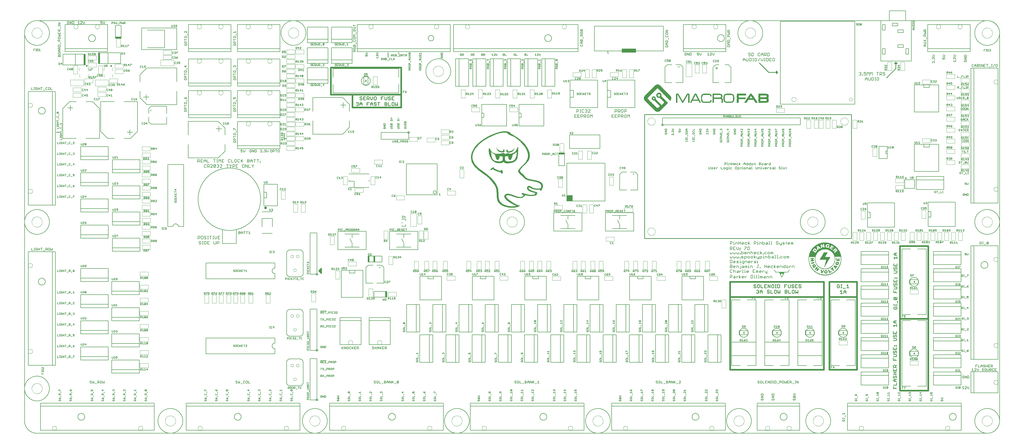
<source format=gto>
G75*
%MOIN*%
%OFA0B0*%
%FSLAX25Y25*%
%IPPOS*%
%LPD*%
%AMOC8*
5,1,8,0,0,1.08239X$1,22.5*
%
%ADD10C,0.00500*%
%ADD11C,0.00900*%
%ADD12C,0.00800*%
%ADD13C,0.02400*%
%ADD14C,0.01000*%
%ADD15C,0.00000*%
%ADD16C,0.00600*%
%ADD17C,0.00200*%
%ADD18C,0.00400*%
%ADD19R,0.00100X0.00050*%
%ADD20R,0.00550X0.00050*%
%ADD21R,0.00600X0.00050*%
%ADD22R,0.00700X0.00050*%
%ADD23R,0.00800X0.00050*%
%ADD24R,0.00850X0.00050*%
%ADD25R,0.00900X0.00050*%
%ADD26R,0.00950X0.00050*%
%ADD27R,0.01000X0.00050*%
%ADD28R,0.01050X0.00050*%
%ADD29R,0.01100X0.00050*%
%ADD30R,0.00650X0.00050*%
%ADD31R,0.00500X0.00050*%
%ADD32R,0.00050X0.00050*%
%ADD33R,0.00150X0.00050*%
%ADD34R,0.00250X0.00050*%
%ADD35R,0.00200X0.00050*%
%ADD36R,0.00350X0.00050*%
%ADD37R,0.00300X0.00050*%
%ADD38R,0.00450X0.00050*%
%ADD39R,0.01150X0.00050*%
%ADD40R,0.01250X0.00050*%
%ADD41R,0.01450X0.00050*%
%ADD42R,0.01750X0.00050*%
%ADD43R,0.01850X0.00050*%
%ADD44R,0.01900X0.00050*%
%ADD45R,0.01950X0.00050*%
%ADD46R,0.02000X0.00050*%
%ADD47R,0.02100X0.00050*%
%ADD48R,0.02050X0.00050*%
%ADD49R,0.02150X0.00050*%
%ADD50R,0.02200X0.00050*%
%ADD51R,0.02250X0.00050*%
%ADD52R,0.02300X0.00050*%
%ADD53R,0.02350X0.00050*%
%ADD54R,0.02400X0.00050*%
%ADD55R,0.02450X0.00050*%
%ADD56R,0.02500X0.00050*%
%ADD57R,0.02550X0.00050*%
%ADD58R,0.02600X0.00050*%
%ADD59R,0.02650X0.00050*%
%ADD60R,0.02700X0.00050*%
%ADD61R,0.02750X0.00050*%
%ADD62R,0.02800X0.00050*%
%ADD63R,0.02900X0.00050*%
%ADD64R,0.02850X0.00050*%
%ADD65R,0.05850X0.00050*%
%ADD66R,0.06000X0.00050*%
%ADD67R,0.05950X0.00050*%
%ADD68R,0.06100X0.00050*%
%ADD69R,0.06200X0.00050*%
%ADD70R,0.05800X0.00050*%
%ADD71R,0.06300X0.00050*%
%ADD72R,0.05750X0.00050*%
%ADD73R,0.05900X0.00050*%
%ADD74R,0.06500X0.00050*%
%ADD75R,0.02870X0.00033*%
%ADD76R,0.04230X0.00034*%
%ADD77R,0.05230X0.00033*%
%ADD78R,0.06070X0.00033*%
%ADD79R,0.06800X0.00034*%
%ADD80R,0.07470X0.00033*%
%ADD81R,0.08070X0.00033*%
%ADD82R,0.08600X0.00034*%
%ADD83R,0.09130X0.00033*%
%ADD84R,0.09670X0.00033*%
%ADD85R,0.10100X0.00034*%
%ADD86R,0.10530X0.00033*%
%ADD87R,0.10960X0.00033*%
%ADD88R,0.11360X0.00034*%
%ADD89R,0.11760X0.00033*%
%ADD90R,0.12160X0.00033*%
%ADD91R,0.12500X0.00034*%
%ADD92R,0.12840X0.00033*%
%ADD93R,0.13240X0.00033*%
%ADD94R,0.13530X0.00034*%
%ADD95R,0.13870X0.00033*%
%ADD96R,0.14160X0.00033*%
%ADD97R,0.14470X0.00034*%
%ADD98R,0.14760X0.00033*%
%ADD99R,0.15070X0.00033*%
%ADD100R,0.15330X0.00034*%
%ADD101R,0.15600X0.00033*%
%ADD102R,0.15900X0.00033*%
%ADD103R,0.16170X0.00034*%
%ADD104R,0.16430X0.00033*%
%ADD105R,0.16700X0.00033*%
%ADD106R,0.16930X0.00034*%
%ADD107R,0.17170X0.00033*%
%ADD108R,0.17430X0.00033*%
%ADD109R,0.17630X0.00034*%
%ADD110R,0.17900X0.00033*%
%ADD111R,0.18140X0.00033*%
%ADD112R,0.18340X0.00034*%
%ADD113R,0.18500X0.00033*%
%ADD114R,0.18670X0.00033*%
%ADD115R,0.18770X0.00034*%
%ADD116R,0.18870X0.00033*%
%ADD117R,0.18970X0.00033*%
%ADD118R,0.19100X0.00034*%
%ADD119R,0.19200X0.00033*%
%ADD120R,0.19300X0.00033*%
%ADD121R,0.19760X0.00034*%
%ADD122R,0.19900X0.00033*%
%ADD123R,0.20030X0.00033*%
%ADD124R,0.20160X0.00034*%
%ADD125R,0.11000X0.00033*%
%ADD126R,0.08760X0.00033*%
%ADD127R,0.09900X0.00033*%
%ADD128R,0.07600X0.00033*%
%ADD129R,0.09430X0.00034*%
%ADD130R,0.07070X0.00034*%
%ADD131R,0.09100X0.00033*%
%ADD132R,0.06700X0.00033*%
%ADD133R,0.08800X0.00033*%
%ADD134R,0.06470X0.00033*%
%ADD135R,0.08540X0.00034*%
%ADD136R,0.06240X0.00034*%
%ADD137R,0.08340X0.00033*%
%ADD138R,0.06040X0.00033*%
%ADD139R,0.08170X0.00033*%
%ADD140R,0.05830X0.00033*%
%ADD141R,0.07960X0.00034*%
%ADD142R,0.05630X0.00034*%
%ADD143R,0.07830X0.00033*%
%ADD144R,0.05530X0.00033*%
%ADD145R,0.07670X0.00033*%
%ADD146R,0.05330X0.00033*%
%ADD147R,0.07570X0.00034*%
%ADD148R,0.05200X0.00034*%
%ADD149R,0.07400X0.00033*%
%ADD150R,0.05070X0.00033*%
%ADD151R,0.07300X0.00033*%
%ADD152R,0.04930X0.00033*%
%ADD153R,0.07200X0.00034*%
%ADD154R,0.04800X0.00034*%
%ADD155R,0.07100X0.00033*%
%ADD156R,0.04660X0.00033*%
%ADD157R,0.07000X0.00033*%
%ADD158R,0.04540X0.00033*%
%ADD159R,0.06900X0.00034*%
%ADD160R,0.04430X0.00034*%
%ADD161R,0.06800X0.00033*%
%ADD162R,0.04340X0.00033*%
%ADD163R,0.06730X0.00033*%
%ADD164R,0.04200X0.00033*%
%ADD165R,0.06630X0.00034*%
%ADD166R,0.04060X0.00034*%
%ADD167R,0.06570X0.00033*%
%ADD168R,0.03970X0.00033*%
%ADD169R,0.06500X0.00033*%
%ADD170R,0.03930X0.00033*%
%ADD171R,0.06400X0.00034*%
%ADD172R,0.06330X0.00033*%
%ADD173R,0.04170X0.00033*%
%ADD174R,0.06240X0.00033*%
%ADD175R,0.04300X0.00033*%
%ADD176R,0.06200X0.00034*%
%ADD177R,0.04370X0.00034*%
%ADD178R,0.06130X0.00033*%
%ADD179R,0.04500X0.00033*%
%ADD180R,0.04600X0.00033*%
%ADD181R,0.06000X0.00034*%
%ADD182R,0.04700X0.00034*%
%ADD183R,0.05930X0.00033*%
%ADD184R,0.04800X0.00033*%
%ADD185R,0.05870X0.00033*%
%ADD186R,0.04870X0.00033*%
%ADD187R,0.05840X0.00034*%
%ADD188R,0.04970X0.00034*%
%ADD189R,0.05760X0.00033*%
%ADD190R,0.05040X0.00033*%
%ADD191R,0.05700X0.00033*%
%ADD192R,0.05140X0.00033*%
%ADD193R,0.05670X0.00034*%
%ADD194R,0.05160X0.00034*%
%ADD195R,0.05600X0.00033*%
%ADD196R,0.05260X0.00033*%
%ADD197R,0.05570X0.00033*%
%ADD198R,0.05300X0.00033*%
%ADD199R,0.05500X0.00034*%
%ADD200R,0.05340X0.00034*%
%ADD201R,0.05460X0.00033*%
%ADD202R,0.05370X0.00033*%
%ADD203R,0.05430X0.00033*%
%ADD204R,0.05370X0.00034*%
%ADD205R,0.05330X0.00034*%
%ADD206R,0.05200X0.00033*%
%ADD207R,0.05100X0.00033*%
%ADD208R,0.05270X0.00034*%
%ADD209R,0.05070X0.00034*%
%ADD210R,0.05170X0.00033*%
%ADD211R,0.04960X0.00033*%
%ADD212R,0.04900X0.00033*%
%ADD213R,0.05100X0.00034*%
%ADD214R,0.04870X0.00034*%
%ADD215R,0.04730X0.00033*%
%ADD216R,0.04670X0.00034*%
%ADD217R,0.04940X0.00033*%
%ADD218R,0.04670X0.00033*%
%ADD219R,0.04900X0.00034*%
%ADD220R,0.04560X0.00034*%
%ADD221R,0.04830X0.00033*%
%ADD222R,0.04530X0.00033*%
%ADD223R,0.04770X0.00034*%
%ADD224R,0.04470X0.00034*%
%ADD225R,0.04700X0.00033*%
%ADD226R,0.04430X0.00033*%
%ADD227R,0.04400X0.00033*%
%ADD228R,0.04660X0.00034*%
%ADD229R,0.04370X0.00033*%
%ADD230R,0.04560X0.00033*%
%ADD231R,0.04360X0.00033*%
%ADD232R,0.04570X0.00034*%
%ADD233R,0.04330X0.00034*%
%ADD234R,0.04260X0.00033*%
%ADD235R,0.04270X0.00034*%
%ADD236R,0.04270X0.00033*%
%ADD237R,0.04240X0.00033*%
%ADD238R,0.04160X0.00034*%
%ADD239R,0.04230X0.00033*%
%ADD240R,0.04170X0.00034*%
%ADD241R,0.04130X0.00034*%
%ADD242R,0.04130X0.00033*%
%ADD243R,0.04100X0.00033*%
%ADD244R,0.04140X0.00034*%
%ADD245R,0.04070X0.00033*%
%ADD246R,0.04030X0.00033*%
%ADD247R,0.04030X0.00034*%
%ADD248R,0.04100X0.00034*%
%ADD249R,0.04000X0.00033*%
%ADD250R,0.03960X0.00034*%
%ADD251R,0.03900X0.00033*%
%ADD252R,0.03870X0.00034*%
%ADD253R,0.04070X0.00034*%
%ADD254R,0.03870X0.00033*%
%ADD255R,0.04060X0.00033*%
%ADD256R,0.03830X0.00034*%
%ADD257R,0.03800X0.00033*%
%ADD258R,0.03760X0.00034*%
%ADD259R,0.03740X0.00033*%
%ADD260R,0.03700X0.00033*%
%ADD261R,0.03740X0.00034*%
%ADD262R,0.03660X0.00033*%
%ADD263R,0.03670X0.00034*%
%ADD264R,0.03640X0.00033*%
%ADD265R,0.04040X0.00033*%
%ADD266R,0.03600X0.00034*%
%ADD267R,0.03600X0.00033*%
%ADD268R,0.03560X0.00034*%
%ADD269R,0.03570X0.00033*%
%ADD270R,0.03530X0.00033*%
%ADD271R,0.03530X0.00034*%
%ADD272R,0.03500X0.00034*%
%ADD273R,0.03500X0.00033*%
%ADD274R,0.03460X0.00033*%
%ADD275R,0.03470X0.00034*%
%ADD276R,0.03430X0.00033*%
%ADD277R,0.03470X0.00033*%
%ADD278R,0.03430X0.00034*%
%ADD279R,0.04040X0.00034*%
%ADD280R,0.03400X0.00033*%
%ADD281R,0.03400X0.00034*%
%ADD282R,0.03370X0.00033*%
%ADD283R,0.03370X0.00034*%
%ADD284R,0.03330X0.00033*%
%ADD285R,0.03340X0.00033*%
%ADD286R,0.03330X0.00034*%
%ADD287R,0.03300X0.00033*%
%ADD288R,0.03300X0.00034*%
%ADD289R,0.03260X0.00034*%
%ADD290R,0.03270X0.00033*%
%ADD291R,0.03230X0.00033*%
%ADD292R,0.03240X0.00033*%
%ADD293R,0.03200X0.00034*%
%ADD294R,0.03200X0.00033*%
%ADD295R,0.04140X0.00033*%
%ADD296R,0.03170X0.00034*%
%ADD297R,0.03160X0.00033*%
%ADD298R,0.03170X0.00033*%
%ADD299R,0.03140X0.00034*%
%ADD300R,0.03130X0.00033*%
%ADD301R,0.03100X0.00033*%
%ADD302R,0.04160X0.00033*%
%ADD303R,0.03100X0.00034*%
%ADD304R,0.03130X0.00034*%
%ADD305R,0.03070X0.00034*%
%ADD306R,0.04200X0.00034*%
%ADD307R,0.03070X0.00033*%
%ADD308R,0.03060X0.00033*%
%ADD309R,0.03060X0.00034*%
%ADD310R,0.03030X0.00033*%
%ADD311R,0.03040X0.00033*%
%ADD312R,0.03030X0.00034*%
%ADD313R,0.03040X0.00034*%
%ADD314R,0.03000X0.00033*%
%ADD315R,0.03000X0.00034*%
%ADD316R,0.02970X0.00033*%
%ADD317R,0.02970X0.00034*%
%ADD318R,0.02960X0.00033*%
%ADD319R,0.02960X0.00034*%
%ADD320R,0.04000X0.00034*%
%ADD321R,0.03970X0.00034*%
%ADD322R,0.03940X0.00033*%
%ADD323R,0.03960X0.00033*%
%ADD324R,0.03900X0.00034*%
%ADD325R,0.03860X0.00034*%
%ADD326R,0.03860X0.00033*%
%ADD327R,0.03840X0.00034*%
%ADD328R,0.03830X0.00033*%
%ADD329R,0.03800X0.00034*%
%ADD330R,0.03840X0.00033*%
%ADD331R,0.03760X0.00033*%
%ADD332R,0.03770X0.00033*%
%ADD333R,0.03770X0.00034*%
%ADD334R,0.03730X0.00034*%
%ADD335R,0.03730X0.00033*%
%ADD336R,0.03700X0.00034*%
%ADD337R,0.03670X0.00033*%
%ADD338R,0.03660X0.00034*%
%ADD339R,0.02930X0.00033*%
%ADD340R,0.02940X0.00033*%
%ADD341R,0.03630X0.00033*%
%ADD342R,0.03630X0.00034*%
%ADD343R,0.03570X0.00034*%
%ADD344R,0.03560X0.00033*%
%ADD345R,0.02940X0.00034*%
%ADD346R,0.02930X0.00034*%
%ADD347R,0.03460X0.00034*%
%ADD348R,0.03440X0.00033*%
%ADD349R,0.02900X0.00034*%
%ADD350R,0.03360X0.00034*%
%ADD351R,0.02900X0.00033*%
%ADD352R,0.03230X0.00034*%
%ADD353R,0.03240X0.00034*%
%ADD354R,0.02860X0.00034*%
%ADD355R,0.02860X0.00033*%
%ADD356R,0.01800X0.00033*%
%ADD357R,0.02570X0.00034*%
%ADD358R,0.02870X0.00034*%
%ADD359R,0.04570X0.00033*%
%ADD360R,0.02840X0.00033*%
%ADD361R,0.05900X0.00033*%
%ADD362R,0.06740X0.00033*%
%ADD363R,0.07000X0.00034*%
%ADD364R,0.07270X0.00033*%
%ADD365R,0.02830X0.00033*%
%ADD366R,0.02830X0.00034*%
%ADD367R,0.07700X0.00034*%
%ADD368R,0.07940X0.00033*%
%ADD369R,0.08160X0.00033*%
%ADD370R,0.08400X0.00034*%
%ADD371R,0.08570X0.00033*%
%ADD372R,0.09000X0.00034*%
%ADD373R,0.09200X0.00033*%
%ADD374R,0.02800X0.00033*%
%ADD375R,0.09400X0.00033*%
%ADD376R,0.02760X0.00034*%
%ADD377R,0.09570X0.00034*%
%ADD378R,0.09760X0.00033*%
%ADD379R,0.02770X0.00033*%
%ADD380R,0.09930X0.00033*%
%ADD381R,0.02740X0.00034*%
%ADD382R,0.10140X0.00034*%
%ADD383R,0.10300X0.00033*%
%ADD384R,0.02730X0.00033*%
%ADD385R,0.10500X0.00033*%
%ADD386R,0.02800X0.00034*%
%ADD387R,0.02700X0.00034*%
%ADD388R,0.10670X0.00034*%
%ADD389R,0.10830X0.00033*%
%ADD390R,0.02700X0.00033*%
%ADD391R,0.02660X0.00034*%
%ADD392R,0.11160X0.00034*%
%ADD393R,0.11330X0.00033*%
%ADD394R,0.02670X0.00033*%
%ADD395R,0.06900X0.00033*%
%ADD396R,0.02640X0.00034*%
%ADD397R,0.06470X0.00034*%
%ADD398R,0.02640X0.00033*%
%ADD399R,0.06270X0.00033*%
%ADD400R,0.03540X0.00033*%
%ADD401R,0.02630X0.00033*%
%ADD402R,0.06100X0.00033*%
%ADD403R,0.02630X0.00034*%
%ADD404R,0.03270X0.00034*%
%ADD405R,0.02600X0.00033*%
%ADD406R,0.05840X0.00033*%
%ADD407R,0.02600X0.00034*%
%ADD408R,0.05770X0.00034*%
%ADD409R,0.02560X0.00033*%
%ADD410R,0.05730X0.00033*%
%ADD411R,0.05670X0.00033*%
%ADD412R,0.02770X0.00034*%
%ADD413R,0.02530X0.00034*%
%ADD414R,0.02730X0.00034*%
%ADD415R,0.02530X0.00033*%
%ADD416R,0.02540X0.00033*%
%ADD417R,0.02540X0.00034*%
%ADD418R,0.05470X0.00033*%
%ADD419R,0.02500X0.00033*%
%ADD420R,0.05400X0.00033*%
%ADD421R,0.02470X0.00033*%
%ADD422R,0.02500X0.00034*%
%ADD423R,0.05400X0.00034*%
%ADD424R,0.02400X0.00034*%
%ADD425R,0.02740X0.00033*%
%ADD426R,0.02400X0.00033*%
%ADD427R,0.05340X0.00033*%
%ADD428R,0.02330X0.00033*%
%ADD429R,0.02440X0.00034*%
%ADD430R,0.05300X0.00034*%
%ADD431R,0.02300X0.00034*%
%ADD432R,0.05270X0.00033*%
%ADD433R,0.02270X0.00033*%
%ADD434R,0.02260X0.00033*%
%ADD435R,0.02430X0.00034*%
%ADD436R,0.05240X0.00034*%
%ADD437R,0.02200X0.00034*%
%ADD438R,0.02430X0.00033*%
%ADD439R,0.02170X0.00033*%
%ADD440R,0.02160X0.00033*%
%ADD441R,0.05130X0.00034*%
%ADD442R,0.02140X0.00034*%
%ADD443R,0.02100X0.00033*%
%ADD444R,0.05060X0.00034*%
%ADD445R,0.02100X0.00034*%
%ADD446R,0.05060X0.00033*%
%ADD447R,0.02060X0.00033*%
%ADD448R,0.02370X0.00033*%
%ADD449R,0.05030X0.00033*%
%ADD450R,0.02040X0.00033*%
%ADD451R,0.02370X0.00034*%
%ADD452R,0.05000X0.00034*%
%ADD453R,0.02030X0.00034*%
%ADD454R,0.04970X0.00033*%
%ADD455R,0.02000X0.00033*%
%ADD456R,0.01970X0.00034*%
%ADD457R,0.01960X0.00033*%
%ADD458R,0.01970X0.00033*%
%ADD459R,0.02330X0.00034*%
%ADD460R,0.02300X0.00033*%
%ADD461R,0.01930X0.00033*%
%ADD462R,0.01940X0.00033*%
%ADD463R,0.01930X0.00034*%
%ADD464R,0.02340X0.00033*%
%ADD465R,0.04860X0.00033*%
%ADD466R,0.02340X0.00034*%
%ADD467R,0.04860X0.00034*%
%ADD468R,0.02670X0.00034*%
%ADD469R,0.04830X0.00034*%
%ADD470R,0.01900X0.00034*%
%ADD471R,0.01900X0.00033*%
%ADD472R,0.01940X0.00034*%
%ADD473R,0.04840X0.00034*%
%ADD474R,0.04840X0.00033*%
%ADD475R,0.02230X0.00033*%
%ADD476R,0.01960X0.00034*%
%ADD477R,0.02360X0.00033*%
%ADD478R,0.05130X0.00033*%
%ADD479R,0.02000X0.00034*%
%ADD480R,0.05800X0.00034*%
%ADD481R,0.06400X0.00033*%
%ADD482R,0.07400X0.00034*%
%ADD483R,0.02030X0.00033*%
%ADD484R,0.07900X0.00033*%
%ADD485R,0.02070X0.00033*%
%ADD486R,0.08330X0.00033*%
%ADD487R,0.02070X0.00034*%
%ADD488R,0.08730X0.00034*%
%ADD489R,0.09170X0.00033*%
%ADD490R,0.09540X0.00033*%
%ADD491R,0.04930X0.00034*%
%ADD492R,0.09900X0.00034*%
%ADD493R,0.02140X0.00033*%
%ADD494R,0.10270X0.00033*%
%ADD495R,0.10600X0.00033*%
%ADD496R,0.04960X0.00034*%
%ADD497R,0.02160X0.00034*%
%ADD498R,0.10930X0.00034*%
%ADD499R,0.05000X0.00033*%
%ADD500R,0.02200X0.00033*%
%ADD501R,0.11230X0.00033*%
%ADD502R,0.02760X0.00033*%
%ADD503R,0.11600X0.00033*%
%ADD504R,0.02230X0.00034*%
%ADD505R,0.11900X0.00034*%
%ADD506R,0.12200X0.00033*%
%ADD507R,0.12500X0.00033*%
%ADD508R,0.05230X0.00034*%
%ADD509R,0.12770X0.00034*%
%ADD510R,0.13030X0.00033*%
%ADD511R,0.13340X0.00033*%
%ADD512R,0.05460X0.00034*%
%ADD513R,0.02360X0.00034*%
%ADD514R,0.13600X0.00034*%
%ADD515R,0.02440X0.00033*%
%ADD516R,0.05740X0.00033*%
%ADD517R,0.14130X0.00033*%
%ADD518R,0.05900X0.00034*%
%ADD519R,0.02470X0.00034*%
%ADD520R,0.14370X0.00034*%
%ADD521R,0.14600X0.00033*%
%ADD522R,0.06430X0.00033*%
%ADD523R,0.14860X0.00033*%
%ADD524R,0.11970X0.00034*%
%ADD525R,0.15130X0.00034*%
%ADD526R,0.02570X0.00033*%
%ADD527R,0.11860X0.00033*%
%ADD528R,0.15360X0.00033*%
%ADD529R,0.11730X0.00033*%
%ADD530R,0.11630X0.00034*%
%ADD531R,0.15830X0.00034*%
%ADD532R,0.11540X0.00033*%
%ADD533R,0.16060X0.00033*%
%ADD534R,0.11400X0.00033*%
%ADD535R,0.11270X0.00034*%
%ADD536R,0.19070X0.00034*%
%ADD537R,0.11170X0.00033*%
%ADD538R,0.19170X0.00033*%
%ADD539R,0.11070X0.00033*%
%ADD540R,0.19230X0.00033*%
%ADD541R,0.11230X0.00034*%
%ADD542R,0.06170X0.00034*%
%ADD543R,0.10670X0.00033*%
%ADD544R,0.05660X0.00033*%
%ADD545R,0.10700X0.00033*%
%ADD546R,0.10200X0.00033*%
%ADD547R,0.10560X0.00034*%
%ADD548R,0.09870X0.00034*%
%ADD549R,0.10430X0.00033*%
%ADD550R,0.09600X0.00033*%
%ADD551R,0.04760X0.00033*%
%ADD552R,0.10340X0.00033*%
%ADD553R,0.09300X0.00033*%
%ADD554R,0.10200X0.00034*%
%ADD555R,0.09070X0.00034*%
%ADD556R,0.10070X0.00033*%
%ADD557R,0.08870X0.00033*%
%ADD558R,0.09940X0.00033*%
%ADD559R,0.08660X0.00033*%
%ADD560R,0.02560X0.00034*%
%ADD561R,0.09830X0.00034*%
%ADD562R,0.08470X0.00034*%
%ADD563R,0.09700X0.00033*%
%ADD564R,0.08300X0.00033*%
%ADD565R,0.09570X0.00033*%
%ADD566R,0.08130X0.00033*%
%ADD567R,0.07970X0.00034*%
%ADD568R,0.07800X0.00033*%
%ADD569R,0.03360X0.00033*%
%ADD570R,0.07660X0.00033*%
%ADD571R,0.09030X0.00034*%
%ADD572R,0.07500X0.00034*%
%ADD573R,0.03440X0.00034*%
%ADD574R,0.08900X0.00033*%
%ADD575R,0.07370X0.00033*%
%ADD576R,0.08630X0.00034*%
%ADD577R,0.07130X0.00034*%
%ADD578R,0.08460X0.00033*%
%ADD579R,0.08160X0.00034*%
%ADD580R,0.08030X0.00033*%
%ADD581R,0.07860X0.00033*%
%ADD582R,0.06600X0.00033*%
%ADD583R,0.07730X0.00034*%
%ADD584R,0.06500X0.00034*%
%ADD585R,0.07560X0.00033*%
%ADD586R,0.06440X0.00033*%
%ADD587R,0.07430X0.00033*%
%ADD588R,0.07260X0.00034*%
%ADD589R,0.06270X0.00034*%
%ADD590R,0.07070X0.00033*%
%ADD591R,0.06160X0.00033*%
%ADD592R,0.06730X0.00034*%
%ADD593R,0.06040X0.00034*%
%ADD594R,0.06540X0.00033*%
%ADD595R,0.05960X0.00033*%
%ADD596R,0.06370X0.00033*%
%ADD597R,0.06160X0.00034*%
%ADD598R,0.05970X0.00033*%
%ADD599R,0.05530X0.00034*%
%ADD600R,0.05730X0.00034*%
%ADD601R,0.05540X0.00034*%
%ADD602R,0.05500X0.00033*%
%ADD603R,0.02270X0.00034*%
%ADD604R,0.00870X0.00034*%
%ADD605R,0.04460X0.00034*%
%ADD606R,0.04330X0.00033*%
%ADD607R,0.03340X0.00034*%
%ADD608R,0.02460X0.00033*%
%ADD609R,0.02660X0.00033*%
%ADD610R,0.02040X0.00034*%
%ADD611R,0.01870X0.00033*%
%ADD612R,0.01700X0.00033*%
%ADD613R,0.01540X0.00034*%
%ADD614R,0.01370X0.00033*%
%ADD615R,0.01170X0.00033*%
%ADD616R,0.01000X0.00034*%
%ADD617R,0.00770X0.00033*%
%ADD618R,0.00540X0.00033*%
%ADD619R,0.04300X0.00034*%
%ADD620R,0.04640X0.00033*%
%ADD621R,0.05160X0.00033*%
%ADD622R,0.05430X0.00034*%
%ADD623R,0.05470X0.00034*%
%ADD624R,0.05440X0.00033*%
%ADD625R,0.04940X0.00034*%
%ADD626R,0.04770X0.00033*%
%ADD627R,0.04630X0.00034*%
%ADD628R,0.04530X0.00034*%
%ADD629R,0.04400X0.00034*%
%ADD630R,0.00400X0.00034*%
%ADD631R,0.00870X0.00033*%
%ADD632R,0.01140X0.00033*%
%ADD633R,0.01330X0.00034*%
%ADD634R,0.01500X0.00033*%
%ADD635R,0.01640X0.00033*%
%ADD636R,0.01730X0.00034*%
%ADD637R,0.01830X0.00033*%
%ADD638R,0.02170X0.00034*%
%ADD639R,0.03140X0.00033*%
%ADD640R,0.01000X0.00033*%
%ADD641R,0.06000X0.00033*%
%ADD642R,0.06460X0.00034*%
%ADD643R,0.07330X0.00033*%
%ADD644R,0.08430X0.00033*%
%ADD645R,0.08800X0.00034*%
%ADD646R,0.11430X0.00033*%
%ADD647R,0.11760X0.00034*%
%ADD648R,0.11900X0.00033*%
%ADD649R,0.12070X0.00033*%
%ADD650R,0.12200X0.00034*%
%ADD651R,0.12330X0.00033*%
%ADD652R,0.12470X0.00033*%
%ADD653R,0.12630X0.00034*%
%ADD654R,0.12730X0.00033*%
%ADD655R,0.12870X0.00033*%
%ADD656R,0.13000X0.00034*%
%ADD657R,0.13130X0.00033*%
%ADD658R,0.13260X0.00033*%
%ADD659R,0.13360X0.00034*%
%ADD660R,0.13470X0.00033*%
%ADD661R,0.13570X0.00033*%
%ADD662R,0.13670X0.00034*%
%ADD663R,0.13800X0.00033*%
%ADD664R,0.14000X0.00034*%
%ADD665R,0.14060X0.00033*%
%ADD666R,0.14200X0.00033*%
%ADD667R,0.14270X0.00034*%
%ADD668R,0.14400X0.00033*%
%ADD669R,0.14470X0.00033*%
%ADD670R,0.14560X0.00034*%
%ADD671R,0.06760X0.00033*%
%ADD672R,0.06860X0.00033*%
%ADD673R,0.05700X0.00034*%
%ADD674R,0.05600X0.00034*%
%ADD675R,0.04600X0.00034*%
%ADD676R,0.02240X0.00034*%
%ADD677R,0.02240X0.00033*%
%ADD678R,0.02840X0.00034*%
%ADD679R,0.02130X0.00034*%
%ADD680R,0.02130X0.00033*%
%ADD681R,0.03260X0.00033*%
%ADD682R,0.07030X0.00033*%
%ADD683R,0.06970X0.00034*%
%ADD684R,0.06930X0.00033*%
%ADD685R,0.06870X0.00033*%
%ADD686R,0.06600X0.00034*%
%ADD687R,0.06560X0.00033*%
%ADD688R,0.06200X0.00033*%
%ADD689R,0.06140X0.00033*%
%ADD690R,0.06060X0.00034*%
%ADD691R,0.05870X0.00034*%
%ADD692R,0.05660X0.00034*%
%ADD693R,0.01440X0.00034*%
%ADD694R,0.01200X0.00033*%
%ADD695R,0.00900X0.00033*%
%ADD696R,0.02460X0.00034*%
%ADD697R,0.03160X0.00034*%
%ADD698R,0.04440X0.00033*%
%ADD699R,0.04500X0.00034*%
%ADD700R,0.04730X0.00034*%
%ADD701R,0.05240X0.00033*%
%ADD702R,0.05540X0.00033*%
%ADD703R,0.05770X0.00033*%
%ADD704R,0.05830X0.00034*%
%ADD705R,0.05940X0.00033*%
%ADD706R,0.06060X0.00033*%
%ADD707R,0.06170X0.00033*%
%ADD708R,0.06230X0.00034*%
%ADD709R,0.06360X0.00033*%
%ADD710R,0.06440X0.00034*%
%ADD711R,0.06840X0.00033*%
%ADD712R,0.06870X0.00034*%
%ADD713R,0.06940X0.00033*%
%ADD714R,0.07100X0.00034*%
%ADD715R,0.07170X0.00033*%
%ADD716R,0.07260X0.00033*%
%ADD717R,0.07360X0.00034*%
%ADD718R,0.07500X0.00033*%
%ADD719R,0.07560X0.00034*%
%ADD720R,0.07730X0.00033*%
%ADD721R,0.07800X0.00034*%
%ADD722R,0.07960X0.00033*%
%ADD723R,0.08060X0.00034*%
%ADD724R,0.08200X0.00033*%
%ADD725R,0.08270X0.00034*%
%ADD726R,0.08370X0.00033*%
%ADD727R,0.08400X0.00033*%
%ADD728R,0.08500X0.00034*%
%ADD729R,0.08530X0.00033*%
%ADD730R,0.08600X0.00033*%
%ADD731R,0.08670X0.00034*%
%ADD732R,0.08740X0.00033*%
%ADD733R,0.08830X0.00034*%
%ADD734R,0.08970X0.00034*%
%ADD735R,0.09000X0.00033*%
%ADD736R,0.09030X0.00033*%
%ADD737R,0.09040X0.00034*%
%ADD738R,0.09060X0.00033*%
%ADD739R,0.09100X0.00034*%
%ADD740R,0.09130X0.00034*%
%ADD741R,0.08940X0.00033*%
%ADD742R,0.08900X0.00034*%
%ADD743R,0.08860X0.00033*%
%ADD744R,0.08770X0.00034*%
%ADD745R,0.08700X0.00033*%
%ADD746R,0.08630X0.00033*%
%ADD747R,0.08540X0.00033*%
%ADD748R,0.08470X0.00033*%
%ADD749R,0.08370X0.00034*%
%ADD750R,0.08230X0.00033*%
%ADD751R,0.08170X0.00034*%
%ADD752R,0.07970X0.00033*%
%ADD753R,0.07900X0.00034*%
%ADD754R,0.07630X0.00034*%
%ADD755R,0.07570X0.00033*%
%ADD756R,0.07440X0.00033*%
%ADD757R,0.07370X0.00034*%
%ADD758R,0.07160X0.00033*%
%ADD759R,0.06630X0.00033*%
%ADD760R,0.06530X0.00034*%
%ADD761R,0.06260X0.00034*%
%ADD762R,0.04760X0.00034*%
%ADD763R,0.04630X0.00033*%
%ADD764R,0.03940X0.00034*%
%ADD765R,0.03640X0.00034*%
%ADD766R,0.00230X0.00033*%
%ADD767R,0.00760X0.00033*%
%ADD768R,0.01500X0.00034*%
%ADD769R,0.01600X0.00033*%
%ADD770R,0.01770X0.00034*%
%ADD771R,0.01840X0.00033*%
%ADD772R,0.00300X0.00034*%
%ADD773R,0.00630X0.00033*%
%ADD774R,0.04540X0.00034*%
%ADD775R,0.06100X0.00034*%
%ADD776R,0.06260X0.00033*%
%ADD777R,0.06360X0.00034*%
%ADD778R,0.06460X0.00033*%
%ADD779R,0.06830X0.00033*%
%ADD780R,0.06930X0.00034*%
%ADD781R,0.07230X0.00033*%
%ADD782R,0.07430X0.00034*%
%ADD783R,0.07670X0.00034*%
%ADD784R,0.07740X0.00033*%
%ADD785R,0.04470X0.00033*%
%ADD786R,0.01860X0.00033*%
%ADD787R,0.01670X0.00033*%
%ADD788R,0.01530X0.00033*%
%ADD789R,0.04340X0.00034*%
%ADD790R,0.01430X0.00034*%
%ADD791R,0.01300X0.00033*%
%ADD792R,0.01160X0.00033*%
%ADD793R,0.00970X0.00034*%
%ADD794R,0.00400X0.00033*%
%ADD795R,0.00270X0.00034*%
%ADD796R,0.00800X0.00033*%
%ADD797R,0.01030X0.00033*%
%ADD798R,0.01200X0.00034*%
%ADD799R,0.01630X0.00034*%
%ADD800R,0.01730X0.00033*%
%ADD801R,0.01770X0.00033*%
%ADD802R,0.01870X0.00034*%
%ADD803R,0.02260X0.00034*%
%ADD804R,0.03930X0.00034*%
%ADD805R,0.02060X0.00034*%
%ADD806R,0.06070X0.00034*%
%ADD807R,0.06030X0.00033*%
%ADD808R,0.05630X0.00033*%
%ADD809R,0.01570X0.00033*%
%ADD810R,0.01230X0.00033*%
%ADD811R,0.01070X0.00034*%
%ADD812R,0.00860X0.00033*%
%ADD813R,0.00670X0.00033*%
%ADD814R,0.00200X0.00034*%
%ADD815R,0.08440X0.00033*%
%ADD816R,0.08930X0.00034*%
%ADD817R,0.07340X0.00034*%
%ADD818R,0.09630X0.00034*%
%ADD819R,0.09800X0.00033*%
%ADD820R,0.07770X0.00033*%
%ADD821R,0.10030X0.00033*%
%ADD822R,0.08000X0.00034*%
%ADD823R,0.10230X0.00034*%
%ADD824R,0.10400X0.00033*%
%ADD825R,0.08570X0.00034*%
%ADD826R,0.10760X0.00034*%
%ADD827R,0.08770X0.00033*%
%ADD828R,0.10930X0.00033*%
%ADD829R,0.11100X0.00033*%
%ADD830R,0.09270X0.00033*%
%ADD831R,0.09470X0.00033*%
%ADD832R,0.09600X0.00034*%
%ADD833R,0.11730X0.00034*%
%ADD834R,0.12030X0.00033*%
%ADD835R,0.10070X0.00034*%
%ADD836R,0.12160X0.00034*%
%ADD837R,0.12300X0.00033*%
%ADD838R,0.12430X0.00033*%
%ADD839R,0.10460X0.00034*%
%ADD840R,0.12560X0.00034*%
%ADD841R,0.10630X0.00033*%
%ADD842R,0.12700X0.00033*%
%ADD843R,0.10770X0.00033*%
%ADD844R,0.12830X0.00033*%
%ADD845R,0.10900X0.00034*%
%ADD846R,0.12930X0.00034*%
%ADD847R,0.11040X0.00033*%
%ADD848R,0.13070X0.00033*%
%ADD849R,0.11160X0.00033*%
%ADD850R,0.13200X0.00033*%
%ADD851R,0.11300X0.00034*%
%ADD852R,0.13300X0.00034*%
%ADD853R,0.13440X0.00033*%
%ADD854R,0.11530X0.00033*%
%ADD855R,0.13530X0.00033*%
%ADD856R,0.13630X0.00034*%
%ADD857R,0.11770X0.00033*%
%ADD858R,0.13730X0.00033*%
%ADD859R,0.13840X0.00033*%
%ADD860R,0.12000X0.00034*%
%ADD861R,0.13970X0.00034*%
%ADD862R,0.12140X0.00033*%
%ADD863R,0.12230X0.00033*%
%ADD864R,0.12370X0.00034*%
%ADD865R,0.14240X0.00034*%
%ADD866R,0.14330X0.00033*%
%ADD867R,0.12600X0.00033*%
%ADD868R,0.12670X0.00034*%
%ADD869R,0.14530X0.00034*%
%ADD870R,0.12760X0.00033*%
%ADD871R,0.14640X0.00033*%
%ADD872R,0.12900X0.00033*%
%ADD873R,0.14700X0.00033*%
%ADD874R,0.14800X0.00034*%
%ADD875R,0.13100X0.00033*%
%ADD876R,0.14900X0.00033*%
%ADD877R,0.14960X0.00033*%
%ADD878R,0.15040X0.00034*%
%ADD879R,0.13400X0.00033*%
%ADD880R,0.15100X0.00033*%
%ADD881R,0.13500X0.00033*%
%ADD882R,0.15200X0.00033*%
%ADD883R,0.15270X0.00034*%
%ADD884R,0.13700X0.00033*%
%ADD885R,0.15430X0.00033*%
%ADD886R,0.29360X0.00034*%
%ADD887R,0.29500X0.00033*%
%ADD888R,0.29600X0.00033*%
%ADD889R,0.29700X0.00034*%
%ADD890R,0.29800X0.00033*%
%ADD891R,0.29930X0.00033*%
%ADD892R,0.30000X0.00034*%
%ADD893R,0.30130X0.00033*%
%ADD894R,0.07360X0.00033*%
%ADD895R,0.06300X0.00033*%
%ADD896R,0.06960X0.00033*%
%ADD897R,0.09400X0.00034*%
%ADD898R,0.08430X0.00034*%
%ADD899R,0.04740X0.00033*%
%ADD900R,0.05570X0.00034*%
%ADD901R,0.07530X0.00033*%
%ADD902R,0.07170X0.00034*%
%ADD903R,0.05170X0.00034*%
%ADD904R,0.06370X0.00034*%
%ADD905R,0.06230X0.00033*%
%ADD906R,0.06030X0.00034*%
%ADD907R,0.00100X0.00033*%
%ADD908R,0.00070X0.00033*%
%ADD909R,0.01160X0.00034*%
%ADD910R,0.01140X0.00034*%
%ADD911R,0.01330X0.00033*%
%ADD912R,0.01340X0.00033*%
%ADD913R,0.04640X0.00034*%
%ADD914R,0.04740X0.00034*%
%ADD915R,0.05030X0.00034*%
%ADD916R,0.05260X0.00034*%
%ADD917R,0.05560X0.00033*%
%ADD918R,0.05560X0.00034*%
%ADD919R,0.05640X0.00033*%
%ADD920R,0.05640X0.00034*%
%ADD921R,0.05800X0.00033*%
%ADD922R,0.05860X0.00033*%
%ADD923R,0.05860X0.00034*%
%ADD924R,0.05930X0.00034*%
%ADD925R,0.05970X0.00034*%
%ADD926R,0.07200X0.00033*%
%ADD927R,0.07870X0.00034*%
%ADD928R,0.08500X0.00033*%
%ADD929R,0.10130X0.00033*%
%ADD930R,0.06140X0.00034*%
%ADD931R,0.11030X0.00034*%
%ADD932R,0.11800X0.00033*%
%ADD933R,0.12130X0.00034*%
%ADD934R,0.06130X0.00034*%
%ADD935R,0.18570X0.00033*%
%ADD936R,0.24770X0.00033*%
%ADD937R,0.24770X0.00034*%
%ADD938R,0.24800X0.00033*%
%ADD939R,0.24830X0.00033*%
%ADD940R,0.24830X0.00034*%
%ADD941R,0.24870X0.00033*%
%ADD942R,0.24900X0.00034*%
%ADD943R,0.24900X0.00033*%
%ADD944R,0.24930X0.00034*%
%ADD945R,0.24970X0.00033*%
%ADD946R,0.24970X0.00034*%
%ADD947R,0.25000X0.00033*%
%ADD948R,0.25030X0.00034*%
%ADD949R,0.25030X0.00033*%
%ADD950R,0.25070X0.00033*%
%ADD951R,0.25070X0.00034*%
%ADD952R,0.25100X0.00033*%
%ADD953R,0.25100X0.00034*%
%ADD954R,0.25130X0.00033*%
%ADD955R,0.25170X0.00033*%
%ADD956R,0.25170X0.00034*%
%ADD957R,0.25200X0.00033*%
%ADD958R,0.25200X0.00034*%
%ADD959R,0.25230X0.00033*%
%ADD960R,0.25270X0.00034*%
%ADD961R,0.25270X0.00033*%
%ADD962R,0.25300X0.00033*%
%ADD963R,0.25300X0.00034*%
%ADD964R,0.25330X0.00033*%
%ADD965R,0.25330X0.00034*%
%ADD966R,0.25370X0.00033*%
%ADD967R,0.25370X0.00034*%
%ADD968R,0.25400X0.00033*%
%ADD969R,0.25430X0.00034*%
%ADD970R,0.25430X0.00033*%
%ADD971R,0.25470X0.00034*%
%ADD972R,0.25470X0.00033*%
%ADD973R,0.25500X0.00033*%
%ADD974R,0.25500X0.00034*%
%ADD975R,0.25530X0.00034*%
%ADD976R,0.25530X0.00033*%
%ADD977R,0.25570X0.00033*%
%ADD978R,0.25570X0.00034*%
%ADD979R,0.25600X0.00034*%
%ADD980R,0.25600X0.00033*%
%ADD981R,0.25670X0.00034*%
%ADD982R,0.25770X0.00033*%
%ADD983R,0.25900X0.00033*%
%ADD984R,0.26030X0.00034*%
%ADD985R,0.26130X0.00033*%
%ADD986R,0.26230X0.00033*%
%ADD987R,0.26370X0.00034*%
%ADD988R,0.26500X0.00033*%
%ADD989R,0.26600X0.00033*%
%ADD990R,0.15300X0.00034*%
%ADD991R,0.15330X0.00033*%
%ADD992R,0.15370X0.00033*%
%ADD993R,0.15440X0.00034*%
%ADD994R,0.11400X0.00034*%
%ADD995R,0.11440X0.00033*%
%ADD996R,0.15470X0.00033*%
%ADD997R,0.15530X0.00034*%
%ADD998R,0.11440X0.00034*%
%ADD999R,0.15540X0.00033*%
%ADD1000R,0.11460X0.00033*%
%ADD1001R,0.15560X0.00033*%
%ADD1002R,0.11470X0.00033*%
%ADD1003R,0.15630X0.00034*%
%ADD1004R,0.11460X0.00034*%
%ADD1005R,0.15670X0.00033*%
%ADD1006R,0.15700X0.00033*%
%ADD1007R,0.11500X0.00033*%
%ADD1008R,0.15740X0.00034*%
%ADD1009R,0.11500X0.00034*%
%ADD1010R,0.15760X0.00033*%
%ADD1011R,0.15770X0.00033*%
%ADD1012R,0.15870X0.00033*%
%ADD1013R,0.15860X0.00033*%
%ADD1014R,0.09730X0.00034*%
%ADD1015R,0.11540X0.00034*%
%ADD1016R,0.08330X0.00034*%
%ADD1017R,0.11530X0.00034*%
%ADD1018R,0.08000X0.00033*%
%ADD1019R,0.07470X0.00034*%
%ADD1020R,0.06700X0.00034*%
%ADD1021R,0.04360X0.00034*%
%ADD1022R,0.01430X0.00033*%
%ADD1023R,0.01400X0.00034*%
%ADD1024R,0.01300X0.00034*%
%ADD1025R,0.01070X0.00033*%
%ADD1026R,0.00230X0.00034*%
%ADD1027R,0.01240X0.00034*%
%ADD1028R,0.01700X0.00034*%
%ADD1029R,0.01170X0.00034*%
%ADD1030R,0.00900X0.00034*%
%ADD1031R,0.01130X0.00033*%
%ADD1032R,0.00370X0.00033*%
%ADD1033R,0.01100X0.00034*%
%ADD1034R,0.01100X0.00033*%
%ADD1035R,0.01060X0.00033*%
%ADD1036R,0.01040X0.00033*%
%ADD1037R,0.01030X0.00034*%
%ADD1038R,0.00970X0.00033*%
%ADD1039R,0.00930X0.00033*%
%ADD1040R,0.00940X0.00033*%
%ADD1041R,0.00930X0.00034*%
%ADD1042R,0.00830X0.00034*%
%ADD1043R,0.00830X0.00033*%
%ADD1044R,0.00840X0.00033*%
%ADD1045R,0.00800X0.00034*%
%ADD1046R,0.00840X0.00034*%
%ADD1047R,0.05960X0.00034*%
%ADD1048R,0.06330X0.00034*%
%ADD1049R,0.07330X0.00034*%
%ADD1050R,0.06940X0.00034*%
%ADD1051R,0.07600X0.00034*%
%ADD1052R,0.07230X0.00034*%
%ADD1053R,0.07870X0.00033*%
%ADD1054R,0.07930X0.00033*%
%ADD1055R,0.07540X0.00033*%
%ADD1056R,0.07630X0.00033*%
%ADD1057R,0.08100X0.00034*%
%ADD1058R,0.04460X0.00033*%
%ADD1059R,0.03540X0.00034*%
%ADD1060R,0.01800X0.00034*%
%ADD1061R,0.01740X0.00033*%
%ADD1062R,0.01860X0.00034*%
%ADD1063R,0.01670X0.00034*%
%ADD1064R,0.01600X0.00034*%
%ADD1065R,0.01560X0.00033*%
%ADD1066R,0.01560X0.00034*%
%ADD1067R,0.01630X0.00033*%
%ADD1068R,0.01660X0.00033*%
%ADD1069R,0.01840X0.00034*%
%ADD1070R,0.01570X0.00034*%
%ADD1071R,0.01540X0.00033*%
%ADD1072R,0.01400X0.00033*%
%ADD1073R,0.01470X0.00033*%
%ADD1074R,0.01370X0.00034*%
%ADD1075R,0.01340X0.00034*%
%ADD1076R,0.01270X0.00033*%
%ADD1077R,0.01230X0.00034*%
%ADD1078R,0.01440X0.00033*%
%ADD1079R,0.01360X0.00033*%
%ADD1080R,0.01270X0.00034*%
%ADD1081R,0.01130X0.00034*%
%ADD1082R,0.01060X0.00034*%
%ADD1083R,0.01240X0.00033*%
%ADD1084R,0.01040X0.00034*%
%ADD1085R,0.00960X0.00033*%
%ADD1086R,0.00960X0.00034*%
%ADD1087R,0.00760X0.00034*%
%ADD1088R,0.00700X0.00033*%
%ADD1089R,0.00640X0.00033*%
%ADD1090R,0.00600X0.00034*%
%ADD1091R,0.00770X0.00034*%
%ADD1092R,0.00530X0.00033*%
%ADD1093R,0.00730X0.00033*%
%ADD1094R,0.00470X0.00033*%
%ADD1095R,0.00370X0.00034*%
%ADD1096R,0.00700X0.00034*%
%ADD1097R,0.00200X0.00033*%
%ADD1098R,0.00660X0.00033*%
%ADD1099R,0.00640X0.00034*%
%ADD1100R,0.00740X0.00033*%
%ADD1101R,0.00570X0.00033*%
%ADD1102R,0.00600X0.00033*%
%ADD1103R,0.00470X0.00034*%
%ADD1104R,0.00570X0.00034*%
%ADD1105R,0.00560X0.00033*%
%ADD1106R,0.00270X0.00033*%
%ADD1107R,0.00660X0.00034*%
%ADD1108R,0.00540X0.00034*%
%ADD1109R,0.00500X0.00033*%
%ADD1110R,0.00500X0.00034*%
%ADD1111R,0.00430X0.00033*%
%ADD1112R,0.00530X0.00034*%
%ADD1113R,0.00460X0.00034*%
%ADD1114R,0.00440X0.00034*%
%ADD1115R,0.00430X0.00034*%
%ADD1116R,0.00330X0.00034*%
%ADD1117R,0.01830X0.00034*%
%ADD1118R,0.00330X0.00033*%
%ADD1119R,0.01530X0.00034*%
%ADD1120R,0.00360X0.00033*%
%ADD1121R,0.00260X0.00033*%
%ADD1122R,0.00300X0.00033*%
%ADD1123R,0.00340X0.00033*%
%ADD1124R,0.00240X0.00033*%
%ADD1125R,0.01260X0.00034*%
%ADD1126R,0.00170X0.00034*%
%ADD1127R,0.00160X0.00033*%
%ADD1128R,0.00160X0.00034*%
%ADD1129R,0.00130X0.00033*%
%ADD1130R,0.00140X0.00033*%
%ADD1131R,0.00140X0.00034*%
%ADD1132R,0.00100X0.00034*%
%ADD1133R,0.00170X0.00033*%
%ADD1134R,0.00060X0.00034*%
%ADD1135R,0.00060X0.00033*%
%ADD1136R,0.00030X0.00033*%
%ADD1137R,0.00040X0.00034*%
%ADD1138R,0.00040X0.00033*%
%ADD1139R,0.00070X0.00034*%
%ADD1140R,0.00030X0.00034*%
%ADD1141R,0.01260X0.00033*%
%ADD1142R,0.00670X0.00034*%
%ADD1143R,0.00630X0.00034*%
%ADD1144R,0.04240X0.00034*%
%ADD1145R,0.04440X0.00034*%
%ADD1146R,0.04260X0.00034*%
%ADD1147R,0.06770X0.00033*%
%ADD1148R,0.17000X0.00033*%
%ADD1149R,0.16860X0.00034*%
%ADD1150R,0.16530X0.00033*%
%ADD1151R,0.16370X0.00034*%
%ADD1152R,0.16140X0.00033*%
%ADD1153R,0.15970X0.00033*%
%ADD1154R,0.15800X0.00034*%
%ADD1155R,0.15400X0.00033*%
%ADD1156R,0.15200X0.00034*%
%ADD1157R,0.15000X0.00033*%
%ADD1158R,0.14840X0.00033*%
%ADD1159R,0.14600X0.00034*%
%ADD1160R,0.14170X0.00033*%
%ADD1161R,0.13760X0.00033*%
%ADD1162R,0.13340X0.00034*%
%ADD1163R,0.12170X0.00033*%
%ADD1164R,0.11930X0.00034*%
%ADD1165R,0.11700X0.00033*%
%ADD1166R,0.11170X0.00034*%
%ADD1167R,0.10900X0.00033*%
%ADD1168R,0.10640X0.00033*%
%ADD1169R,0.10360X0.00034*%
%ADD1170R,0.09500X0.00034*%
%ADD1171R,0.09160X0.00033*%
%ADD1172R,0.08840X0.00033*%
%ADD1173R,0.08140X0.00033*%
%ADD1174R,0.00500X0.00250*%
%ADD1175R,0.03260X0.00250*%
%ADD1176R,0.04510X0.00250*%
%ADD1177R,0.05500X0.00250*%
%ADD1178R,0.06260X0.00250*%
%ADD1179R,0.07010X0.00250*%
%ADD1180R,0.07510X0.00250*%
%ADD1181R,0.08000X0.00250*%
%ADD1182R,0.08490X0.00250*%
%ADD1183R,0.08990X0.00250*%
%ADD1184R,0.09490X0.00250*%
%ADD1185R,0.09990X0.00250*%
%ADD1186R,0.10490X0.00250*%
%ADD1187R,0.10990X0.00250*%
%ADD1188R,0.11490X0.00250*%
%ADD1189R,0.11990X0.00250*%
%ADD1190R,0.12500X0.00250*%
%ADD1191R,0.13010X0.00250*%
%ADD1192R,0.13510X0.00250*%
%ADD1193R,0.14010X0.00250*%
%ADD1194R,0.14500X0.00250*%
%ADD1195R,0.15000X0.00250*%
%ADD1196R,0.15500X0.00250*%
%ADD1197R,0.06990X0.00250*%
%ADD1198R,0.07250X0.00250*%
%ADD1199R,0.07000X0.00250*%
%ADD1200R,0.07740X0.00250*%
%ADD1201R,0.08240X0.00250*%
%ADD1202R,0.08740X0.00250*%
%ADD1203R,0.09240X0.00250*%
%ADD1204R,0.09740X0.00250*%
%ADD1205R,0.10240X0.00250*%
%ADD1206R,0.03990X0.00250*%
%ADD1207R,0.06250X0.00250*%
%ADD1208R,0.06240X0.00250*%
%ADD1209R,0.04000X0.00250*%
%ADD1210R,0.04010X0.00250*%
%ADD1211R,0.06000X0.00250*%
%ADD1212R,0.01740X0.00250*%
%ADD1213R,0.01260X0.00250*%
%ADD1214R,0.01750X0.00250*%
%ADD1215R,0.02000X0.00250*%
%ADD1216R,0.01760X0.00250*%
%ADD1217R,0.08010X0.00250*%
%ADD1218R,0.03000X0.00250*%
%ADD1219R,0.03010X0.00250*%
%ADD1220R,0.10760X0.00250*%
%ADD1221R,0.05000X0.00250*%
%ADD1222R,0.11000X0.00250*%
%ADD1223R,0.10010X0.00250*%
%ADD1224R,0.03250X0.00250*%
%ADD1225R,0.06740X0.00250*%
%ADD1226R,0.04500X0.00250*%
%ADD1227R,0.12000X0.00250*%
%ADD1228R,0.11510X0.00250*%
%ADD1229R,0.03500X0.00250*%
%ADD1230R,0.13260X0.00250*%
%ADD1231R,0.02260X0.00250*%
%ADD1232R,0.12750X0.00250*%
%ADD1233R,0.12010X0.00250*%
%ADD1234R,0.13760X0.00250*%
%ADD1235R,0.02500X0.00250*%
%ADD1236R,0.13490X0.00250*%
%ADD1237R,0.12740X0.00250*%
%ADD1238R,0.03240X0.00250*%
%ADD1239R,0.02740X0.00250*%
%ADD1240R,0.13240X0.00250*%
%ADD1241R,0.03490X0.00250*%
%ADD1242R,0.14260X0.00250*%
%ADD1243R,0.06750X0.00250*%
%ADD1244R,0.13990X0.00250*%
%ADD1245R,0.06760X0.00250*%
%ADD1246R,0.02750X0.00250*%
%ADD1247R,0.02510X0.00250*%
%ADD1248R,0.14750X0.00250*%
%ADD1249R,0.04490X0.00250*%
%ADD1250R,0.03750X0.00250*%
%ADD1251R,0.02250X0.00250*%
%ADD1252R,0.02240X0.00250*%
%ADD1253R,0.04250X0.00250*%
%ADD1254R,0.00750X0.00250*%
%ADD1255R,0.02010X0.00250*%
%ADD1256R,0.01990X0.00250*%
%ADD1257R,0.01000X0.00250*%
%ADD1258R,0.12260X0.00250*%
%ADD1259R,0.01500X0.00250*%
%ADD1260R,0.06500X0.00250*%
%ADD1261R,0.05740X0.00250*%
%ADD1262R,0.11740X0.00250*%
%ADD1263R,0.06490X0.00250*%
%ADD1264R,0.01490X0.00250*%
%ADD1265R,0.11260X0.00250*%
%ADD1266R,0.13750X0.00250*%
%ADD1267R,0.05750X0.00250*%
%ADD1268R,0.03510X0.00250*%
%ADD1269R,0.02490X0.00250*%
%ADD1270R,0.12250X0.00250*%
%ADD1271R,0.11760X0.00250*%
%ADD1272R,0.04750X0.00250*%
%ADD1273R,0.11250X0.00250*%
%ADD1274R,0.05250X0.00250*%
%ADD1275R,0.10750X0.00250*%
%ADD1276R,0.13500X0.00250*%
%ADD1277R,0.13250X0.00250*%
%ADD1278R,0.05240X0.00250*%
%ADD1279R,0.07260X0.00250*%
%ADD1280R,0.04990X0.00250*%
%ADD1281R,0.04740X0.00250*%
%ADD1282R,0.04240X0.00250*%
%ADD1283R,0.02990X0.00250*%
%ADD1284R,0.03740X0.00250*%
%ADD1285R,0.07500X0.00250*%
%ADD1286R,0.07490X0.00250*%
%ADD1287R,0.05490X0.00250*%
%ADD1288R,0.02760X0.00250*%
%ADD1289R,0.03760X0.00250*%
%ADD1290R,0.13740X0.00250*%
%ADD1291R,0.12990X0.00250*%
%ADD1292R,0.13000X0.00250*%
%ADD1293R,0.11500X0.00250*%
%ADD1294R,0.10250X0.00250*%
%ADD1295R,0.09510X0.00250*%
%ADD1296R,0.10510X0.00250*%
%ADD1297R,0.11010X0.00250*%
%ADD1298R,0.00250X0.00250*%
%ADD1299R,0.15250X0.00250*%
%ADD1300R,0.14250X0.00250*%
%ADD1301R,0.11240X0.00250*%
%ADD1302R,0.10740X0.00250*%
%ADD1303R,0.08250X0.00250*%
%ADD1304R,0.07750X0.00250*%
%ADD1305R,0.06010X0.00250*%
%ADD1306R,0.04260X0.00250*%
%ADD1307R,0.01150X0.00250*%
%ADD1308C,0.00394*%
%ADD1309C,0.00197*%
%ADD1310R,0.00500X0.00124*%
%ADD1311R,0.05000X0.00126*%
%ADD1312R,0.07000X0.00124*%
%ADD1313R,0.08500X0.00126*%
%ADD1314R,0.09750X0.00124*%
%ADD1315R,0.10750X0.00125*%
%ADD1316R,0.11870X0.00126*%
%ADD1317R,0.12750X0.00125*%
%ADD1318R,0.04370X0.00124*%
%ADD1319R,0.04500X0.00124*%
%ADD1320R,0.03750X0.00126*%
%ADD1321R,0.03870X0.00126*%
%ADD1322R,0.03370X0.00125*%
%ADD1323R,0.03500X0.00125*%
%ADD1324R,0.03130X0.00124*%
%ADD1325R,0.03250X0.00124*%
%ADD1326R,0.02750X0.00126*%
%ADD1327R,0.03000X0.00126*%
%ADD1328R,0.02620X0.00125*%
%ADD1329R,0.02750X0.00125*%
%ADD1330R,0.02630X0.00124*%
%ADD1331R,0.02750X0.00124*%
%ADD1332R,0.02380X0.00126*%
%ADD1333R,0.02500X0.00126*%
%ADD1334R,0.02250X0.00125*%
%ADD1335R,0.02370X0.00125*%
%ADD1336R,0.02130X0.00125*%
%ADD1337R,0.02380X0.00125*%
%ADD1338R,0.02120X0.00125*%
%ADD1339R,0.02120X0.00124*%
%ADD1340R,0.02250X0.00124*%
%ADD1341R,0.02000X0.00125*%
%ADD1342R,0.02000X0.00126*%
%ADD1343R,0.02130X0.00126*%
%ADD1344R,0.01870X0.00125*%
%ADD1345R,0.00880X0.00125*%
%ADD1346R,0.01750X0.00125*%
%ADD1347R,0.02500X0.00125*%
%ADD1348R,0.01750X0.00124*%
%ADD1349R,0.03000X0.00124*%
%ADD1350R,0.01870X0.00124*%
%ADD1351R,0.00370X0.00125*%
%ADD1352R,0.03250X0.00125*%
%ADD1353R,0.01750X0.00126*%
%ADD1354R,0.00870X0.00126*%
%ADD1355R,0.03630X0.00126*%
%ADD1356R,0.01870X0.00126*%
%ADD1357R,0.01620X0.00125*%
%ADD1358R,0.01630X0.00125*%
%ADD1359R,0.03630X0.00125*%
%ADD1360R,0.03870X0.00125*%
%ADD1361R,0.00120X0.00125*%
%ADD1362R,0.01500X0.00125*%
%ADD1363R,0.04130X0.00125*%
%ADD1364R,0.00500X0.00125*%
%ADD1365R,0.01370X0.00124*%
%ADD1366R,0.01620X0.00124*%
%ADD1367R,0.01250X0.00124*%
%ADD1368R,0.01380X0.00126*%
%ADD1369R,0.02250X0.00126*%
%ADD1370R,0.01370X0.00126*%
%ADD1371R,0.01500X0.00126*%
%ADD1372R,0.01380X0.00125*%
%ADD1373R,0.01370X0.00125*%
%ADD1374R,0.02630X0.00125*%
%ADD1375R,0.01250X0.00125*%
%ADD1376R,0.03120X0.00125*%
%ADD1377R,0.01380X0.00124*%
%ADD1378R,0.03370X0.00124*%
%ADD1379R,0.01500X0.00124*%
%ADD1380R,0.03880X0.00125*%
%ADD1381R,0.01250X0.00126*%
%ADD1382R,0.03880X0.00126*%
%ADD1383R,0.03750X0.00125*%
%ADD1384R,0.01130X0.00125*%
%ADD1385R,0.01000X0.00125*%
%ADD1386R,0.00250X0.00125*%
%ADD1387R,0.01130X0.00124*%
%ADD1388R,0.01120X0.00125*%
%ADD1389R,0.00130X0.00125*%
%ADD1390R,0.00750X0.00125*%
%ADD1391R,0.04000X0.00125*%
%ADD1392R,0.01120X0.00126*%
%ADD1393R,0.01620X0.00126*%
%ADD1394R,0.00380X0.00126*%
%ADD1395R,0.01130X0.00126*%
%ADD1396R,0.03130X0.00125*%
%ADD1397R,0.00870X0.00125*%
%ADD1398R,0.02870X0.00125*%
%ADD1399R,0.01880X0.00125*%
%ADD1400R,0.00620X0.00125*%
%ADD1401R,0.01000X0.00124*%
%ADD1402R,0.01120X0.00124*%
%ADD1403R,0.01000X0.00126*%
%ADD1404R,0.00630X0.00126*%
%ADD1405R,0.00620X0.00126*%
%ADD1406R,0.00370X0.00126*%
%ADD1407R,0.02880X0.00125*%
%ADD1408R,0.01880X0.00124*%
%ADD1409R,0.03500X0.00124*%
%ADD1410R,0.05250X0.00124*%
%ADD1411R,0.00120X0.00124*%
%ADD1412R,0.03620X0.00125*%
%ADD1413R,0.06500X0.00125*%
%ADD1414R,0.03380X0.00125*%
%ADD1415R,0.07500X0.00125*%
%ADD1416R,0.08500X0.00125*%
%ADD1417R,0.02880X0.00126*%
%ADD1418R,0.01630X0.00126*%
%ADD1419R,0.04120X0.00126*%
%ADD1420R,0.04000X0.00126*%
%ADD1421R,0.00880X0.00126*%
%ADD1422R,0.03000X0.00125*%
%ADD1423R,0.01880X0.00126*%
%ADD1424R,0.02500X0.00124*%
%ADD1425R,0.00380X0.00125*%
%ADD1426R,0.00630X0.00125*%
%ADD1427R,0.05000X0.00125*%
%ADD1428R,0.04750X0.00125*%
%ADD1429R,0.04250X0.00125*%
%ADD1430R,0.00880X0.00124*%
%ADD1431R,0.04130X0.00124*%
%ADD1432R,0.00750X0.00124*%
%ADD1433R,0.00870X0.00124*%
%ADD1434R,0.04370X0.00125*%
%ADD1435R,0.00630X0.00124*%
%ADD1436R,0.00750X0.00126*%
%ADD1437R,0.04500X0.00125*%
%ADD1438R,0.03120X0.00124*%
%ADD1439R,0.04380X0.00125*%
%ADD1440R,0.03380X0.00126*%
%ADD1441R,0.04500X0.00126*%
%ADD1442R,0.13120X0.00125*%
%ADD1443R,0.13130X0.00125*%
%ADD1444R,0.13250X0.00125*%
%ADD1445R,0.13130X0.00124*%
%ADD1446R,0.13130X0.00126*%
%ADD1447R,0.13120X0.00124*%
%ADD1448R,0.00620X0.00124*%
%ADD1449R,0.13120X0.00126*%
%ADD1450R,0.13250X0.00126*%
%ADD1451R,0.13250X0.00124*%
%ADD1452R,0.07250X0.00126*%
%ADD1453R,0.05500X0.00126*%
%ADD1454R,0.09870X0.00124*%
%ADD1455R,0.05500X0.00124*%
%ADD1456R,0.09870X0.00126*%
%ADD1457R,0.09880X0.00126*%
%ADD1458R,0.10000X0.00124*%
%ADD1459R,0.09880X0.00124*%
%ADD1460R,0.10000X0.00126*%
%ADD1461R,0.05630X0.00126*%
%ADD1462R,0.10130X0.00126*%
%ADD1463R,0.10120X0.00125*%
%ADD1464R,0.05500X0.00125*%
%ADD1465R,0.10000X0.00125*%
%ADD1466R,0.10130X0.00125*%
%ADD1467R,0.10250X0.00125*%
%ADD1468R,0.10120X0.00124*%
%ADD1469R,0.10250X0.00126*%
%ADD1470R,0.10250X0.00124*%
%ADD1471R,0.05620X0.00124*%
%ADD1472R,0.10130X0.00124*%
%ADD1473R,0.10370X0.00126*%
%ADD1474R,0.10380X0.00126*%
%ADD1475R,0.10380X0.00124*%
%ADD1476R,0.10500X0.00126*%
%ADD1477R,0.10370X0.00124*%
%ADD1478R,0.05620X0.00126*%
%ADD1479R,0.10500X0.00124*%
%ADD1480R,0.10620X0.00126*%
%ADD1481R,0.10630X0.00126*%
%ADD1482R,0.10630X0.00124*%
%ADD1483R,0.10620X0.00124*%
%ADD1484R,0.10750X0.00124*%
%ADD1485R,0.10750X0.00126*%
%ADD1486R,0.05630X0.00124*%
%ADD1487R,0.10880X0.00126*%
%ADD1488R,0.10880X0.00125*%
%ADD1489R,0.10870X0.00125*%
%ADD1490R,0.11000X0.00125*%
%ADD1491R,0.07620X0.00125*%
%ADD1492R,0.11130X0.00124*%
%ADD1493R,0.07500X0.00124*%
%ADD1494R,0.11120X0.00126*%
%ADD1495R,0.03250X0.00126*%
%ADD1496R,0.07380X0.00126*%
%ADD1497R,0.11250X0.00124*%
%ADD1498R,0.07380X0.00124*%
%ADD1499R,0.07750X0.00126*%
%ADD1500R,0.03130X0.00126*%
%ADD1501R,0.07630X0.00124*%
%ADD1502R,0.07120X0.00124*%
%ADD1503R,0.07500X0.00126*%
%ADD1504R,0.07000X0.00126*%
%ADD1505R,0.06880X0.00124*%
%ADD1506R,0.06750X0.00126*%
%ADD1507R,0.06750X0.00124*%
%ADD1508R,0.06620X0.00124*%
%ADD1509R,0.06630X0.00126*%
%ADD1510R,0.06620X0.00126*%
%ADD1511R,0.06370X0.00124*%
%ADD1512R,0.06380X0.00124*%
%ADD1513R,0.06120X0.00126*%
%ADD1514R,0.06380X0.00126*%
%ADD1515R,0.06000X0.00124*%
%ADD1516R,0.06250X0.00124*%
%ADD1517R,0.05750X0.00126*%
%ADD1518R,0.03870X0.00124*%
%ADD1519R,0.06120X0.00124*%
%ADD1520R,0.05370X0.00126*%
%ADD1521R,0.06000X0.00126*%
%ADD1522R,0.05120X0.00124*%
%ADD1523R,0.04250X0.00124*%
%ADD1524R,0.05880X0.00124*%
%ADD1525R,0.04880X0.00126*%
%ADD1526R,0.04380X0.00126*%
%ADD1527R,0.05750X0.00125*%
%ADD1528R,0.04870X0.00125*%
%ADD1529R,0.04120X0.00124*%
%ADD1530R,0.04250X0.00126*%
%ADD1531R,0.02880X0.00124*%
%ADD1532R,0.02620X0.00126*%
%ADD1533R,0.02000X0.00124*%
%ADD1534R,0.04750X0.00124*%
%ADD1535R,0.04380X0.00124*%
%ADD1536R,0.02620X0.00124*%
%ADD1537R,0.02120X0.00126*%
%ADD1538R,0.04370X0.00126*%
%ADD1539R,0.00250X0.00126*%
%ADD1540R,0.02130X0.00124*%
%ADD1541R,0.04620X0.00124*%
%ADD1542R,0.02370X0.00124*%
%ADD1543R,0.04870X0.00126*%
%ADD1544R,0.02370X0.00126*%
%ADD1545R,0.02380X0.00124*%
%ADD1546R,0.04750X0.00126*%
%ADD1547R,0.04870X0.00124*%
%ADD1548R,0.05130X0.00126*%
%ADD1549R,0.05000X0.00124*%
%ADD1550R,0.05250X0.00126*%
%ADD1551R,0.05380X0.00126*%
%ADD1552R,0.05380X0.00124*%
%ADD1553R,0.00500X0.00126*%
%ADD1554R,0.01630X0.00124*%
%ADD1555R,0.00250X0.00124*%
%ADD1556R,0.06880X0.00126*%
%ADD1557R,0.06500X0.00126*%
%ADD1558R,0.07750X0.00124*%
%ADD1559R,0.07130X0.00124*%
%ADD1560R,0.18250X0.00126*%
%ADD1561R,0.18120X0.00125*%
%ADD1562R,0.17870X0.00125*%
%ADD1563R,0.17500X0.00125*%
%ADD1564R,0.17250X0.00125*%
%ADD1565R,0.15000X0.00125*%
%ADD1566R,0.14630X0.00125*%
%ADD1567R,0.14250X0.00125*%
%ADD1568R,0.02870X0.00124*%
%ADD1569R,0.13750X0.00124*%
%ADD1570R,0.06870X0.00126*%
%ADD1571R,0.13370X0.00126*%
%ADD1572R,0.13000X0.00124*%
%ADD1573R,0.12880X0.00126*%
%ADD1574R,0.06500X0.00124*%
%ADD1575R,0.12750X0.00124*%
%ADD1576R,0.06370X0.00126*%
%ADD1577R,0.12000X0.00126*%
%ADD1578R,0.03120X0.00126*%
%ADD1579R,0.06130X0.00124*%
%ADD1580R,0.11500X0.00124*%
%ADD1581R,0.05370X0.00124*%
%ADD1582R,0.00380X0.00124*%
%ADD1583R,0.03370X0.00126*%
%ADD1584R,0.03500X0.00126*%
%ADD1585R,0.00120X0.00126*%
%ADD1586R,0.03630X0.00124*%
%ADD1587R,0.04000X0.00124*%
%ADD1588R,0.04130X0.00126*%
%ADD1589R,0.00130X0.00124*%
%ADD1590R,0.04880X0.00124*%
%ADD1591R,0.07620X0.00126*%
%ADD1592R,0.06250X0.00126*%
%ADD1593R,0.03380X0.00124*%
%ADD1594R,0.02630X0.00126*%
%ADD1595R,0.06630X0.00124*%
%ADD1596R,0.05870X0.00126*%
%ADD1597R,0.05620X0.00125*%
%ADD1598R,0.06000X0.00125*%
%ADD1599R,0.05250X0.00125*%
%ADD1600R,0.05120X0.00125*%
%ADD1601R,0.05380X0.00125*%
%ADD1602R,0.05370X0.00125*%
%ADD1603R,0.07620X0.00124*%
%ADD1604R,0.03620X0.00124*%
%ADD1605R,0.11250X0.00126*%
%ADD1606R,0.11000X0.00124*%
%ADD1607R,0.17870X0.00124*%
%ADD1608R,0.17250X0.00126*%
%ADD1609R,0.16500X0.00124*%
%ADD1610R,0.16000X0.00126*%
%ADD1611R,0.15250X0.00124*%
%ADD1612R,0.14500X0.00126*%
%ADD1613R,0.12750X0.00126*%
%ADD1614R,0.11870X0.00124*%
%ADD1615R,0.09750X0.00125*%
%ADD1616R,0.07000X0.00125*%
D10*
X0019800Y0001800D02*
X1397800Y0001800D01*
X1379800Y0019800D02*
X1379805Y0020242D01*
X1379822Y0020683D01*
X1379849Y0021124D01*
X1379887Y0021564D01*
X1379935Y0022003D01*
X1379995Y0022441D01*
X1380065Y0022877D01*
X1380146Y0023312D01*
X1380237Y0023744D01*
X1380339Y0024174D01*
X1380452Y0024601D01*
X1380575Y0025025D01*
X1380708Y0025446D01*
X1380852Y0025864D01*
X1381006Y0026278D01*
X1381170Y0026688D01*
X1381344Y0027094D01*
X1381528Y0027496D01*
X1381722Y0027893D01*
X1381925Y0028285D01*
X1382138Y0028672D01*
X1382361Y0029054D01*
X1382593Y0029430D01*
X1382834Y0029800D01*
X1383083Y0030165D01*
X1383342Y0030523D01*
X1383610Y0030874D01*
X1383886Y0031219D01*
X1384170Y0031557D01*
X1384463Y0031888D01*
X1384764Y0032212D01*
X1385072Y0032528D01*
X1385388Y0032836D01*
X1385712Y0033137D01*
X1386043Y0033430D01*
X1386381Y0033714D01*
X1386726Y0033990D01*
X1387077Y0034258D01*
X1387435Y0034517D01*
X1387800Y0034766D01*
X1388170Y0035007D01*
X1388546Y0035239D01*
X1388928Y0035462D01*
X1389315Y0035675D01*
X1389707Y0035878D01*
X1390104Y0036072D01*
X1390506Y0036256D01*
X1390912Y0036430D01*
X1391322Y0036594D01*
X1391736Y0036748D01*
X1392154Y0036892D01*
X1392575Y0037025D01*
X1392999Y0037148D01*
X1393426Y0037261D01*
X1393856Y0037363D01*
X1394288Y0037454D01*
X1394723Y0037535D01*
X1395159Y0037605D01*
X1395597Y0037665D01*
X1396036Y0037713D01*
X1396476Y0037751D01*
X1396917Y0037778D01*
X1397358Y0037795D01*
X1397800Y0037800D01*
X1398242Y0037795D01*
X1398683Y0037778D01*
X1399124Y0037751D01*
X1399564Y0037713D01*
X1400003Y0037665D01*
X1400441Y0037605D01*
X1400877Y0037535D01*
X1401312Y0037454D01*
X1401744Y0037363D01*
X1402174Y0037261D01*
X1402601Y0037148D01*
X1403025Y0037025D01*
X1403446Y0036892D01*
X1403864Y0036748D01*
X1404278Y0036594D01*
X1404688Y0036430D01*
X1405094Y0036256D01*
X1405496Y0036072D01*
X1405893Y0035878D01*
X1406285Y0035675D01*
X1406672Y0035462D01*
X1407054Y0035239D01*
X1407430Y0035007D01*
X1407800Y0034766D01*
X1408165Y0034517D01*
X1408523Y0034258D01*
X1408874Y0033990D01*
X1409219Y0033714D01*
X1409557Y0033430D01*
X1409888Y0033137D01*
X1410212Y0032836D01*
X1410528Y0032528D01*
X1410836Y0032212D01*
X1411137Y0031888D01*
X1411430Y0031557D01*
X1411714Y0031219D01*
X1411990Y0030874D01*
X1412258Y0030523D01*
X1412517Y0030165D01*
X1412766Y0029800D01*
X1413007Y0029430D01*
X1413239Y0029054D01*
X1413462Y0028672D01*
X1413675Y0028285D01*
X1413878Y0027893D01*
X1414072Y0027496D01*
X1414256Y0027094D01*
X1414430Y0026688D01*
X1414594Y0026278D01*
X1414748Y0025864D01*
X1414892Y0025446D01*
X1415025Y0025025D01*
X1415148Y0024601D01*
X1415261Y0024174D01*
X1415363Y0023744D01*
X1415454Y0023312D01*
X1415535Y0022877D01*
X1415605Y0022441D01*
X1415665Y0022003D01*
X1415713Y0021564D01*
X1415751Y0021124D01*
X1415778Y0020683D01*
X1415795Y0020242D01*
X1415800Y0019800D01*
X1415795Y0019358D01*
X1415778Y0018917D01*
X1415751Y0018476D01*
X1415713Y0018036D01*
X1415665Y0017597D01*
X1415605Y0017159D01*
X1415535Y0016723D01*
X1415454Y0016288D01*
X1415363Y0015856D01*
X1415261Y0015426D01*
X1415148Y0014999D01*
X1415025Y0014575D01*
X1414892Y0014154D01*
X1414748Y0013736D01*
X1414594Y0013322D01*
X1414430Y0012912D01*
X1414256Y0012506D01*
X1414072Y0012104D01*
X1413878Y0011707D01*
X1413675Y0011315D01*
X1413462Y0010928D01*
X1413239Y0010546D01*
X1413007Y0010170D01*
X1412766Y0009800D01*
X1412517Y0009435D01*
X1412258Y0009077D01*
X1411990Y0008726D01*
X1411714Y0008381D01*
X1411430Y0008043D01*
X1411137Y0007712D01*
X1410836Y0007388D01*
X1410528Y0007072D01*
X1410212Y0006764D01*
X1409888Y0006463D01*
X1409557Y0006170D01*
X1409219Y0005886D01*
X1408874Y0005610D01*
X1408523Y0005342D01*
X1408165Y0005083D01*
X1407800Y0004834D01*
X1407430Y0004593D01*
X1407054Y0004361D01*
X1406672Y0004138D01*
X1406285Y0003925D01*
X1405893Y0003722D01*
X1405496Y0003528D01*
X1405094Y0003344D01*
X1404688Y0003170D01*
X1404278Y0003006D01*
X1403864Y0002852D01*
X1403446Y0002708D01*
X1403025Y0002575D01*
X1402601Y0002452D01*
X1402174Y0002339D01*
X1401744Y0002237D01*
X1401312Y0002146D01*
X1400877Y0002065D01*
X1400441Y0001995D01*
X1400003Y0001935D01*
X1399564Y0001887D01*
X1399124Y0001849D01*
X1398683Y0001822D01*
X1398242Y0001805D01*
X1397800Y0001800D01*
X1397358Y0001805D01*
X1396917Y0001822D01*
X1396476Y0001849D01*
X1396036Y0001887D01*
X1395597Y0001935D01*
X1395159Y0001995D01*
X1394723Y0002065D01*
X1394288Y0002146D01*
X1393856Y0002237D01*
X1393426Y0002339D01*
X1392999Y0002452D01*
X1392575Y0002575D01*
X1392154Y0002708D01*
X1391736Y0002852D01*
X1391322Y0003006D01*
X1390912Y0003170D01*
X1390506Y0003344D01*
X1390104Y0003528D01*
X1389707Y0003722D01*
X1389315Y0003925D01*
X1388928Y0004138D01*
X1388546Y0004361D01*
X1388170Y0004593D01*
X1387800Y0004834D01*
X1387435Y0005083D01*
X1387077Y0005342D01*
X1386726Y0005610D01*
X1386381Y0005886D01*
X1386043Y0006170D01*
X1385712Y0006463D01*
X1385388Y0006764D01*
X1385072Y0007072D01*
X1384764Y0007388D01*
X1384463Y0007712D01*
X1384170Y0008043D01*
X1383886Y0008381D01*
X1383610Y0008726D01*
X1383342Y0009077D01*
X1383083Y0009435D01*
X1382834Y0009800D01*
X1382593Y0010170D01*
X1382361Y0010546D01*
X1382138Y0010928D01*
X1381925Y0011315D01*
X1381722Y0011707D01*
X1381528Y0012104D01*
X1381344Y0012506D01*
X1381170Y0012912D01*
X1381006Y0013322D01*
X1380852Y0013736D01*
X1380708Y0014154D01*
X1380575Y0014575D01*
X1380452Y0014999D01*
X1380339Y0015426D01*
X1380237Y0015856D01*
X1380146Y0016288D01*
X1380065Y0016723D01*
X1379995Y0017159D01*
X1379935Y0017597D01*
X1379887Y0018036D01*
X1379849Y0018476D01*
X1379822Y0018917D01*
X1379805Y0019358D01*
X1379800Y0019800D01*
X1397800Y0001800D02*
X1398235Y0001805D01*
X1398670Y0001821D01*
X1399104Y0001847D01*
X1399537Y0001884D01*
X1399970Y0001931D01*
X1400401Y0001989D01*
X1400830Y0002057D01*
X1401258Y0002135D01*
X1401684Y0002224D01*
X1402108Y0002323D01*
X1402529Y0002432D01*
X1402947Y0002552D01*
X1403362Y0002681D01*
X1403774Y0002820D01*
X1404183Y0002970D01*
X1404588Y0003129D01*
X1404989Y0003298D01*
X1405385Y0003476D01*
X1405777Y0003664D01*
X1406165Y0003862D01*
X1406548Y0004069D01*
X1406925Y0004285D01*
X1407298Y0004510D01*
X1407664Y0004744D01*
X1408025Y0004986D01*
X1408380Y0005238D01*
X1408729Y0005498D01*
X1409071Y0005766D01*
X1409407Y0006042D01*
X1409736Y0006327D01*
X1410058Y0006619D01*
X1410373Y0006919D01*
X1410681Y0007227D01*
X1410981Y0007542D01*
X1411273Y0007864D01*
X1411558Y0008193D01*
X1411834Y0008529D01*
X1412102Y0008871D01*
X1412362Y0009220D01*
X1412614Y0009575D01*
X1412856Y0009936D01*
X1413090Y0010302D01*
X1413315Y0010675D01*
X1413531Y0011052D01*
X1413738Y0011435D01*
X1413936Y0011823D01*
X1414124Y0012215D01*
X1414302Y0012611D01*
X1414471Y0013012D01*
X1414630Y0013417D01*
X1414780Y0013826D01*
X1414919Y0014238D01*
X1415048Y0014653D01*
X1415168Y0015071D01*
X1415277Y0015492D01*
X1415376Y0015916D01*
X1415465Y0016342D01*
X1415543Y0016770D01*
X1415611Y0017199D01*
X1415669Y0017630D01*
X1415716Y0018063D01*
X1415753Y0018496D01*
X1415779Y0018930D01*
X1415795Y0019365D01*
X1415800Y0019800D01*
X1415800Y0583300D01*
X1379800Y0583300D02*
X1379805Y0583742D01*
X1379822Y0584183D01*
X1379849Y0584624D01*
X1379887Y0585064D01*
X1379935Y0585503D01*
X1379995Y0585941D01*
X1380065Y0586377D01*
X1380146Y0586812D01*
X1380237Y0587244D01*
X1380339Y0587674D01*
X1380452Y0588101D01*
X1380575Y0588525D01*
X1380708Y0588946D01*
X1380852Y0589364D01*
X1381006Y0589778D01*
X1381170Y0590188D01*
X1381344Y0590594D01*
X1381528Y0590996D01*
X1381722Y0591393D01*
X1381925Y0591785D01*
X1382138Y0592172D01*
X1382361Y0592554D01*
X1382593Y0592930D01*
X1382834Y0593300D01*
X1383083Y0593665D01*
X1383342Y0594023D01*
X1383610Y0594374D01*
X1383886Y0594719D01*
X1384170Y0595057D01*
X1384463Y0595388D01*
X1384764Y0595712D01*
X1385072Y0596028D01*
X1385388Y0596336D01*
X1385712Y0596637D01*
X1386043Y0596930D01*
X1386381Y0597214D01*
X1386726Y0597490D01*
X1387077Y0597758D01*
X1387435Y0598017D01*
X1387800Y0598266D01*
X1388170Y0598507D01*
X1388546Y0598739D01*
X1388928Y0598962D01*
X1389315Y0599175D01*
X1389707Y0599378D01*
X1390104Y0599572D01*
X1390506Y0599756D01*
X1390912Y0599930D01*
X1391322Y0600094D01*
X1391736Y0600248D01*
X1392154Y0600392D01*
X1392575Y0600525D01*
X1392999Y0600648D01*
X1393426Y0600761D01*
X1393856Y0600863D01*
X1394288Y0600954D01*
X1394723Y0601035D01*
X1395159Y0601105D01*
X1395597Y0601165D01*
X1396036Y0601213D01*
X1396476Y0601251D01*
X1396917Y0601278D01*
X1397358Y0601295D01*
X1397800Y0601300D01*
X1398242Y0601295D01*
X1398683Y0601278D01*
X1399124Y0601251D01*
X1399564Y0601213D01*
X1400003Y0601165D01*
X1400441Y0601105D01*
X1400877Y0601035D01*
X1401312Y0600954D01*
X1401744Y0600863D01*
X1402174Y0600761D01*
X1402601Y0600648D01*
X1403025Y0600525D01*
X1403446Y0600392D01*
X1403864Y0600248D01*
X1404278Y0600094D01*
X1404688Y0599930D01*
X1405094Y0599756D01*
X1405496Y0599572D01*
X1405893Y0599378D01*
X1406285Y0599175D01*
X1406672Y0598962D01*
X1407054Y0598739D01*
X1407430Y0598507D01*
X1407800Y0598266D01*
X1408165Y0598017D01*
X1408523Y0597758D01*
X1408874Y0597490D01*
X1409219Y0597214D01*
X1409557Y0596930D01*
X1409888Y0596637D01*
X1410212Y0596336D01*
X1410528Y0596028D01*
X1410836Y0595712D01*
X1411137Y0595388D01*
X1411430Y0595057D01*
X1411714Y0594719D01*
X1411990Y0594374D01*
X1412258Y0594023D01*
X1412517Y0593665D01*
X1412766Y0593300D01*
X1413007Y0592930D01*
X1413239Y0592554D01*
X1413462Y0592172D01*
X1413675Y0591785D01*
X1413878Y0591393D01*
X1414072Y0590996D01*
X1414256Y0590594D01*
X1414430Y0590188D01*
X1414594Y0589778D01*
X1414748Y0589364D01*
X1414892Y0588946D01*
X1415025Y0588525D01*
X1415148Y0588101D01*
X1415261Y0587674D01*
X1415363Y0587244D01*
X1415454Y0586812D01*
X1415535Y0586377D01*
X1415605Y0585941D01*
X1415665Y0585503D01*
X1415713Y0585064D01*
X1415751Y0584624D01*
X1415778Y0584183D01*
X1415795Y0583742D01*
X1415800Y0583300D01*
X1415795Y0582858D01*
X1415778Y0582417D01*
X1415751Y0581976D01*
X1415713Y0581536D01*
X1415665Y0581097D01*
X1415605Y0580659D01*
X1415535Y0580223D01*
X1415454Y0579788D01*
X1415363Y0579356D01*
X1415261Y0578926D01*
X1415148Y0578499D01*
X1415025Y0578075D01*
X1414892Y0577654D01*
X1414748Y0577236D01*
X1414594Y0576822D01*
X1414430Y0576412D01*
X1414256Y0576006D01*
X1414072Y0575604D01*
X1413878Y0575207D01*
X1413675Y0574815D01*
X1413462Y0574428D01*
X1413239Y0574046D01*
X1413007Y0573670D01*
X1412766Y0573300D01*
X1412517Y0572935D01*
X1412258Y0572577D01*
X1411990Y0572226D01*
X1411714Y0571881D01*
X1411430Y0571543D01*
X1411137Y0571212D01*
X1410836Y0570888D01*
X1410528Y0570572D01*
X1410212Y0570264D01*
X1409888Y0569963D01*
X1409557Y0569670D01*
X1409219Y0569386D01*
X1408874Y0569110D01*
X1408523Y0568842D01*
X1408165Y0568583D01*
X1407800Y0568334D01*
X1407430Y0568093D01*
X1407054Y0567861D01*
X1406672Y0567638D01*
X1406285Y0567425D01*
X1405893Y0567222D01*
X1405496Y0567028D01*
X1405094Y0566844D01*
X1404688Y0566670D01*
X1404278Y0566506D01*
X1403864Y0566352D01*
X1403446Y0566208D01*
X1403025Y0566075D01*
X1402601Y0565952D01*
X1402174Y0565839D01*
X1401744Y0565737D01*
X1401312Y0565646D01*
X1400877Y0565565D01*
X1400441Y0565495D01*
X1400003Y0565435D01*
X1399564Y0565387D01*
X1399124Y0565349D01*
X1398683Y0565322D01*
X1398242Y0565305D01*
X1397800Y0565300D01*
X1397358Y0565305D01*
X1396917Y0565322D01*
X1396476Y0565349D01*
X1396036Y0565387D01*
X1395597Y0565435D01*
X1395159Y0565495D01*
X1394723Y0565565D01*
X1394288Y0565646D01*
X1393856Y0565737D01*
X1393426Y0565839D01*
X1392999Y0565952D01*
X1392575Y0566075D01*
X1392154Y0566208D01*
X1391736Y0566352D01*
X1391322Y0566506D01*
X1390912Y0566670D01*
X1390506Y0566844D01*
X1390104Y0567028D01*
X1389707Y0567222D01*
X1389315Y0567425D01*
X1388928Y0567638D01*
X1388546Y0567861D01*
X1388170Y0568093D01*
X1387800Y0568334D01*
X1387435Y0568583D01*
X1387077Y0568842D01*
X1386726Y0569110D01*
X1386381Y0569386D01*
X1386043Y0569670D01*
X1385712Y0569963D01*
X1385388Y0570264D01*
X1385072Y0570572D01*
X1384764Y0570888D01*
X1384463Y0571212D01*
X1384170Y0571543D01*
X1383886Y0571881D01*
X1383610Y0572226D01*
X1383342Y0572577D01*
X1383083Y0572935D01*
X1382834Y0573300D01*
X1382593Y0573670D01*
X1382361Y0574046D01*
X1382138Y0574428D01*
X1381925Y0574815D01*
X1381722Y0575207D01*
X1381528Y0575604D01*
X1381344Y0576006D01*
X1381170Y0576412D01*
X1381006Y0576822D01*
X1380852Y0577236D01*
X1380708Y0577654D01*
X1380575Y0578075D01*
X1380452Y0578499D01*
X1380339Y0578926D01*
X1380237Y0579356D01*
X1380146Y0579788D01*
X1380065Y0580223D01*
X1379995Y0580659D01*
X1379935Y0581097D01*
X1379887Y0581536D01*
X1379849Y0581976D01*
X1379822Y0582417D01*
X1379805Y0582858D01*
X1379800Y0583300D01*
X1397800Y0601300D02*
X1398235Y0601295D01*
X1398670Y0601279D01*
X1399104Y0601253D01*
X1399537Y0601216D01*
X1399970Y0601169D01*
X1400401Y0601111D01*
X1400830Y0601043D01*
X1401258Y0600965D01*
X1401684Y0600876D01*
X1402108Y0600777D01*
X1402529Y0600668D01*
X1402947Y0600548D01*
X1403362Y0600419D01*
X1403774Y0600280D01*
X1404183Y0600130D01*
X1404588Y0599971D01*
X1404989Y0599802D01*
X1405385Y0599624D01*
X1405777Y0599436D01*
X1406165Y0599238D01*
X1406548Y0599031D01*
X1406925Y0598815D01*
X1407298Y0598590D01*
X1407664Y0598356D01*
X1408025Y0598114D01*
X1408380Y0597862D01*
X1408729Y0597602D01*
X1409071Y0597334D01*
X1409407Y0597058D01*
X1409736Y0596773D01*
X1410058Y0596481D01*
X1410373Y0596181D01*
X1410681Y0595873D01*
X1410981Y0595558D01*
X1411273Y0595236D01*
X1411558Y0594907D01*
X1411834Y0594571D01*
X1412102Y0594229D01*
X1412362Y0593880D01*
X1412614Y0593525D01*
X1412856Y0593164D01*
X1413090Y0592798D01*
X1413315Y0592425D01*
X1413531Y0592048D01*
X1413738Y0591665D01*
X1413936Y0591277D01*
X1414124Y0590885D01*
X1414302Y0590489D01*
X1414471Y0590088D01*
X1414630Y0589683D01*
X1414780Y0589274D01*
X1414919Y0588862D01*
X1415048Y0588447D01*
X1415168Y0588029D01*
X1415277Y0587608D01*
X1415376Y0587184D01*
X1415465Y0586758D01*
X1415543Y0586330D01*
X1415611Y0585901D01*
X1415669Y0585470D01*
X1415716Y0585037D01*
X1415753Y0584604D01*
X1415779Y0584170D01*
X1415795Y0583735D01*
X1415800Y0583300D01*
X1397800Y0601300D02*
X0019800Y0601300D01*
X0001800Y0583300D02*
X0001805Y0583742D01*
X0001822Y0584183D01*
X0001849Y0584624D01*
X0001887Y0585064D01*
X0001935Y0585503D01*
X0001995Y0585941D01*
X0002065Y0586377D01*
X0002146Y0586812D01*
X0002237Y0587244D01*
X0002339Y0587674D01*
X0002452Y0588101D01*
X0002575Y0588525D01*
X0002708Y0588946D01*
X0002852Y0589364D01*
X0003006Y0589778D01*
X0003170Y0590188D01*
X0003344Y0590594D01*
X0003528Y0590996D01*
X0003722Y0591393D01*
X0003925Y0591785D01*
X0004138Y0592172D01*
X0004361Y0592554D01*
X0004593Y0592930D01*
X0004834Y0593300D01*
X0005083Y0593665D01*
X0005342Y0594023D01*
X0005610Y0594374D01*
X0005886Y0594719D01*
X0006170Y0595057D01*
X0006463Y0595388D01*
X0006764Y0595712D01*
X0007072Y0596028D01*
X0007388Y0596336D01*
X0007712Y0596637D01*
X0008043Y0596930D01*
X0008381Y0597214D01*
X0008726Y0597490D01*
X0009077Y0597758D01*
X0009435Y0598017D01*
X0009800Y0598266D01*
X0010170Y0598507D01*
X0010546Y0598739D01*
X0010928Y0598962D01*
X0011315Y0599175D01*
X0011707Y0599378D01*
X0012104Y0599572D01*
X0012506Y0599756D01*
X0012912Y0599930D01*
X0013322Y0600094D01*
X0013736Y0600248D01*
X0014154Y0600392D01*
X0014575Y0600525D01*
X0014999Y0600648D01*
X0015426Y0600761D01*
X0015856Y0600863D01*
X0016288Y0600954D01*
X0016723Y0601035D01*
X0017159Y0601105D01*
X0017597Y0601165D01*
X0018036Y0601213D01*
X0018476Y0601251D01*
X0018917Y0601278D01*
X0019358Y0601295D01*
X0019800Y0601300D01*
X0020242Y0601295D01*
X0020683Y0601278D01*
X0021124Y0601251D01*
X0021564Y0601213D01*
X0022003Y0601165D01*
X0022441Y0601105D01*
X0022877Y0601035D01*
X0023312Y0600954D01*
X0023744Y0600863D01*
X0024174Y0600761D01*
X0024601Y0600648D01*
X0025025Y0600525D01*
X0025446Y0600392D01*
X0025864Y0600248D01*
X0026278Y0600094D01*
X0026688Y0599930D01*
X0027094Y0599756D01*
X0027496Y0599572D01*
X0027893Y0599378D01*
X0028285Y0599175D01*
X0028672Y0598962D01*
X0029054Y0598739D01*
X0029430Y0598507D01*
X0029800Y0598266D01*
X0030165Y0598017D01*
X0030523Y0597758D01*
X0030874Y0597490D01*
X0031219Y0597214D01*
X0031557Y0596930D01*
X0031888Y0596637D01*
X0032212Y0596336D01*
X0032528Y0596028D01*
X0032836Y0595712D01*
X0033137Y0595388D01*
X0033430Y0595057D01*
X0033714Y0594719D01*
X0033990Y0594374D01*
X0034258Y0594023D01*
X0034517Y0593665D01*
X0034766Y0593300D01*
X0035007Y0592930D01*
X0035239Y0592554D01*
X0035462Y0592172D01*
X0035675Y0591785D01*
X0035878Y0591393D01*
X0036072Y0590996D01*
X0036256Y0590594D01*
X0036430Y0590188D01*
X0036594Y0589778D01*
X0036748Y0589364D01*
X0036892Y0588946D01*
X0037025Y0588525D01*
X0037148Y0588101D01*
X0037261Y0587674D01*
X0037363Y0587244D01*
X0037454Y0586812D01*
X0037535Y0586377D01*
X0037605Y0585941D01*
X0037665Y0585503D01*
X0037713Y0585064D01*
X0037751Y0584624D01*
X0037778Y0584183D01*
X0037795Y0583742D01*
X0037800Y0583300D01*
X0037795Y0582858D01*
X0037778Y0582417D01*
X0037751Y0581976D01*
X0037713Y0581536D01*
X0037665Y0581097D01*
X0037605Y0580659D01*
X0037535Y0580223D01*
X0037454Y0579788D01*
X0037363Y0579356D01*
X0037261Y0578926D01*
X0037148Y0578499D01*
X0037025Y0578075D01*
X0036892Y0577654D01*
X0036748Y0577236D01*
X0036594Y0576822D01*
X0036430Y0576412D01*
X0036256Y0576006D01*
X0036072Y0575604D01*
X0035878Y0575207D01*
X0035675Y0574815D01*
X0035462Y0574428D01*
X0035239Y0574046D01*
X0035007Y0573670D01*
X0034766Y0573300D01*
X0034517Y0572935D01*
X0034258Y0572577D01*
X0033990Y0572226D01*
X0033714Y0571881D01*
X0033430Y0571543D01*
X0033137Y0571212D01*
X0032836Y0570888D01*
X0032528Y0570572D01*
X0032212Y0570264D01*
X0031888Y0569963D01*
X0031557Y0569670D01*
X0031219Y0569386D01*
X0030874Y0569110D01*
X0030523Y0568842D01*
X0030165Y0568583D01*
X0029800Y0568334D01*
X0029430Y0568093D01*
X0029054Y0567861D01*
X0028672Y0567638D01*
X0028285Y0567425D01*
X0027893Y0567222D01*
X0027496Y0567028D01*
X0027094Y0566844D01*
X0026688Y0566670D01*
X0026278Y0566506D01*
X0025864Y0566352D01*
X0025446Y0566208D01*
X0025025Y0566075D01*
X0024601Y0565952D01*
X0024174Y0565839D01*
X0023744Y0565737D01*
X0023312Y0565646D01*
X0022877Y0565565D01*
X0022441Y0565495D01*
X0022003Y0565435D01*
X0021564Y0565387D01*
X0021124Y0565349D01*
X0020683Y0565322D01*
X0020242Y0565305D01*
X0019800Y0565300D01*
X0019358Y0565305D01*
X0018917Y0565322D01*
X0018476Y0565349D01*
X0018036Y0565387D01*
X0017597Y0565435D01*
X0017159Y0565495D01*
X0016723Y0565565D01*
X0016288Y0565646D01*
X0015856Y0565737D01*
X0015426Y0565839D01*
X0014999Y0565952D01*
X0014575Y0566075D01*
X0014154Y0566208D01*
X0013736Y0566352D01*
X0013322Y0566506D01*
X0012912Y0566670D01*
X0012506Y0566844D01*
X0012104Y0567028D01*
X0011707Y0567222D01*
X0011315Y0567425D01*
X0010928Y0567638D01*
X0010546Y0567861D01*
X0010170Y0568093D01*
X0009800Y0568334D01*
X0009435Y0568583D01*
X0009077Y0568842D01*
X0008726Y0569110D01*
X0008381Y0569386D01*
X0008043Y0569670D01*
X0007712Y0569963D01*
X0007388Y0570264D01*
X0007072Y0570572D01*
X0006764Y0570888D01*
X0006463Y0571212D01*
X0006170Y0571543D01*
X0005886Y0571881D01*
X0005610Y0572226D01*
X0005342Y0572577D01*
X0005083Y0572935D01*
X0004834Y0573300D01*
X0004593Y0573670D01*
X0004361Y0574046D01*
X0004138Y0574428D01*
X0003925Y0574815D01*
X0003722Y0575207D01*
X0003528Y0575604D01*
X0003344Y0576006D01*
X0003170Y0576412D01*
X0003006Y0576822D01*
X0002852Y0577236D01*
X0002708Y0577654D01*
X0002575Y0578075D01*
X0002452Y0578499D01*
X0002339Y0578926D01*
X0002237Y0579356D01*
X0002146Y0579788D01*
X0002065Y0580223D01*
X0001995Y0580659D01*
X0001935Y0581097D01*
X0001887Y0581536D01*
X0001849Y0581976D01*
X0001822Y0582417D01*
X0001805Y0582858D01*
X0001800Y0583300D01*
X0001800Y0019800D01*
X0001805Y0019365D01*
X0001821Y0018930D01*
X0001847Y0018496D01*
X0001884Y0018063D01*
X0001931Y0017630D01*
X0001989Y0017199D01*
X0002057Y0016770D01*
X0002135Y0016342D01*
X0002224Y0015916D01*
X0002323Y0015492D01*
X0002432Y0015071D01*
X0002552Y0014653D01*
X0002681Y0014238D01*
X0002820Y0013826D01*
X0002970Y0013417D01*
X0003129Y0013012D01*
X0003298Y0012611D01*
X0003476Y0012215D01*
X0003664Y0011823D01*
X0003862Y0011435D01*
X0004069Y0011052D01*
X0004285Y0010675D01*
X0004510Y0010302D01*
X0004744Y0009936D01*
X0004986Y0009575D01*
X0005238Y0009220D01*
X0005498Y0008871D01*
X0005766Y0008529D01*
X0006042Y0008193D01*
X0006327Y0007864D01*
X0006619Y0007542D01*
X0006919Y0007227D01*
X0007227Y0006919D01*
X0007542Y0006619D01*
X0007864Y0006327D01*
X0008193Y0006042D01*
X0008529Y0005766D01*
X0008871Y0005498D01*
X0009220Y0005238D01*
X0009575Y0004986D01*
X0009936Y0004744D01*
X0010302Y0004510D01*
X0010675Y0004285D01*
X0011052Y0004069D01*
X0011435Y0003862D01*
X0011823Y0003664D01*
X0012215Y0003476D01*
X0012611Y0003298D01*
X0013012Y0003129D01*
X0013417Y0002970D01*
X0013826Y0002820D01*
X0014238Y0002681D01*
X0014653Y0002552D01*
X0015071Y0002432D01*
X0015492Y0002323D01*
X0015916Y0002224D01*
X0016342Y0002135D01*
X0016770Y0002057D01*
X0017199Y0001989D01*
X0017630Y0001931D01*
X0018063Y0001884D01*
X0018496Y0001847D01*
X0018930Y0001821D01*
X0019365Y0001805D01*
X0019800Y0001800D01*
X0024925Y0006115D02*
X0189925Y0006115D01*
X0189925Y0041115D01*
X0024925Y0041115D01*
X0024925Y0006115D01*
X0079039Y0025800D02*
X0079041Y0025941D01*
X0079047Y0026082D01*
X0079057Y0026222D01*
X0079071Y0026362D01*
X0079089Y0026502D01*
X0079110Y0026641D01*
X0079136Y0026780D01*
X0079165Y0026918D01*
X0079199Y0027054D01*
X0079236Y0027190D01*
X0079277Y0027325D01*
X0079322Y0027459D01*
X0079371Y0027591D01*
X0079423Y0027722D01*
X0079479Y0027851D01*
X0079539Y0027978D01*
X0079602Y0028104D01*
X0079668Y0028228D01*
X0079739Y0028351D01*
X0079812Y0028471D01*
X0079889Y0028589D01*
X0079969Y0028705D01*
X0080053Y0028818D01*
X0080139Y0028929D01*
X0080229Y0029038D01*
X0080322Y0029144D01*
X0080417Y0029247D01*
X0080516Y0029348D01*
X0080617Y0029446D01*
X0080721Y0029541D01*
X0080828Y0029633D01*
X0080937Y0029722D01*
X0081049Y0029807D01*
X0081163Y0029890D01*
X0081279Y0029970D01*
X0081398Y0030046D01*
X0081519Y0030118D01*
X0081641Y0030188D01*
X0081766Y0030253D01*
X0081892Y0030316D01*
X0082020Y0030374D01*
X0082150Y0030429D01*
X0082281Y0030481D01*
X0082414Y0030528D01*
X0082548Y0030572D01*
X0082683Y0030613D01*
X0082819Y0030649D01*
X0082956Y0030681D01*
X0083094Y0030710D01*
X0083232Y0030735D01*
X0083372Y0030755D01*
X0083512Y0030772D01*
X0083652Y0030785D01*
X0083793Y0030794D01*
X0083933Y0030799D01*
X0084074Y0030800D01*
X0084215Y0030797D01*
X0084356Y0030790D01*
X0084496Y0030779D01*
X0084636Y0030764D01*
X0084776Y0030745D01*
X0084915Y0030723D01*
X0085053Y0030696D01*
X0085191Y0030666D01*
X0085327Y0030631D01*
X0085463Y0030593D01*
X0085597Y0030551D01*
X0085731Y0030505D01*
X0085863Y0030456D01*
X0085993Y0030402D01*
X0086122Y0030345D01*
X0086249Y0030285D01*
X0086375Y0030221D01*
X0086498Y0030153D01*
X0086620Y0030082D01*
X0086740Y0030008D01*
X0086857Y0029930D01*
X0086972Y0029849D01*
X0087085Y0029765D01*
X0087196Y0029678D01*
X0087304Y0029587D01*
X0087409Y0029494D01*
X0087512Y0029397D01*
X0087612Y0029298D01*
X0087709Y0029196D01*
X0087803Y0029091D01*
X0087894Y0028984D01*
X0087982Y0028874D01*
X0088067Y0028762D01*
X0088149Y0028647D01*
X0088228Y0028530D01*
X0088303Y0028411D01*
X0088375Y0028290D01*
X0088443Y0028167D01*
X0088508Y0028042D01*
X0088570Y0027915D01*
X0088627Y0027786D01*
X0088682Y0027656D01*
X0088732Y0027525D01*
X0088779Y0027392D01*
X0088822Y0027258D01*
X0088861Y0027122D01*
X0088896Y0026986D01*
X0088928Y0026849D01*
X0088955Y0026711D01*
X0088979Y0026572D01*
X0088999Y0026432D01*
X0089015Y0026292D01*
X0089027Y0026152D01*
X0089035Y0026011D01*
X0089039Y0025870D01*
X0089039Y0025730D01*
X0089035Y0025589D01*
X0089027Y0025448D01*
X0089015Y0025308D01*
X0088999Y0025168D01*
X0088979Y0025028D01*
X0088955Y0024889D01*
X0088928Y0024751D01*
X0088896Y0024614D01*
X0088861Y0024478D01*
X0088822Y0024342D01*
X0088779Y0024208D01*
X0088732Y0024075D01*
X0088682Y0023944D01*
X0088627Y0023814D01*
X0088570Y0023685D01*
X0088508Y0023558D01*
X0088443Y0023433D01*
X0088375Y0023310D01*
X0088303Y0023189D01*
X0088228Y0023070D01*
X0088149Y0022953D01*
X0088067Y0022838D01*
X0087982Y0022726D01*
X0087894Y0022616D01*
X0087803Y0022509D01*
X0087709Y0022404D01*
X0087612Y0022302D01*
X0087512Y0022203D01*
X0087409Y0022106D01*
X0087304Y0022013D01*
X0087196Y0021922D01*
X0087085Y0021835D01*
X0086972Y0021751D01*
X0086857Y0021670D01*
X0086740Y0021592D01*
X0086620Y0021518D01*
X0086498Y0021447D01*
X0086375Y0021379D01*
X0086249Y0021315D01*
X0086122Y0021255D01*
X0085993Y0021198D01*
X0085863Y0021144D01*
X0085731Y0021095D01*
X0085597Y0021049D01*
X0085463Y0021007D01*
X0085327Y0020969D01*
X0085191Y0020934D01*
X0085053Y0020904D01*
X0084915Y0020877D01*
X0084776Y0020855D01*
X0084636Y0020836D01*
X0084496Y0020821D01*
X0084356Y0020810D01*
X0084215Y0020803D01*
X0084074Y0020800D01*
X0083933Y0020801D01*
X0083793Y0020806D01*
X0083652Y0020815D01*
X0083512Y0020828D01*
X0083372Y0020845D01*
X0083232Y0020865D01*
X0083094Y0020890D01*
X0082956Y0020919D01*
X0082819Y0020951D01*
X0082683Y0020987D01*
X0082548Y0021028D01*
X0082414Y0021072D01*
X0082281Y0021119D01*
X0082150Y0021171D01*
X0082020Y0021226D01*
X0081892Y0021284D01*
X0081766Y0021347D01*
X0081641Y0021412D01*
X0081519Y0021482D01*
X0081398Y0021554D01*
X0081279Y0021630D01*
X0081163Y0021710D01*
X0081049Y0021793D01*
X0080937Y0021878D01*
X0080828Y0021967D01*
X0080721Y0022059D01*
X0080617Y0022154D01*
X0080516Y0022252D01*
X0080417Y0022353D01*
X0080322Y0022456D01*
X0080229Y0022562D01*
X0080139Y0022671D01*
X0080053Y0022782D01*
X0079969Y0022895D01*
X0079889Y0023011D01*
X0079812Y0023129D01*
X0079739Y0023249D01*
X0079668Y0023372D01*
X0079602Y0023496D01*
X0079539Y0023622D01*
X0079479Y0023749D01*
X0079423Y0023878D01*
X0079371Y0024009D01*
X0079322Y0024141D01*
X0079277Y0024275D01*
X0079236Y0024410D01*
X0079199Y0024546D01*
X0079165Y0024682D01*
X0079136Y0024820D01*
X0079110Y0024959D01*
X0079089Y0025098D01*
X0079071Y0025238D01*
X0079057Y0025378D01*
X0079047Y0025518D01*
X0079041Y0025659D01*
X0079039Y0025800D01*
X0069348Y0048550D02*
X0069799Y0049000D01*
X0069799Y0049901D01*
X0069348Y0050352D01*
X0068898Y0050352D01*
X0068447Y0049901D01*
X0068447Y0049000D01*
X0067997Y0048550D01*
X0067547Y0048550D01*
X0067096Y0049000D01*
X0067096Y0049901D01*
X0067547Y0050352D01*
X0067096Y0051497D02*
X0069799Y0051497D01*
X0068898Y0052397D01*
X0069799Y0053298D01*
X0067096Y0053298D01*
X0070249Y0054443D02*
X0070249Y0056245D01*
X0069799Y0057390D02*
X0067096Y0057390D01*
X0067096Y0058741D01*
X0067547Y0059191D01*
X0068447Y0059191D01*
X0068898Y0058741D01*
X0068898Y0057390D01*
X0068898Y0058290D02*
X0069799Y0059191D01*
X0070249Y0060336D02*
X0070249Y0062138D01*
X0069348Y0063283D02*
X0069799Y0063733D01*
X0069799Y0064634D01*
X0069348Y0065084D01*
X0068898Y0065084D01*
X0068447Y0064634D01*
X0068447Y0063283D01*
X0069348Y0063283D01*
X0068447Y0063283D02*
X0067547Y0064183D01*
X0067096Y0065084D01*
X0054658Y0062138D02*
X0054658Y0060336D01*
X0054208Y0059191D02*
X0053307Y0058290D01*
X0053307Y0058741D02*
X0053307Y0057390D01*
X0054208Y0057390D02*
X0051506Y0057390D01*
X0051506Y0058741D01*
X0051956Y0059191D01*
X0052857Y0059191D01*
X0053307Y0058741D01*
X0054658Y0056245D02*
X0054658Y0054443D01*
X0054208Y0053298D02*
X0051506Y0053298D01*
X0051506Y0051497D02*
X0054208Y0051497D01*
X0053307Y0052397D01*
X0054208Y0053298D01*
X0053758Y0050352D02*
X0054208Y0049901D01*
X0054208Y0049000D01*
X0053758Y0048550D01*
X0052857Y0049000D02*
X0052857Y0049901D01*
X0053307Y0050352D01*
X0053758Y0050352D01*
X0052857Y0049000D02*
X0052407Y0048550D01*
X0051956Y0048550D01*
X0051506Y0049000D01*
X0051506Y0049901D01*
X0051956Y0050352D01*
X0051506Y0063283D02*
X0051506Y0065084D01*
X0051956Y0065084D01*
X0053758Y0063283D01*
X0054208Y0063283D01*
X0001800Y0066800D02*
X0001805Y0067242D01*
X0001822Y0067683D01*
X0001849Y0068124D01*
X0001887Y0068564D01*
X0001935Y0069003D01*
X0001995Y0069441D01*
X0002065Y0069877D01*
X0002146Y0070312D01*
X0002237Y0070744D01*
X0002339Y0071174D01*
X0002452Y0071601D01*
X0002575Y0072025D01*
X0002708Y0072446D01*
X0002852Y0072864D01*
X0003006Y0073278D01*
X0003170Y0073688D01*
X0003344Y0074094D01*
X0003528Y0074496D01*
X0003722Y0074893D01*
X0003925Y0075285D01*
X0004138Y0075672D01*
X0004361Y0076054D01*
X0004593Y0076430D01*
X0004834Y0076800D01*
X0005083Y0077165D01*
X0005342Y0077523D01*
X0005610Y0077874D01*
X0005886Y0078219D01*
X0006170Y0078557D01*
X0006463Y0078888D01*
X0006764Y0079212D01*
X0007072Y0079528D01*
X0007388Y0079836D01*
X0007712Y0080137D01*
X0008043Y0080430D01*
X0008381Y0080714D01*
X0008726Y0080990D01*
X0009077Y0081258D01*
X0009435Y0081517D01*
X0009800Y0081766D01*
X0010170Y0082007D01*
X0010546Y0082239D01*
X0010928Y0082462D01*
X0011315Y0082675D01*
X0011707Y0082878D01*
X0012104Y0083072D01*
X0012506Y0083256D01*
X0012912Y0083430D01*
X0013322Y0083594D01*
X0013736Y0083748D01*
X0014154Y0083892D01*
X0014575Y0084025D01*
X0014999Y0084148D01*
X0015426Y0084261D01*
X0015856Y0084363D01*
X0016288Y0084454D01*
X0016723Y0084535D01*
X0017159Y0084605D01*
X0017597Y0084665D01*
X0018036Y0084713D01*
X0018476Y0084751D01*
X0018917Y0084778D01*
X0019358Y0084795D01*
X0019800Y0084800D01*
X0020242Y0084795D01*
X0020683Y0084778D01*
X0021124Y0084751D01*
X0021564Y0084713D01*
X0022003Y0084665D01*
X0022441Y0084605D01*
X0022877Y0084535D01*
X0023312Y0084454D01*
X0023744Y0084363D01*
X0024174Y0084261D01*
X0024601Y0084148D01*
X0025025Y0084025D01*
X0025446Y0083892D01*
X0025864Y0083748D01*
X0026278Y0083594D01*
X0026688Y0083430D01*
X0027094Y0083256D01*
X0027496Y0083072D01*
X0027893Y0082878D01*
X0028285Y0082675D01*
X0028672Y0082462D01*
X0029054Y0082239D01*
X0029430Y0082007D01*
X0029800Y0081766D01*
X0030165Y0081517D01*
X0030523Y0081258D01*
X0030874Y0080990D01*
X0031219Y0080714D01*
X0031557Y0080430D01*
X0031888Y0080137D01*
X0032212Y0079836D01*
X0032528Y0079528D01*
X0032836Y0079212D01*
X0033137Y0078888D01*
X0033430Y0078557D01*
X0033714Y0078219D01*
X0033990Y0077874D01*
X0034258Y0077523D01*
X0034517Y0077165D01*
X0034766Y0076800D01*
X0035007Y0076430D01*
X0035239Y0076054D01*
X0035462Y0075672D01*
X0035675Y0075285D01*
X0035878Y0074893D01*
X0036072Y0074496D01*
X0036256Y0074094D01*
X0036430Y0073688D01*
X0036594Y0073278D01*
X0036748Y0072864D01*
X0036892Y0072446D01*
X0037025Y0072025D01*
X0037148Y0071601D01*
X0037261Y0071174D01*
X0037363Y0070744D01*
X0037454Y0070312D01*
X0037535Y0069877D01*
X0037605Y0069441D01*
X0037665Y0069003D01*
X0037713Y0068564D01*
X0037751Y0068124D01*
X0037778Y0067683D01*
X0037795Y0067242D01*
X0037800Y0066800D01*
X0037795Y0066358D01*
X0037778Y0065917D01*
X0037751Y0065476D01*
X0037713Y0065036D01*
X0037665Y0064597D01*
X0037605Y0064159D01*
X0037535Y0063723D01*
X0037454Y0063288D01*
X0037363Y0062856D01*
X0037261Y0062426D01*
X0037148Y0061999D01*
X0037025Y0061575D01*
X0036892Y0061154D01*
X0036748Y0060736D01*
X0036594Y0060322D01*
X0036430Y0059912D01*
X0036256Y0059506D01*
X0036072Y0059104D01*
X0035878Y0058707D01*
X0035675Y0058315D01*
X0035462Y0057928D01*
X0035239Y0057546D01*
X0035007Y0057170D01*
X0034766Y0056800D01*
X0034517Y0056435D01*
X0034258Y0056077D01*
X0033990Y0055726D01*
X0033714Y0055381D01*
X0033430Y0055043D01*
X0033137Y0054712D01*
X0032836Y0054388D01*
X0032528Y0054072D01*
X0032212Y0053764D01*
X0031888Y0053463D01*
X0031557Y0053170D01*
X0031219Y0052886D01*
X0030874Y0052610D01*
X0030523Y0052342D01*
X0030165Y0052083D01*
X0029800Y0051834D01*
X0029430Y0051593D01*
X0029054Y0051361D01*
X0028672Y0051138D01*
X0028285Y0050925D01*
X0027893Y0050722D01*
X0027496Y0050528D01*
X0027094Y0050344D01*
X0026688Y0050170D01*
X0026278Y0050006D01*
X0025864Y0049852D01*
X0025446Y0049708D01*
X0025025Y0049575D01*
X0024601Y0049452D01*
X0024174Y0049339D01*
X0023744Y0049237D01*
X0023312Y0049146D01*
X0022877Y0049065D01*
X0022441Y0048995D01*
X0022003Y0048935D01*
X0021564Y0048887D01*
X0021124Y0048849D01*
X0020683Y0048822D01*
X0020242Y0048805D01*
X0019800Y0048800D01*
X0019358Y0048805D01*
X0018917Y0048822D01*
X0018476Y0048849D01*
X0018036Y0048887D01*
X0017597Y0048935D01*
X0017159Y0048995D01*
X0016723Y0049065D01*
X0016288Y0049146D01*
X0015856Y0049237D01*
X0015426Y0049339D01*
X0014999Y0049452D01*
X0014575Y0049575D01*
X0014154Y0049708D01*
X0013736Y0049852D01*
X0013322Y0050006D01*
X0012912Y0050170D01*
X0012506Y0050344D01*
X0012104Y0050528D01*
X0011707Y0050722D01*
X0011315Y0050925D01*
X0010928Y0051138D01*
X0010546Y0051361D01*
X0010170Y0051593D01*
X0009800Y0051834D01*
X0009435Y0052083D01*
X0009077Y0052342D01*
X0008726Y0052610D01*
X0008381Y0052886D01*
X0008043Y0053170D01*
X0007712Y0053463D01*
X0007388Y0053764D01*
X0007072Y0054072D01*
X0006764Y0054388D01*
X0006463Y0054712D01*
X0006170Y0055043D01*
X0005886Y0055381D01*
X0005610Y0055726D01*
X0005342Y0056077D01*
X0005083Y0056435D01*
X0004834Y0056800D01*
X0004593Y0057170D01*
X0004361Y0057546D01*
X0004138Y0057928D01*
X0003925Y0058315D01*
X0003722Y0058707D01*
X0003528Y0059104D01*
X0003344Y0059506D01*
X0003170Y0059912D01*
X0003006Y0060322D01*
X0002852Y0060736D01*
X0002708Y0061154D01*
X0002575Y0061575D01*
X0002452Y0061999D01*
X0002339Y0062426D01*
X0002237Y0062856D01*
X0002146Y0063288D01*
X0002065Y0063723D01*
X0001995Y0064159D01*
X0001935Y0064597D01*
X0001887Y0065036D01*
X0001849Y0065476D01*
X0001822Y0065917D01*
X0001805Y0066358D01*
X0001800Y0066800D01*
X0024925Y0045485D02*
X0189925Y0045485D01*
X0189925Y0041115D01*
X0178932Y0049000D02*
X0178482Y0048550D01*
X0178932Y0049000D02*
X0178932Y0049901D01*
X0178482Y0050352D01*
X0178032Y0050352D01*
X0177581Y0049901D01*
X0177581Y0049000D01*
X0177131Y0048550D01*
X0176681Y0048550D01*
X0176230Y0049000D01*
X0176230Y0049901D01*
X0176681Y0050352D01*
X0176230Y0051497D02*
X0178932Y0051497D01*
X0178032Y0052397D01*
X0178932Y0053298D01*
X0176230Y0053298D01*
X0179383Y0054443D02*
X0179383Y0056245D01*
X0178932Y0057390D02*
X0176230Y0057390D01*
X0176230Y0058741D01*
X0176681Y0059191D01*
X0177581Y0059191D01*
X0178032Y0058741D01*
X0178032Y0057390D01*
X0178032Y0058290D02*
X0178932Y0059191D01*
X0179383Y0060336D02*
X0179383Y0062138D01*
X0178482Y0063283D02*
X0176681Y0065084D01*
X0178482Y0065084D01*
X0178932Y0064634D01*
X0178932Y0063733D01*
X0178482Y0063283D01*
X0176681Y0063283D01*
X0176230Y0063733D01*
X0176230Y0064634D01*
X0176681Y0065084D01*
X0163792Y0062138D02*
X0163792Y0060336D01*
X0163342Y0059191D02*
X0162441Y0058290D01*
X0162441Y0058741D02*
X0162441Y0057390D01*
X0163342Y0057390D02*
X0160640Y0057390D01*
X0160640Y0058741D01*
X0161090Y0059191D01*
X0161991Y0059191D01*
X0162441Y0058741D01*
X0163792Y0056245D02*
X0163792Y0054443D01*
X0163342Y0053298D02*
X0160640Y0053298D01*
X0160640Y0051497D02*
X0163342Y0051497D01*
X0162441Y0052397D01*
X0163342Y0053298D01*
X0162892Y0050352D02*
X0163342Y0049901D01*
X0163342Y0049000D01*
X0162892Y0048550D01*
X0161991Y0049000D02*
X0161991Y0049901D01*
X0162441Y0050352D01*
X0162892Y0050352D01*
X0161991Y0049000D02*
X0161540Y0048550D01*
X0161090Y0048550D01*
X0160640Y0049000D01*
X0160640Y0049901D01*
X0161090Y0050352D01*
X0147751Y0049901D02*
X0147751Y0049000D01*
X0147301Y0048550D01*
X0146400Y0049000D02*
X0146400Y0049901D01*
X0146851Y0050352D01*
X0147301Y0050352D01*
X0147751Y0049901D01*
X0147751Y0051497D02*
X0146851Y0052397D01*
X0147751Y0053298D01*
X0145049Y0053298D01*
X0145049Y0051497D02*
X0147751Y0051497D01*
X0145499Y0050352D02*
X0145049Y0049901D01*
X0145049Y0049000D01*
X0145499Y0048550D01*
X0145950Y0048550D01*
X0146400Y0049000D01*
X0148202Y0054443D02*
X0148202Y0056245D01*
X0147751Y0057390D02*
X0145049Y0057390D01*
X0145049Y0058741D01*
X0145499Y0059191D01*
X0146400Y0059191D01*
X0146851Y0058741D01*
X0146851Y0057390D01*
X0146851Y0058290D02*
X0147751Y0059191D01*
X0148202Y0060336D02*
X0148202Y0062138D01*
X0147751Y0063283D02*
X0145950Y0065084D01*
X0145499Y0065084D01*
X0145049Y0064634D01*
X0145049Y0063733D01*
X0145499Y0063283D01*
X0147751Y0063283D02*
X0147751Y0065084D01*
X0160640Y0064183D02*
X0163342Y0064183D01*
X0163342Y0063283D02*
X0163342Y0065084D01*
X0161540Y0063283D02*
X0160640Y0064183D01*
X0132611Y0062138D02*
X0132611Y0060336D01*
X0132161Y0059191D02*
X0131260Y0058290D01*
X0131260Y0058741D02*
X0131260Y0057390D01*
X0132161Y0057390D02*
X0129459Y0057390D01*
X0129459Y0058741D01*
X0129909Y0059191D01*
X0130810Y0059191D01*
X0131260Y0058741D01*
X0132611Y0056245D02*
X0132611Y0054443D01*
X0132161Y0053298D02*
X0129459Y0053298D01*
X0129459Y0051497D02*
X0132161Y0051497D01*
X0131260Y0052397D01*
X0132161Y0053298D01*
X0131710Y0050352D02*
X0132161Y0049901D01*
X0132161Y0049000D01*
X0131710Y0048550D01*
X0130810Y0049000D02*
X0130810Y0049901D01*
X0131260Y0050352D01*
X0131710Y0050352D01*
X0130810Y0049000D02*
X0130359Y0048550D01*
X0129909Y0048550D01*
X0129459Y0049000D01*
X0129459Y0049901D01*
X0129909Y0050352D01*
X0116570Y0049901D02*
X0116570Y0049000D01*
X0116120Y0048550D01*
X0115219Y0049000D02*
X0115219Y0049901D01*
X0115670Y0050352D01*
X0116120Y0050352D01*
X0116570Y0049901D01*
X0116570Y0051497D02*
X0115670Y0052397D01*
X0116570Y0053298D01*
X0113868Y0053298D01*
X0113868Y0051497D02*
X0116570Y0051497D01*
X0114318Y0050352D02*
X0113868Y0049901D01*
X0113868Y0049000D01*
X0114318Y0048550D01*
X0114769Y0048550D01*
X0115219Y0049000D01*
X0117021Y0054443D02*
X0117021Y0056245D01*
X0116570Y0057390D02*
X0113868Y0057390D01*
X0113868Y0058741D01*
X0114318Y0059191D01*
X0115219Y0059191D01*
X0115670Y0058741D01*
X0115670Y0057390D01*
X0115670Y0058290D02*
X0116570Y0059191D01*
X0117021Y0060336D02*
X0117021Y0062138D01*
X0115219Y0063283D02*
X0115219Y0065084D01*
X0113868Y0064634D02*
X0115219Y0063283D01*
X0116570Y0064634D02*
X0113868Y0064634D01*
X0101430Y0062138D02*
X0101430Y0060336D01*
X0100980Y0059191D02*
X0100079Y0058290D01*
X0100079Y0058741D02*
X0100079Y0057390D01*
X0100980Y0057390D02*
X0098277Y0057390D01*
X0098277Y0058741D01*
X0098728Y0059191D01*
X0099629Y0059191D01*
X0100079Y0058741D01*
X0101430Y0056245D02*
X0101430Y0054443D01*
X0100980Y0053298D02*
X0098277Y0053298D01*
X0098277Y0051497D02*
X0100980Y0051497D01*
X0100079Y0052397D01*
X0100980Y0053298D01*
X0100529Y0050352D02*
X0100980Y0049901D01*
X0100980Y0049000D01*
X0100529Y0048550D01*
X0099629Y0049000D02*
X0099629Y0049901D01*
X0100079Y0050352D01*
X0100529Y0050352D01*
X0099629Y0049000D02*
X0099178Y0048550D01*
X0098728Y0048550D01*
X0098277Y0049000D01*
X0098277Y0049901D01*
X0098728Y0050352D01*
X0098277Y0063283D02*
X0099629Y0063283D01*
X0099178Y0064183D01*
X0099178Y0064634D01*
X0099629Y0065084D01*
X0100529Y0065084D01*
X0100980Y0064634D01*
X0100980Y0063733D01*
X0100529Y0063283D01*
X0098277Y0063283D02*
X0098277Y0065084D01*
X0129459Y0064634D02*
X0129909Y0065084D01*
X0130359Y0065084D01*
X0130810Y0064634D01*
X0131260Y0065084D01*
X0131710Y0065084D01*
X0132161Y0064634D01*
X0132161Y0063733D01*
X0131710Y0063283D01*
X0130810Y0064183D02*
X0130810Y0064634D01*
X0129459Y0064634D02*
X0129459Y0063733D01*
X0129909Y0063283D01*
X0128300Y0089175D02*
X0128300Y0094175D01*
X0168300Y0094175D01*
X0168300Y0089175D01*
X0128300Y0089175D01*
X0128300Y0094175D02*
X0128300Y0108175D01*
X0168300Y0108175D01*
X0168300Y0094175D01*
X0169764Y0094126D02*
X0171115Y0094126D01*
X0171565Y0094576D01*
X0171565Y0095477D01*
X0171115Y0095927D01*
X0169764Y0095927D01*
X0169764Y0093225D01*
X0170665Y0094126D02*
X0171565Y0093225D01*
X0172710Y0093225D02*
X0174512Y0093225D01*
X0173611Y0093225D02*
X0173611Y0095927D01*
X0172710Y0095027D01*
X0175657Y0095027D02*
X0176558Y0095927D01*
X0176558Y0093225D01*
X0175657Y0093225D02*
X0177459Y0093225D01*
X0178603Y0094576D02*
X0180405Y0094576D01*
X0179955Y0093225D02*
X0179955Y0095927D01*
X0178603Y0094576D01*
X0178603Y0112225D02*
X0180405Y0114027D01*
X0180405Y0114477D01*
X0179955Y0114927D01*
X0179054Y0114927D01*
X0178603Y0114477D01*
X0176558Y0114927D02*
X0176558Y0112225D01*
X0175657Y0112225D02*
X0177459Y0112225D01*
X0178603Y0112225D02*
X0180405Y0112225D01*
X0176558Y0114927D02*
X0175657Y0114027D01*
X0174512Y0112225D02*
X0172710Y0112225D01*
X0173611Y0112225D02*
X0173611Y0114927D01*
X0172710Y0114027D01*
X0171565Y0114477D02*
X0171565Y0113576D01*
X0171115Y0113126D01*
X0169764Y0113126D01*
X0170665Y0113126D02*
X0171565Y0112225D01*
X0169764Y0112225D02*
X0169764Y0114927D01*
X0171115Y0114927D01*
X0171565Y0114477D01*
X0168300Y0127175D02*
X0128300Y0127175D01*
X0128300Y0132175D01*
X0168300Y0132175D01*
X0168300Y0127175D01*
X0169764Y0131225D02*
X0169764Y0133927D01*
X0171115Y0133927D01*
X0171565Y0133477D01*
X0171565Y0132576D01*
X0171115Y0132126D01*
X0169764Y0132126D01*
X0170665Y0132126D02*
X0171565Y0131225D01*
X0172710Y0131225D02*
X0174512Y0131225D01*
X0173611Y0131225D02*
X0173611Y0133927D01*
X0172710Y0133027D01*
X0175657Y0133027D02*
X0176558Y0133927D01*
X0176558Y0131225D01*
X0175657Y0131225D02*
X0177459Y0131225D01*
X0178603Y0131675D02*
X0180405Y0133477D01*
X0180405Y0131675D01*
X0179955Y0131225D01*
X0179054Y0131225D01*
X0178603Y0131675D01*
X0178603Y0133477D01*
X0179054Y0133927D01*
X0179955Y0133927D01*
X0180405Y0133477D01*
X0168300Y0132175D02*
X0168300Y0146175D01*
X0128300Y0146175D01*
X0128300Y0132175D01*
X0123300Y0127175D02*
X0123300Y0113175D01*
X0083300Y0113175D01*
X0083300Y0108175D01*
X0123300Y0108175D01*
X0123300Y0113175D01*
X0128550Y0113127D02*
X0128550Y0110875D01*
X0129000Y0110425D01*
X0129901Y0110425D01*
X0130352Y0110875D01*
X0130352Y0113127D01*
X0131497Y0112677D02*
X0131947Y0113127D01*
X0132848Y0113127D01*
X0133298Y0112677D01*
X0133298Y0112227D01*
X0132848Y0111776D01*
X0133298Y0111326D01*
X0133298Y0110875D01*
X0132848Y0110425D01*
X0131947Y0110425D01*
X0131497Y0110875D01*
X0132397Y0111776D02*
X0132848Y0111776D01*
X0134443Y0111776D02*
X0135344Y0112227D01*
X0135794Y0112227D01*
X0136245Y0111776D01*
X0136245Y0110875D01*
X0135794Y0110425D01*
X0134893Y0110425D01*
X0134443Y0110875D01*
X0134443Y0111776D02*
X0134443Y0113127D01*
X0136245Y0113127D01*
X0123300Y0127175D02*
X0083300Y0127175D01*
X0083300Y0113175D01*
X0073942Y0113919D02*
X0072140Y0112118D01*
X0072140Y0111668D01*
X0070995Y0111217D02*
X0069193Y0111217D01*
X0068048Y0111668D02*
X0067148Y0112568D01*
X0067598Y0112568D02*
X0066247Y0112568D01*
X0066247Y0111668D02*
X0066247Y0114370D01*
X0067598Y0114370D01*
X0068048Y0113919D01*
X0068048Y0113019D01*
X0067598Y0112568D01*
X0065102Y0111217D02*
X0063300Y0111217D01*
X0061255Y0111668D02*
X0061255Y0114370D01*
X0062155Y0114370D02*
X0060354Y0114370D01*
X0059209Y0114370D02*
X0059209Y0111668D01*
X0059209Y0113019D02*
X0057407Y0113019D01*
X0056262Y0113019D02*
X0055362Y0113019D01*
X0056262Y0113019D02*
X0056262Y0112118D01*
X0055812Y0111668D01*
X0054911Y0111668D01*
X0054461Y0112118D01*
X0054461Y0113919D01*
X0054911Y0114370D01*
X0055812Y0114370D01*
X0056262Y0113919D01*
X0057407Y0114370D02*
X0057407Y0111668D01*
X0053397Y0111668D02*
X0052497Y0111668D01*
X0052947Y0111668D02*
X0052947Y0114370D01*
X0052497Y0114370D02*
X0053397Y0114370D01*
X0051352Y0111668D02*
X0049550Y0111668D01*
X0049550Y0114370D01*
X0049550Y0127258D02*
X0051352Y0127258D01*
X0052497Y0127258D02*
X0053397Y0127258D01*
X0052947Y0127258D02*
X0052947Y0129960D01*
X0052497Y0129960D02*
X0053397Y0129960D01*
X0054461Y0129510D02*
X0054911Y0129960D01*
X0055812Y0129960D01*
X0056262Y0129510D01*
X0056262Y0128609D02*
X0055362Y0128609D01*
X0056262Y0128609D02*
X0056262Y0127708D01*
X0055812Y0127258D01*
X0054911Y0127258D01*
X0054461Y0127708D01*
X0054461Y0129510D01*
X0057407Y0129960D02*
X0057407Y0127258D01*
X0057407Y0128609D02*
X0059209Y0128609D01*
X0059209Y0129960D02*
X0059209Y0127258D01*
X0061255Y0127258D02*
X0061255Y0129960D01*
X0062155Y0129960D02*
X0060354Y0129960D01*
X0063300Y0126808D02*
X0065102Y0126808D01*
X0066247Y0127258D02*
X0066247Y0129960D01*
X0067598Y0129960D01*
X0068048Y0129510D01*
X0068048Y0128609D01*
X0067598Y0128159D01*
X0066247Y0128159D01*
X0067148Y0128159D02*
X0068048Y0127258D01*
X0069193Y0126808D02*
X0070995Y0126808D01*
X0072140Y0127708D02*
X0072590Y0127258D01*
X0073491Y0127258D01*
X0073942Y0127708D01*
X0073942Y0128159D01*
X0073491Y0128609D01*
X0072140Y0128609D01*
X0072140Y0127708D01*
X0072140Y0128609D02*
X0073041Y0129510D01*
X0073942Y0129960D01*
X0083550Y0129875D02*
X0084000Y0129425D01*
X0084901Y0129425D01*
X0085352Y0129875D01*
X0085352Y0132127D01*
X0086497Y0131677D02*
X0086947Y0132127D01*
X0087848Y0132127D01*
X0088298Y0131677D01*
X0088298Y0131227D01*
X0087848Y0130776D01*
X0088298Y0130326D01*
X0088298Y0129875D01*
X0087848Y0129425D01*
X0086947Y0129425D01*
X0086497Y0129875D01*
X0087397Y0130776D02*
X0087848Y0130776D01*
X0089443Y0130776D02*
X0091245Y0130776D01*
X0090794Y0129425D02*
X0090794Y0132127D01*
X0089443Y0130776D01*
X0083550Y0129875D02*
X0083550Y0132127D01*
X0083300Y0146175D02*
X0083300Y0151175D01*
X0123300Y0151175D01*
X0123300Y0146175D01*
X0083300Y0146175D01*
X0083300Y0151175D02*
X0083300Y0165175D01*
X0123300Y0165175D01*
X0123300Y0151175D01*
X0128550Y0151127D02*
X0128550Y0148875D01*
X0129000Y0148425D01*
X0129901Y0148425D01*
X0130352Y0148875D01*
X0130352Y0151127D01*
X0131497Y0150677D02*
X0131947Y0151127D01*
X0132848Y0151127D01*
X0133298Y0150677D01*
X0133298Y0150227D01*
X0132848Y0149776D01*
X0133298Y0149326D01*
X0133298Y0148875D01*
X0132848Y0148425D01*
X0131947Y0148425D01*
X0131497Y0148875D01*
X0132397Y0149776D02*
X0132848Y0149776D01*
X0134443Y0148875D02*
X0134893Y0148425D01*
X0135794Y0148425D01*
X0136245Y0148875D01*
X0136245Y0149326D01*
X0135794Y0149776D01*
X0135344Y0149776D01*
X0135794Y0149776D02*
X0136245Y0150227D01*
X0136245Y0150677D01*
X0135794Y0151127D01*
X0134893Y0151127D01*
X0134443Y0150677D01*
X0128300Y0165175D02*
X0128300Y0170175D01*
X0168300Y0170175D01*
X0168300Y0165175D01*
X0128300Y0165175D01*
X0128300Y0170175D02*
X0128300Y0184175D01*
X0168300Y0184175D01*
X0168300Y0170175D01*
X0169764Y0170126D02*
X0171115Y0170126D01*
X0171565Y0170576D01*
X0171565Y0171477D01*
X0171115Y0171927D01*
X0169764Y0171927D01*
X0169764Y0169225D01*
X0170665Y0170126D02*
X0171565Y0169225D01*
X0172710Y0169225D02*
X0174512Y0169225D01*
X0173611Y0169225D02*
X0173611Y0171927D01*
X0172710Y0171027D01*
X0175657Y0171477D02*
X0176107Y0171927D01*
X0177008Y0171927D01*
X0177459Y0171477D01*
X0175657Y0169675D01*
X0176107Y0169225D01*
X0177008Y0169225D01*
X0177459Y0169675D01*
X0177459Y0171477D01*
X0178603Y0170576D02*
X0179955Y0170576D01*
X0180405Y0170126D01*
X0180405Y0169675D01*
X0179955Y0169225D01*
X0179054Y0169225D01*
X0178603Y0169675D01*
X0178603Y0170576D01*
X0179504Y0171477D01*
X0180405Y0171927D01*
X0175657Y0171477D02*
X0175657Y0169675D01*
X0176107Y0152927D02*
X0177008Y0152927D01*
X0177459Y0152477D01*
X0175657Y0150675D01*
X0176107Y0150225D01*
X0177008Y0150225D01*
X0177459Y0150675D01*
X0177459Y0152477D01*
X0178603Y0152477D02*
X0178603Y0152027D01*
X0179054Y0151576D01*
X0179955Y0151576D01*
X0180405Y0151126D01*
X0180405Y0150675D01*
X0179955Y0150225D01*
X0179054Y0150225D01*
X0178603Y0150675D01*
X0178603Y0151126D01*
X0179054Y0151576D01*
X0179955Y0151576D02*
X0180405Y0152027D01*
X0180405Y0152477D01*
X0179955Y0152927D01*
X0179054Y0152927D01*
X0178603Y0152477D01*
X0176107Y0152927D02*
X0175657Y0152477D01*
X0175657Y0150675D01*
X0174512Y0150225D02*
X0172710Y0150225D01*
X0173611Y0150225D02*
X0173611Y0152927D01*
X0172710Y0152027D01*
X0171565Y0152477D02*
X0171565Y0151576D01*
X0171115Y0151126D01*
X0169764Y0151126D01*
X0170665Y0151126D02*
X0171565Y0150225D01*
X0169764Y0150225D02*
X0169764Y0152927D01*
X0171115Y0152927D01*
X0171565Y0152477D01*
X0123300Y0184175D02*
X0083300Y0184175D01*
X0083300Y0189175D01*
X0123300Y0189175D01*
X0123300Y0184175D01*
X0123300Y0189175D02*
X0123300Y0203175D01*
X0083300Y0203175D01*
X0083300Y0189175D01*
X0073942Y0189620D02*
X0072140Y0189620D01*
X0073942Y0191422D01*
X0073942Y0191872D01*
X0073491Y0192323D01*
X0072590Y0192323D01*
X0072140Y0191872D01*
X0070995Y0189170D02*
X0069193Y0189170D01*
X0068048Y0189620D02*
X0067148Y0190521D01*
X0067598Y0190521D02*
X0066247Y0190521D01*
X0066247Y0189620D02*
X0066247Y0192323D01*
X0067598Y0192323D01*
X0068048Y0191872D01*
X0068048Y0190971D01*
X0067598Y0190521D01*
X0065102Y0189170D02*
X0063300Y0189170D01*
X0061255Y0189620D02*
X0061255Y0192323D01*
X0062155Y0192323D02*
X0060354Y0192323D01*
X0059209Y0192323D02*
X0059209Y0189620D01*
X0059209Y0190971D02*
X0057407Y0190971D01*
X0056262Y0190971D02*
X0055362Y0190971D01*
X0056262Y0190971D02*
X0056262Y0190071D01*
X0055812Y0189620D01*
X0054911Y0189620D01*
X0054461Y0190071D01*
X0054461Y0191872D01*
X0054911Y0192323D01*
X0055812Y0192323D01*
X0056262Y0191872D01*
X0057407Y0192323D02*
X0057407Y0189620D01*
X0053397Y0189620D02*
X0052497Y0189620D01*
X0052947Y0189620D02*
X0052947Y0192323D01*
X0052497Y0192323D02*
X0053397Y0192323D01*
X0051352Y0189620D02*
X0049550Y0189620D01*
X0049550Y0192323D01*
X0049550Y0205211D02*
X0051352Y0205211D01*
X0052497Y0205211D02*
X0053397Y0205211D01*
X0052947Y0205211D02*
X0052947Y0207913D01*
X0052497Y0207913D02*
X0053397Y0207913D01*
X0054461Y0207463D02*
X0054461Y0205661D01*
X0054911Y0205211D01*
X0055812Y0205211D01*
X0056262Y0205661D01*
X0056262Y0206562D01*
X0055362Y0206562D01*
X0056262Y0207463D02*
X0055812Y0207913D01*
X0054911Y0207913D01*
X0054461Y0207463D01*
X0057407Y0207913D02*
X0057407Y0205211D01*
X0057407Y0206562D02*
X0059209Y0206562D01*
X0059209Y0207913D02*
X0059209Y0205211D01*
X0061255Y0205211D02*
X0061255Y0207913D01*
X0062155Y0207913D02*
X0060354Y0207913D01*
X0063300Y0204760D02*
X0065102Y0204760D01*
X0066247Y0205211D02*
X0066247Y0207913D01*
X0067598Y0207913D01*
X0068048Y0207463D01*
X0068048Y0206562D01*
X0067598Y0206112D01*
X0066247Y0206112D01*
X0067148Y0206112D02*
X0068048Y0205211D01*
X0069193Y0204760D02*
X0070995Y0204760D01*
X0072140Y0205211D02*
X0073942Y0205211D01*
X0073041Y0205211D02*
X0073041Y0207913D01*
X0072140Y0207012D01*
X0083550Y0208127D02*
X0083550Y0205875D01*
X0084000Y0205425D01*
X0084901Y0205425D01*
X0085352Y0205875D01*
X0085352Y0208127D01*
X0086497Y0207677D02*
X0086947Y0208127D01*
X0087848Y0208127D01*
X0088298Y0207677D01*
X0088298Y0207227D01*
X0087848Y0206776D01*
X0088298Y0206326D01*
X0088298Y0205875D01*
X0087848Y0205425D01*
X0086947Y0205425D01*
X0086497Y0205875D01*
X0087397Y0206776D02*
X0087848Y0206776D01*
X0089443Y0205875D02*
X0091245Y0207677D01*
X0091245Y0205875D01*
X0090794Y0205425D01*
X0089893Y0205425D01*
X0089443Y0205875D01*
X0089443Y0207677D01*
X0089893Y0208127D01*
X0090794Y0208127D01*
X0091245Y0207677D01*
X0083300Y0222175D02*
X0083300Y0227175D01*
X0123300Y0227175D01*
X0123300Y0222175D01*
X0083300Y0222175D01*
X0083300Y0227175D02*
X0083300Y0241175D01*
X0123300Y0241175D01*
X0123300Y0227175D01*
X0128550Y0227127D02*
X0128550Y0224875D01*
X0129000Y0224425D01*
X0129901Y0224425D01*
X0130352Y0224875D01*
X0130352Y0227127D01*
X0131497Y0226677D02*
X0131947Y0227127D01*
X0132848Y0227127D01*
X0133298Y0226677D01*
X0133298Y0226227D01*
X0131497Y0224425D01*
X0133298Y0224425D01*
X0134443Y0224875D02*
X0134893Y0224425D01*
X0135794Y0224425D01*
X0136245Y0224875D01*
X0136245Y0226677D01*
X0135794Y0227127D01*
X0134893Y0227127D01*
X0134443Y0226677D01*
X0134443Y0226227D01*
X0134893Y0225776D01*
X0136245Y0225776D01*
X0128300Y0222175D02*
X0128300Y0208175D01*
X0168300Y0208175D01*
X0168300Y0203175D01*
X0128300Y0203175D01*
X0128300Y0208175D01*
X0168300Y0208175D02*
X0168300Y0222175D01*
X0128300Y0222175D01*
X0169764Y0226225D02*
X0169764Y0228927D01*
X0171115Y0228927D01*
X0171565Y0228477D01*
X0171565Y0227576D01*
X0171115Y0227126D01*
X0169764Y0227126D01*
X0170665Y0227126D02*
X0171565Y0226225D01*
X0172710Y0226225D02*
X0174512Y0226225D01*
X0173611Y0226225D02*
X0173611Y0228927D01*
X0172710Y0228027D01*
X0175657Y0228477D02*
X0175657Y0226675D01*
X0177459Y0228477D01*
X0177459Y0226675D01*
X0177008Y0226225D01*
X0176107Y0226225D01*
X0175657Y0226675D01*
X0175657Y0228477D02*
X0176107Y0228927D01*
X0177008Y0228927D01*
X0177459Y0228477D01*
X0178603Y0228477D02*
X0179054Y0228927D01*
X0179955Y0228927D01*
X0180405Y0228477D01*
X0178603Y0226675D01*
X0179054Y0226225D01*
X0179955Y0226225D01*
X0180405Y0226675D01*
X0180405Y0228477D01*
X0178603Y0228477D02*
X0178603Y0226675D01*
X0179054Y0209927D02*
X0178603Y0209477D01*
X0179054Y0209927D02*
X0179955Y0209927D01*
X0180405Y0209477D01*
X0180405Y0209027D01*
X0178603Y0207225D01*
X0180405Y0207225D01*
X0177459Y0207675D02*
X0177008Y0207225D01*
X0176107Y0207225D01*
X0175657Y0207675D01*
X0177459Y0209477D01*
X0177459Y0207675D01*
X0177459Y0209477D02*
X0177008Y0209927D01*
X0176107Y0209927D01*
X0175657Y0209477D01*
X0175657Y0207675D01*
X0174512Y0207225D02*
X0172710Y0207225D01*
X0173611Y0207225D02*
X0173611Y0209927D01*
X0172710Y0209027D01*
X0171565Y0209477D02*
X0171565Y0208576D01*
X0171115Y0208126D01*
X0169764Y0208126D01*
X0170665Y0208126D02*
X0171565Y0207225D01*
X0169764Y0207225D02*
X0169764Y0209927D01*
X0171115Y0209927D01*
X0171565Y0209477D01*
X0171115Y0190927D02*
X0169764Y0190927D01*
X0169764Y0188225D01*
X0169764Y0189126D02*
X0171115Y0189126D01*
X0171565Y0189576D01*
X0171565Y0190477D01*
X0171115Y0190927D01*
X0172710Y0190027D02*
X0173611Y0190927D01*
X0173611Y0188225D01*
X0172710Y0188225D02*
X0174512Y0188225D01*
X0175657Y0188675D02*
X0177459Y0190477D01*
X0177459Y0188675D01*
X0177008Y0188225D01*
X0176107Y0188225D01*
X0175657Y0188675D01*
X0175657Y0190477D01*
X0176107Y0190927D01*
X0177008Y0190927D01*
X0177459Y0190477D01*
X0178603Y0189576D02*
X0180405Y0189576D01*
X0179955Y0188225D02*
X0179955Y0190927D01*
X0178603Y0189576D01*
X0171565Y0188225D02*
X0170665Y0189126D01*
X0136245Y0186425D02*
X0134443Y0186425D01*
X0135344Y0186425D02*
X0135344Y0189127D01*
X0134443Y0188227D01*
X0133298Y0188227D02*
X0132848Y0187776D01*
X0133298Y0187326D01*
X0133298Y0186875D01*
X0132848Y0186425D01*
X0131947Y0186425D01*
X0131497Y0186875D01*
X0130352Y0186875D02*
X0130352Y0189127D01*
X0131497Y0188677D02*
X0131947Y0189127D01*
X0132848Y0189127D01*
X0133298Y0188677D01*
X0133298Y0188227D01*
X0132848Y0187776D02*
X0132397Y0187776D01*
X0130352Y0186875D02*
X0129901Y0186425D01*
X0129000Y0186425D01*
X0128550Y0186875D01*
X0128550Y0189127D01*
X0091245Y0169677D02*
X0090794Y0170127D01*
X0089893Y0170127D01*
X0089443Y0169677D01*
X0088298Y0169677D02*
X0088298Y0169227D01*
X0087848Y0168776D01*
X0088298Y0168326D01*
X0088298Y0167875D01*
X0087848Y0167425D01*
X0086947Y0167425D01*
X0086497Y0167875D01*
X0085352Y0167875D02*
X0085352Y0170127D01*
X0086497Y0169677D02*
X0086947Y0170127D01*
X0087848Y0170127D01*
X0088298Y0169677D01*
X0087848Y0168776D02*
X0087397Y0168776D01*
X0085352Y0167875D02*
X0084901Y0167425D01*
X0084000Y0167425D01*
X0083550Y0167875D01*
X0083550Y0170127D01*
X0089443Y0167425D02*
X0091245Y0169227D01*
X0091245Y0169677D01*
X0091245Y0167425D02*
X0089443Y0167425D01*
X0073942Y0174480D02*
X0073491Y0174030D01*
X0072590Y0174030D01*
X0072140Y0174480D01*
X0073041Y0175381D02*
X0073491Y0175381D01*
X0073942Y0174930D01*
X0073942Y0174480D01*
X0073491Y0175381D02*
X0073942Y0175831D01*
X0073942Y0176282D01*
X0073491Y0176732D01*
X0072590Y0176732D01*
X0072140Y0176282D01*
X0070995Y0173579D02*
X0069193Y0173579D01*
X0068048Y0174030D02*
X0067148Y0174930D01*
X0067598Y0174930D02*
X0066247Y0174930D01*
X0066247Y0174030D02*
X0066247Y0176732D01*
X0067598Y0176732D01*
X0068048Y0176282D01*
X0068048Y0175381D01*
X0067598Y0174930D01*
X0065102Y0173579D02*
X0063300Y0173579D01*
X0061255Y0174030D02*
X0061255Y0176732D01*
X0062155Y0176732D02*
X0060354Y0176732D01*
X0059209Y0176732D02*
X0059209Y0174030D01*
X0059209Y0175381D02*
X0057407Y0175381D01*
X0056262Y0175381D02*
X0055362Y0175381D01*
X0056262Y0175381D02*
X0056262Y0174480D01*
X0055812Y0174030D01*
X0054911Y0174030D01*
X0054461Y0174480D01*
X0054461Y0176282D01*
X0054911Y0176732D01*
X0055812Y0176732D01*
X0056262Y0176282D01*
X0057407Y0176732D02*
X0057407Y0174030D01*
X0053397Y0174030D02*
X0052497Y0174030D01*
X0052947Y0174030D02*
X0052947Y0176732D01*
X0052497Y0176732D02*
X0053397Y0176732D01*
X0051352Y0174030D02*
X0049550Y0174030D01*
X0049550Y0176732D01*
X0049550Y0161141D02*
X0049550Y0158439D01*
X0051352Y0158439D01*
X0052497Y0158439D02*
X0053397Y0158439D01*
X0052947Y0158439D02*
X0052947Y0161141D01*
X0052497Y0161141D02*
X0053397Y0161141D01*
X0054461Y0160691D02*
X0054461Y0158890D01*
X0054911Y0158439D01*
X0055812Y0158439D01*
X0056262Y0158890D01*
X0056262Y0159790D01*
X0055362Y0159790D01*
X0056262Y0160691D02*
X0055812Y0161141D01*
X0054911Y0161141D01*
X0054461Y0160691D01*
X0057407Y0161141D02*
X0057407Y0158439D01*
X0057407Y0159790D02*
X0059209Y0159790D01*
X0059209Y0161141D02*
X0059209Y0158439D01*
X0061255Y0158439D02*
X0061255Y0161141D01*
X0062155Y0161141D02*
X0060354Y0161141D01*
X0063300Y0157989D02*
X0065102Y0157989D01*
X0066247Y0158439D02*
X0066247Y0161141D01*
X0067598Y0161141D01*
X0068048Y0160691D01*
X0068048Y0159790D01*
X0067598Y0159340D01*
X0066247Y0159340D01*
X0067148Y0159340D02*
X0068048Y0158439D01*
X0069193Y0157989D02*
X0070995Y0157989D01*
X0072140Y0159790D02*
X0073942Y0159790D01*
X0073491Y0158439D02*
X0073491Y0161141D01*
X0072140Y0159790D01*
X0072140Y0145551D02*
X0072140Y0144200D01*
X0073041Y0144650D01*
X0073491Y0144650D01*
X0073942Y0144200D01*
X0073942Y0143299D01*
X0073491Y0142849D01*
X0072590Y0142849D01*
X0072140Y0143299D01*
X0070995Y0142398D02*
X0069193Y0142398D01*
X0068048Y0142849D02*
X0067148Y0143749D01*
X0067598Y0143749D02*
X0066247Y0143749D01*
X0066247Y0142849D02*
X0066247Y0145551D01*
X0067598Y0145551D01*
X0068048Y0145101D01*
X0068048Y0144200D01*
X0067598Y0143749D01*
X0065102Y0142398D02*
X0063300Y0142398D01*
X0061255Y0142849D02*
X0061255Y0145551D01*
X0062155Y0145551D02*
X0060354Y0145551D01*
X0059209Y0145551D02*
X0059209Y0142849D01*
X0059209Y0144200D02*
X0057407Y0144200D01*
X0056262Y0144200D02*
X0055362Y0144200D01*
X0056262Y0144200D02*
X0056262Y0143299D01*
X0055812Y0142849D01*
X0054911Y0142849D01*
X0054461Y0143299D01*
X0054461Y0145101D01*
X0054911Y0145551D01*
X0055812Y0145551D01*
X0056262Y0145101D01*
X0057407Y0145551D02*
X0057407Y0142849D01*
X0053397Y0142849D02*
X0052497Y0142849D01*
X0052947Y0142849D02*
X0052947Y0145551D01*
X0052497Y0145551D02*
X0053397Y0145551D01*
X0051352Y0142849D02*
X0049550Y0142849D01*
X0049550Y0145551D01*
X0049550Y0129960D02*
X0049550Y0127258D01*
X0072140Y0114370D02*
X0073942Y0114370D01*
X0073942Y0113919D01*
X0046485Y0100675D02*
X0046485Y0265675D01*
X0042115Y0265675D01*
X0042115Y0100675D01*
X0046485Y0100675D01*
X0042115Y0100675D02*
X0007115Y0100675D01*
X0007115Y0265675D01*
X0042115Y0265675D01*
X0083300Y0285050D02*
X0083300Y0290050D01*
X0123300Y0290050D01*
X0123300Y0285050D01*
X0083300Y0285050D01*
X0083300Y0290050D02*
X0083300Y0304050D01*
X0123300Y0304050D01*
X0123300Y0290050D01*
X0129550Y0290002D02*
X0129550Y0287750D01*
X0130000Y0287300D01*
X0130901Y0287300D01*
X0131352Y0287750D01*
X0131352Y0290002D01*
X0132497Y0289552D02*
X0132947Y0290002D01*
X0133848Y0290002D01*
X0134298Y0289552D01*
X0134298Y0289102D01*
X0132497Y0287300D01*
X0134298Y0287300D01*
X0135443Y0287300D02*
X0135443Y0287750D01*
X0137245Y0289552D01*
X0137245Y0290002D01*
X0135443Y0290002D01*
X0129300Y0285050D02*
X0129300Y0271050D01*
X0169300Y0271050D01*
X0169300Y0266050D01*
X0129300Y0266050D01*
X0129300Y0271050D01*
X0169300Y0271050D02*
X0169300Y0285050D01*
X0129300Y0285050D01*
X0129300Y0304050D02*
X0129300Y0309050D01*
X0169300Y0309050D01*
X0169300Y0304050D01*
X0129300Y0304050D01*
X0129300Y0309050D02*
X0129300Y0323050D01*
X0169300Y0323050D01*
X0169300Y0309050D01*
X0174710Y0307302D02*
X0176062Y0307302D01*
X0176512Y0306852D01*
X0176512Y0305951D01*
X0176062Y0305501D01*
X0174710Y0305501D01*
X0174710Y0304600D02*
X0174710Y0307302D01*
X0175611Y0305501D02*
X0176512Y0304600D01*
X0177657Y0305050D02*
X0178107Y0304600D01*
X0179008Y0304600D01*
X0179459Y0305050D01*
X0179459Y0306852D01*
X0179008Y0307302D01*
X0178107Y0307302D01*
X0177657Y0306852D01*
X0177657Y0306402D01*
X0178107Y0305951D01*
X0179459Y0305951D01*
X0180603Y0305050D02*
X0181054Y0304600D01*
X0181955Y0304600D01*
X0182405Y0305050D01*
X0182405Y0305501D01*
X0181955Y0305951D01*
X0181504Y0305951D01*
X0181955Y0305951D02*
X0182405Y0306402D01*
X0182405Y0306852D01*
X0181955Y0307302D01*
X0181054Y0307302D01*
X0180603Y0306852D01*
X0185550Y0302502D02*
X0185550Y0299800D01*
X0185550Y0300701D02*
X0186901Y0300701D01*
X0187352Y0301151D01*
X0187352Y0302052D01*
X0186901Y0302502D01*
X0185550Y0302502D01*
X0186451Y0300701D02*
X0187352Y0299800D01*
X0188497Y0300250D02*
X0188947Y0299800D01*
X0189848Y0299800D01*
X0190298Y0300250D01*
X0190298Y0302052D01*
X0189848Y0302502D01*
X0188947Y0302502D01*
X0188497Y0302052D01*
X0188497Y0301602D01*
X0188947Y0301151D01*
X0190298Y0301151D01*
X0191443Y0301151D02*
X0192794Y0301151D01*
X0193245Y0300701D01*
X0193245Y0300250D01*
X0192794Y0299800D01*
X0191893Y0299800D01*
X0191443Y0300250D01*
X0191443Y0301151D01*
X0192344Y0302052D01*
X0193245Y0302502D01*
X0200950Y0300552D02*
X0201851Y0300552D01*
X0201400Y0300552D02*
X0201400Y0297850D01*
X0200950Y0297850D02*
X0201851Y0297850D01*
X0202914Y0298300D02*
X0203365Y0297850D01*
X0204265Y0297850D01*
X0204716Y0298300D01*
X0205861Y0298300D02*
X0206311Y0297850D01*
X0207212Y0297850D01*
X0207662Y0298300D01*
X0207662Y0299201D01*
X0207212Y0299652D01*
X0206762Y0299652D01*
X0205861Y0299201D01*
X0205861Y0300552D01*
X0207662Y0300552D01*
X0204716Y0300102D02*
X0204265Y0300552D01*
X0203365Y0300552D01*
X0202914Y0300102D01*
X0202914Y0298300D01*
X0182405Y0288302D02*
X0180603Y0288302D01*
X0180603Y0286951D01*
X0181504Y0287402D01*
X0181955Y0287402D01*
X0182405Y0286951D01*
X0182405Y0286050D01*
X0181955Y0285600D01*
X0181054Y0285600D01*
X0180603Y0286050D01*
X0179459Y0286050D02*
X0179459Y0287852D01*
X0179008Y0288302D01*
X0178107Y0288302D01*
X0177657Y0287852D01*
X0177657Y0287402D01*
X0178107Y0286951D01*
X0179459Y0286951D01*
X0179459Y0286050D02*
X0179008Y0285600D01*
X0178107Y0285600D01*
X0177657Y0286050D01*
X0176512Y0285600D02*
X0175611Y0286501D01*
X0176062Y0286501D02*
X0174710Y0286501D01*
X0174710Y0285600D02*
X0174710Y0288302D01*
X0176062Y0288302D01*
X0176512Y0287852D01*
X0176512Y0286951D01*
X0176062Y0286501D01*
X0185550Y0282502D02*
X0186901Y0282502D01*
X0187352Y0282052D01*
X0187352Y0281151D01*
X0186901Y0280701D01*
X0185550Y0280701D01*
X0186451Y0280701D02*
X0187352Y0279800D01*
X0188497Y0280250D02*
X0188947Y0279800D01*
X0189848Y0279800D01*
X0190298Y0280250D01*
X0190298Y0282052D01*
X0189848Y0282502D01*
X0188947Y0282502D01*
X0188497Y0282052D01*
X0188497Y0281602D01*
X0188947Y0281151D01*
X0190298Y0281151D01*
X0191443Y0280701D02*
X0191893Y0281151D01*
X0192794Y0281151D01*
X0193245Y0280701D01*
X0193245Y0280250D01*
X0192794Y0279800D01*
X0191893Y0279800D01*
X0191443Y0280250D01*
X0191443Y0280701D01*
X0191893Y0281151D02*
X0191443Y0281602D01*
X0191443Y0282052D01*
X0191893Y0282502D01*
X0192794Y0282502D01*
X0193245Y0282052D01*
X0193245Y0281602D01*
X0192794Y0281151D01*
X0185550Y0279800D02*
X0185550Y0282502D01*
X0182245Y0268502D02*
X0182245Y0268052D01*
X0180443Y0266250D01*
X0180443Y0265800D01*
X0179298Y0266250D02*
X0179298Y0268052D01*
X0178848Y0268502D01*
X0177947Y0268502D01*
X0177497Y0268052D01*
X0177497Y0267602D01*
X0177947Y0267151D01*
X0179298Y0267151D01*
X0179298Y0266250D02*
X0178848Y0265800D01*
X0177947Y0265800D01*
X0177497Y0266250D01*
X0176352Y0265800D02*
X0175451Y0266701D01*
X0175901Y0266701D02*
X0174550Y0266701D01*
X0174550Y0265800D02*
X0174550Y0268502D01*
X0175901Y0268502D01*
X0176352Y0268052D01*
X0176352Y0267151D01*
X0175901Y0266701D01*
X0180443Y0268502D02*
X0182245Y0268502D01*
X0091245Y0245677D02*
X0091245Y0245227D01*
X0090794Y0244776D01*
X0089893Y0244776D01*
X0089443Y0245227D01*
X0089443Y0245677D01*
X0089893Y0246127D01*
X0090794Y0246127D01*
X0091245Y0245677D01*
X0090794Y0244776D02*
X0091245Y0244326D01*
X0091245Y0243875D01*
X0090794Y0243425D01*
X0089893Y0243425D01*
X0089443Y0243875D01*
X0089443Y0244326D01*
X0089893Y0244776D01*
X0088298Y0245227D02*
X0088298Y0245677D01*
X0087848Y0246127D01*
X0086947Y0246127D01*
X0086497Y0245677D01*
X0085352Y0246127D02*
X0085352Y0243875D01*
X0084901Y0243425D01*
X0084000Y0243425D01*
X0083550Y0243875D01*
X0083550Y0246127D01*
X0086497Y0243425D02*
X0088298Y0245227D01*
X0088298Y0243425D02*
X0086497Y0243425D01*
X0073942Y0238644D02*
X0072140Y0236842D01*
X0072590Y0236392D01*
X0073491Y0236392D01*
X0073942Y0236842D01*
X0073942Y0238644D01*
X0073491Y0239094D01*
X0072590Y0239094D01*
X0072140Y0238644D01*
X0072140Y0236842D01*
X0070995Y0235942D02*
X0069193Y0235942D01*
X0068048Y0236392D02*
X0067148Y0237293D01*
X0067598Y0237293D02*
X0066247Y0237293D01*
X0066247Y0236392D02*
X0066247Y0239094D01*
X0067598Y0239094D01*
X0068048Y0238644D01*
X0068048Y0237743D01*
X0067598Y0237293D01*
X0065102Y0235942D02*
X0063300Y0235942D01*
X0061255Y0236392D02*
X0061255Y0239094D01*
X0062155Y0239094D02*
X0060354Y0239094D01*
X0059209Y0239094D02*
X0059209Y0236392D01*
X0059209Y0237743D02*
X0057407Y0237743D01*
X0056262Y0237743D02*
X0055362Y0237743D01*
X0056262Y0237743D02*
X0056262Y0236842D01*
X0055812Y0236392D01*
X0054911Y0236392D01*
X0054461Y0236842D01*
X0054461Y0238644D01*
X0054911Y0239094D01*
X0055812Y0239094D01*
X0056262Y0238644D01*
X0057407Y0239094D02*
X0057407Y0236392D01*
X0053397Y0236392D02*
X0052497Y0236392D01*
X0052947Y0236392D02*
X0052947Y0239094D01*
X0052497Y0239094D02*
X0053397Y0239094D01*
X0051352Y0236392D02*
X0049550Y0236392D01*
X0049550Y0239094D01*
X0021800Y0222151D02*
X0021802Y0222292D01*
X0021808Y0222433D01*
X0021818Y0222573D01*
X0021832Y0222713D01*
X0021850Y0222853D01*
X0021871Y0222992D01*
X0021897Y0223131D01*
X0021926Y0223269D01*
X0021960Y0223405D01*
X0021997Y0223541D01*
X0022038Y0223676D01*
X0022083Y0223810D01*
X0022132Y0223942D01*
X0022184Y0224073D01*
X0022240Y0224202D01*
X0022300Y0224329D01*
X0022363Y0224455D01*
X0022429Y0224579D01*
X0022500Y0224702D01*
X0022573Y0224822D01*
X0022650Y0224940D01*
X0022730Y0225056D01*
X0022814Y0225169D01*
X0022900Y0225280D01*
X0022990Y0225389D01*
X0023083Y0225495D01*
X0023178Y0225598D01*
X0023277Y0225699D01*
X0023378Y0225797D01*
X0023482Y0225892D01*
X0023589Y0225984D01*
X0023698Y0226073D01*
X0023810Y0226158D01*
X0023924Y0226241D01*
X0024040Y0226321D01*
X0024159Y0226397D01*
X0024280Y0226469D01*
X0024402Y0226539D01*
X0024527Y0226604D01*
X0024653Y0226667D01*
X0024781Y0226725D01*
X0024911Y0226780D01*
X0025042Y0226832D01*
X0025175Y0226879D01*
X0025309Y0226923D01*
X0025444Y0226964D01*
X0025580Y0227000D01*
X0025717Y0227032D01*
X0025855Y0227061D01*
X0025993Y0227086D01*
X0026133Y0227106D01*
X0026273Y0227123D01*
X0026413Y0227136D01*
X0026554Y0227145D01*
X0026694Y0227150D01*
X0026835Y0227151D01*
X0026976Y0227148D01*
X0027117Y0227141D01*
X0027257Y0227130D01*
X0027397Y0227115D01*
X0027537Y0227096D01*
X0027676Y0227074D01*
X0027814Y0227047D01*
X0027952Y0227017D01*
X0028088Y0226982D01*
X0028224Y0226944D01*
X0028358Y0226902D01*
X0028492Y0226856D01*
X0028624Y0226807D01*
X0028754Y0226753D01*
X0028883Y0226696D01*
X0029010Y0226636D01*
X0029136Y0226572D01*
X0029259Y0226504D01*
X0029381Y0226433D01*
X0029501Y0226359D01*
X0029618Y0226281D01*
X0029733Y0226200D01*
X0029846Y0226116D01*
X0029957Y0226029D01*
X0030065Y0225938D01*
X0030170Y0225845D01*
X0030273Y0225748D01*
X0030373Y0225649D01*
X0030470Y0225547D01*
X0030564Y0225442D01*
X0030655Y0225335D01*
X0030743Y0225225D01*
X0030828Y0225113D01*
X0030910Y0224998D01*
X0030989Y0224881D01*
X0031064Y0224762D01*
X0031136Y0224641D01*
X0031204Y0224518D01*
X0031269Y0224393D01*
X0031331Y0224266D01*
X0031388Y0224137D01*
X0031443Y0224007D01*
X0031493Y0223876D01*
X0031540Y0223743D01*
X0031583Y0223609D01*
X0031622Y0223473D01*
X0031657Y0223337D01*
X0031689Y0223200D01*
X0031716Y0223062D01*
X0031740Y0222923D01*
X0031760Y0222783D01*
X0031776Y0222643D01*
X0031788Y0222503D01*
X0031796Y0222362D01*
X0031800Y0222221D01*
X0031800Y0222081D01*
X0031796Y0221940D01*
X0031788Y0221799D01*
X0031776Y0221659D01*
X0031760Y0221519D01*
X0031740Y0221379D01*
X0031716Y0221240D01*
X0031689Y0221102D01*
X0031657Y0220965D01*
X0031622Y0220829D01*
X0031583Y0220693D01*
X0031540Y0220559D01*
X0031493Y0220426D01*
X0031443Y0220295D01*
X0031388Y0220165D01*
X0031331Y0220036D01*
X0031269Y0219909D01*
X0031204Y0219784D01*
X0031136Y0219661D01*
X0031064Y0219540D01*
X0030989Y0219421D01*
X0030910Y0219304D01*
X0030828Y0219189D01*
X0030743Y0219077D01*
X0030655Y0218967D01*
X0030564Y0218860D01*
X0030470Y0218755D01*
X0030373Y0218653D01*
X0030273Y0218554D01*
X0030170Y0218457D01*
X0030065Y0218364D01*
X0029957Y0218273D01*
X0029846Y0218186D01*
X0029733Y0218102D01*
X0029618Y0218021D01*
X0029501Y0217943D01*
X0029381Y0217869D01*
X0029259Y0217798D01*
X0029136Y0217730D01*
X0029010Y0217666D01*
X0028883Y0217606D01*
X0028754Y0217549D01*
X0028624Y0217495D01*
X0028492Y0217446D01*
X0028358Y0217400D01*
X0028224Y0217358D01*
X0028088Y0217320D01*
X0027952Y0217285D01*
X0027814Y0217255D01*
X0027676Y0217228D01*
X0027537Y0217206D01*
X0027397Y0217187D01*
X0027257Y0217172D01*
X0027117Y0217161D01*
X0026976Y0217154D01*
X0026835Y0217151D01*
X0026694Y0217152D01*
X0026554Y0217157D01*
X0026413Y0217166D01*
X0026273Y0217179D01*
X0026133Y0217196D01*
X0025993Y0217216D01*
X0025855Y0217241D01*
X0025717Y0217270D01*
X0025580Y0217302D01*
X0025444Y0217338D01*
X0025309Y0217379D01*
X0025175Y0217423D01*
X0025042Y0217470D01*
X0024911Y0217522D01*
X0024781Y0217577D01*
X0024653Y0217635D01*
X0024527Y0217698D01*
X0024402Y0217763D01*
X0024280Y0217833D01*
X0024159Y0217905D01*
X0024040Y0217981D01*
X0023924Y0218061D01*
X0023810Y0218144D01*
X0023698Y0218229D01*
X0023589Y0218318D01*
X0023482Y0218410D01*
X0023378Y0218505D01*
X0023277Y0218603D01*
X0023178Y0218704D01*
X0023083Y0218807D01*
X0022990Y0218913D01*
X0022900Y0219022D01*
X0022814Y0219133D01*
X0022730Y0219246D01*
X0022650Y0219362D01*
X0022573Y0219480D01*
X0022500Y0219600D01*
X0022429Y0219723D01*
X0022363Y0219847D01*
X0022300Y0219973D01*
X0022240Y0220100D01*
X0022184Y0220229D01*
X0022132Y0220360D01*
X0022083Y0220492D01*
X0022038Y0220626D01*
X0021997Y0220761D01*
X0021960Y0220897D01*
X0021926Y0221033D01*
X0021897Y0221171D01*
X0021871Y0221310D01*
X0021850Y0221449D01*
X0021832Y0221589D01*
X0021818Y0221729D01*
X0021808Y0221869D01*
X0021802Y0222010D01*
X0021800Y0222151D01*
X0049550Y0207913D02*
X0049550Y0205211D01*
X0072140Y0145551D02*
X0073942Y0145551D01*
X0029550Y0097405D02*
X0029550Y0095603D01*
X0027748Y0097405D01*
X0027298Y0097405D01*
X0026848Y0096955D01*
X0026848Y0096054D01*
X0027298Y0095603D01*
X0027298Y0094459D02*
X0026848Y0094008D01*
X0026848Y0092657D01*
X0029550Y0092657D01*
X0029550Y0094008D01*
X0029100Y0094459D01*
X0027298Y0094459D01*
X0026848Y0091593D02*
X0026848Y0090693D01*
X0026848Y0091143D02*
X0029550Y0091143D01*
X0029550Y0090693D02*
X0029550Y0091593D01*
X0028199Y0088647D02*
X0028199Y0087746D01*
X0029550Y0087746D02*
X0026848Y0087746D01*
X0026848Y0089548D01*
X0024925Y0045485D02*
X0024925Y0041115D01*
X0195300Y0019800D02*
X0195305Y0020242D01*
X0195322Y0020683D01*
X0195349Y0021124D01*
X0195387Y0021564D01*
X0195435Y0022003D01*
X0195495Y0022441D01*
X0195565Y0022877D01*
X0195646Y0023312D01*
X0195737Y0023744D01*
X0195839Y0024174D01*
X0195952Y0024601D01*
X0196075Y0025025D01*
X0196208Y0025446D01*
X0196352Y0025864D01*
X0196506Y0026278D01*
X0196670Y0026688D01*
X0196844Y0027094D01*
X0197028Y0027496D01*
X0197222Y0027893D01*
X0197425Y0028285D01*
X0197638Y0028672D01*
X0197861Y0029054D01*
X0198093Y0029430D01*
X0198334Y0029800D01*
X0198583Y0030165D01*
X0198842Y0030523D01*
X0199110Y0030874D01*
X0199386Y0031219D01*
X0199670Y0031557D01*
X0199963Y0031888D01*
X0200264Y0032212D01*
X0200572Y0032528D01*
X0200888Y0032836D01*
X0201212Y0033137D01*
X0201543Y0033430D01*
X0201881Y0033714D01*
X0202226Y0033990D01*
X0202577Y0034258D01*
X0202935Y0034517D01*
X0203300Y0034766D01*
X0203670Y0035007D01*
X0204046Y0035239D01*
X0204428Y0035462D01*
X0204815Y0035675D01*
X0205207Y0035878D01*
X0205604Y0036072D01*
X0206006Y0036256D01*
X0206412Y0036430D01*
X0206822Y0036594D01*
X0207236Y0036748D01*
X0207654Y0036892D01*
X0208075Y0037025D01*
X0208499Y0037148D01*
X0208926Y0037261D01*
X0209356Y0037363D01*
X0209788Y0037454D01*
X0210223Y0037535D01*
X0210659Y0037605D01*
X0211097Y0037665D01*
X0211536Y0037713D01*
X0211976Y0037751D01*
X0212417Y0037778D01*
X0212858Y0037795D01*
X0213300Y0037800D01*
X0213742Y0037795D01*
X0214183Y0037778D01*
X0214624Y0037751D01*
X0215064Y0037713D01*
X0215503Y0037665D01*
X0215941Y0037605D01*
X0216377Y0037535D01*
X0216812Y0037454D01*
X0217244Y0037363D01*
X0217674Y0037261D01*
X0218101Y0037148D01*
X0218525Y0037025D01*
X0218946Y0036892D01*
X0219364Y0036748D01*
X0219778Y0036594D01*
X0220188Y0036430D01*
X0220594Y0036256D01*
X0220996Y0036072D01*
X0221393Y0035878D01*
X0221785Y0035675D01*
X0222172Y0035462D01*
X0222554Y0035239D01*
X0222930Y0035007D01*
X0223300Y0034766D01*
X0223665Y0034517D01*
X0224023Y0034258D01*
X0224374Y0033990D01*
X0224719Y0033714D01*
X0225057Y0033430D01*
X0225388Y0033137D01*
X0225712Y0032836D01*
X0226028Y0032528D01*
X0226336Y0032212D01*
X0226637Y0031888D01*
X0226930Y0031557D01*
X0227214Y0031219D01*
X0227490Y0030874D01*
X0227758Y0030523D01*
X0228017Y0030165D01*
X0228266Y0029800D01*
X0228507Y0029430D01*
X0228739Y0029054D01*
X0228962Y0028672D01*
X0229175Y0028285D01*
X0229378Y0027893D01*
X0229572Y0027496D01*
X0229756Y0027094D01*
X0229930Y0026688D01*
X0230094Y0026278D01*
X0230248Y0025864D01*
X0230392Y0025446D01*
X0230525Y0025025D01*
X0230648Y0024601D01*
X0230761Y0024174D01*
X0230863Y0023744D01*
X0230954Y0023312D01*
X0231035Y0022877D01*
X0231105Y0022441D01*
X0231165Y0022003D01*
X0231213Y0021564D01*
X0231251Y0021124D01*
X0231278Y0020683D01*
X0231295Y0020242D01*
X0231300Y0019800D01*
X0231295Y0019358D01*
X0231278Y0018917D01*
X0231251Y0018476D01*
X0231213Y0018036D01*
X0231165Y0017597D01*
X0231105Y0017159D01*
X0231035Y0016723D01*
X0230954Y0016288D01*
X0230863Y0015856D01*
X0230761Y0015426D01*
X0230648Y0014999D01*
X0230525Y0014575D01*
X0230392Y0014154D01*
X0230248Y0013736D01*
X0230094Y0013322D01*
X0229930Y0012912D01*
X0229756Y0012506D01*
X0229572Y0012104D01*
X0229378Y0011707D01*
X0229175Y0011315D01*
X0228962Y0010928D01*
X0228739Y0010546D01*
X0228507Y0010170D01*
X0228266Y0009800D01*
X0228017Y0009435D01*
X0227758Y0009077D01*
X0227490Y0008726D01*
X0227214Y0008381D01*
X0226930Y0008043D01*
X0226637Y0007712D01*
X0226336Y0007388D01*
X0226028Y0007072D01*
X0225712Y0006764D01*
X0225388Y0006463D01*
X0225057Y0006170D01*
X0224719Y0005886D01*
X0224374Y0005610D01*
X0224023Y0005342D01*
X0223665Y0005083D01*
X0223300Y0004834D01*
X0222930Y0004593D01*
X0222554Y0004361D01*
X0222172Y0004138D01*
X0221785Y0003925D01*
X0221393Y0003722D01*
X0220996Y0003528D01*
X0220594Y0003344D01*
X0220188Y0003170D01*
X0219778Y0003006D01*
X0219364Y0002852D01*
X0218946Y0002708D01*
X0218525Y0002575D01*
X0218101Y0002452D01*
X0217674Y0002339D01*
X0217244Y0002237D01*
X0216812Y0002146D01*
X0216377Y0002065D01*
X0215941Y0001995D01*
X0215503Y0001935D01*
X0215064Y0001887D01*
X0214624Y0001849D01*
X0214183Y0001822D01*
X0213742Y0001805D01*
X0213300Y0001800D01*
X0212858Y0001805D01*
X0212417Y0001822D01*
X0211976Y0001849D01*
X0211536Y0001887D01*
X0211097Y0001935D01*
X0210659Y0001995D01*
X0210223Y0002065D01*
X0209788Y0002146D01*
X0209356Y0002237D01*
X0208926Y0002339D01*
X0208499Y0002452D01*
X0208075Y0002575D01*
X0207654Y0002708D01*
X0207236Y0002852D01*
X0206822Y0003006D01*
X0206412Y0003170D01*
X0206006Y0003344D01*
X0205604Y0003528D01*
X0205207Y0003722D01*
X0204815Y0003925D01*
X0204428Y0004138D01*
X0204046Y0004361D01*
X0203670Y0004593D01*
X0203300Y0004834D01*
X0202935Y0005083D01*
X0202577Y0005342D01*
X0202226Y0005610D01*
X0201881Y0005886D01*
X0201543Y0006170D01*
X0201212Y0006463D01*
X0200888Y0006764D01*
X0200572Y0007072D01*
X0200264Y0007388D01*
X0199963Y0007712D01*
X0199670Y0008043D01*
X0199386Y0008381D01*
X0199110Y0008726D01*
X0198842Y0009077D01*
X0198583Y0009435D01*
X0198334Y0009800D01*
X0198093Y0010170D01*
X0197861Y0010546D01*
X0197638Y0010928D01*
X0197425Y0011315D01*
X0197222Y0011707D01*
X0197028Y0012104D01*
X0196844Y0012506D01*
X0196670Y0012912D01*
X0196506Y0013322D01*
X0196352Y0013736D01*
X0196208Y0014154D01*
X0196075Y0014575D01*
X0195952Y0014999D01*
X0195839Y0015426D01*
X0195737Y0015856D01*
X0195646Y0016288D01*
X0195565Y0016723D01*
X0195495Y0017159D01*
X0195435Y0017597D01*
X0195387Y0018036D01*
X0195349Y0018476D01*
X0195322Y0018917D01*
X0195305Y0019358D01*
X0195300Y0019800D01*
X0236300Y0006115D02*
X0401300Y0006115D01*
X0401300Y0041115D01*
X0236300Y0041115D01*
X0236300Y0006115D01*
X0306005Y0025800D02*
X0306007Y0025941D01*
X0306013Y0026082D01*
X0306023Y0026222D01*
X0306037Y0026362D01*
X0306055Y0026502D01*
X0306076Y0026641D01*
X0306102Y0026780D01*
X0306131Y0026918D01*
X0306165Y0027054D01*
X0306202Y0027190D01*
X0306243Y0027325D01*
X0306288Y0027459D01*
X0306337Y0027591D01*
X0306389Y0027722D01*
X0306445Y0027851D01*
X0306505Y0027978D01*
X0306568Y0028104D01*
X0306634Y0028228D01*
X0306705Y0028351D01*
X0306778Y0028471D01*
X0306855Y0028589D01*
X0306935Y0028705D01*
X0307019Y0028818D01*
X0307105Y0028929D01*
X0307195Y0029038D01*
X0307288Y0029144D01*
X0307383Y0029247D01*
X0307482Y0029348D01*
X0307583Y0029446D01*
X0307687Y0029541D01*
X0307794Y0029633D01*
X0307903Y0029722D01*
X0308015Y0029807D01*
X0308129Y0029890D01*
X0308245Y0029970D01*
X0308364Y0030046D01*
X0308485Y0030118D01*
X0308607Y0030188D01*
X0308732Y0030253D01*
X0308858Y0030316D01*
X0308986Y0030374D01*
X0309116Y0030429D01*
X0309247Y0030481D01*
X0309380Y0030528D01*
X0309514Y0030572D01*
X0309649Y0030613D01*
X0309785Y0030649D01*
X0309922Y0030681D01*
X0310060Y0030710D01*
X0310198Y0030735D01*
X0310338Y0030755D01*
X0310478Y0030772D01*
X0310618Y0030785D01*
X0310759Y0030794D01*
X0310899Y0030799D01*
X0311040Y0030800D01*
X0311181Y0030797D01*
X0311322Y0030790D01*
X0311462Y0030779D01*
X0311602Y0030764D01*
X0311742Y0030745D01*
X0311881Y0030723D01*
X0312019Y0030696D01*
X0312157Y0030666D01*
X0312293Y0030631D01*
X0312429Y0030593D01*
X0312563Y0030551D01*
X0312697Y0030505D01*
X0312829Y0030456D01*
X0312959Y0030402D01*
X0313088Y0030345D01*
X0313215Y0030285D01*
X0313341Y0030221D01*
X0313464Y0030153D01*
X0313586Y0030082D01*
X0313706Y0030008D01*
X0313823Y0029930D01*
X0313938Y0029849D01*
X0314051Y0029765D01*
X0314162Y0029678D01*
X0314270Y0029587D01*
X0314375Y0029494D01*
X0314478Y0029397D01*
X0314578Y0029298D01*
X0314675Y0029196D01*
X0314769Y0029091D01*
X0314860Y0028984D01*
X0314948Y0028874D01*
X0315033Y0028762D01*
X0315115Y0028647D01*
X0315194Y0028530D01*
X0315269Y0028411D01*
X0315341Y0028290D01*
X0315409Y0028167D01*
X0315474Y0028042D01*
X0315536Y0027915D01*
X0315593Y0027786D01*
X0315648Y0027656D01*
X0315698Y0027525D01*
X0315745Y0027392D01*
X0315788Y0027258D01*
X0315827Y0027122D01*
X0315862Y0026986D01*
X0315894Y0026849D01*
X0315921Y0026711D01*
X0315945Y0026572D01*
X0315965Y0026432D01*
X0315981Y0026292D01*
X0315993Y0026152D01*
X0316001Y0026011D01*
X0316005Y0025870D01*
X0316005Y0025730D01*
X0316001Y0025589D01*
X0315993Y0025448D01*
X0315981Y0025308D01*
X0315965Y0025168D01*
X0315945Y0025028D01*
X0315921Y0024889D01*
X0315894Y0024751D01*
X0315862Y0024614D01*
X0315827Y0024478D01*
X0315788Y0024342D01*
X0315745Y0024208D01*
X0315698Y0024075D01*
X0315648Y0023944D01*
X0315593Y0023814D01*
X0315536Y0023685D01*
X0315474Y0023558D01*
X0315409Y0023433D01*
X0315341Y0023310D01*
X0315269Y0023189D01*
X0315194Y0023070D01*
X0315115Y0022953D01*
X0315033Y0022838D01*
X0314948Y0022726D01*
X0314860Y0022616D01*
X0314769Y0022509D01*
X0314675Y0022404D01*
X0314578Y0022302D01*
X0314478Y0022203D01*
X0314375Y0022106D01*
X0314270Y0022013D01*
X0314162Y0021922D01*
X0314051Y0021835D01*
X0313938Y0021751D01*
X0313823Y0021670D01*
X0313706Y0021592D01*
X0313586Y0021518D01*
X0313464Y0021447D01*
X0313341Y0021379D01*
X0313215Y0021315D01*
X0313088Y0021255D01*
X0312959Y0021198D01*
X0312829Y0021144D01*
X0312697Y0021095D01*
X0312563Y0021049D01*
X0312429Y0021007D01*
X0312293Y0020969D01*
X0312157Y0020934D01*
X0312019Y0020904D01*
X0311881Y0020877D01*
X0311742Y0020855D01*
X0311602Y0020836D01*
X0311462Y0020821D01*
X0311322Y0020810D01*
X0311181Y0020803D01*
X0311040Y0020800D01*
X0310899Y0020801D01*
X0310759Y0020806D01*
X0310618Y0020815D01*
X0310478Y0020828D01*
X0310338Y0020845D01*
X0310198Y0020865D01*
X0310060Y0020890D01*
X0309922Y0020919D01*
X0309785Y0020951D01*
X0309649Y0020987D01*
X0309514Y0021028D01*
X0309380Y0021072D01*
X0309247Y0021119D01*
X0309116Y0021171D01*
X0308986Y0021226D01*
X0308858Y0021284D01*
X0308732Y0021347D01*
X0308607Y0021412D01*
X0308485Y0021482D01*
X0308364Y0021554D01*
X0308245Y0021630D01*
X0308129Y0021710D01*
X0308015Y0021793D01*
X0307903Y0021878D01*
X0307794Y0021967D01*
X0307687Y0022059D01*
X0307583Y0022154D01*
X0307482Y0022252D01*
X0307383Y0022353D01*
X0307288Y0022456D01*
X0307195Y0022562D01*
X0307105Y0022671D01*
X0307019Y0022782D01*
X0306935Y0022895D01*
X0306855Y0023011D01*
X0306778Y0023129D01*
X0306705Y0023249D01*
X0306634Y0023372D01*
X0306568Y0023496D01*
X0306505Y0023622D01*
X0306445Y0023749D01*
X0306389Y0023878D01*
X0306337Y0024009D01*
X0306288Y0024141D01*
X0306243Y0024275D01*
X0306202Y0024410D01*
X0306165Y0024546D01*
X0306131Y0024682D01*
X0306102Y0024820D01*
X0306076Y0024959D01*
X0306055Y0025098D01*
X0306037Y0025238D01*
X0306023Y0025378D01*
X0306013Y0025518D01*
X0306007Y0025659D01*
X0306005Y0025800D01*
X0296314Y0048550D02*
X0296764Y0049000D01*
X0296764Y0049901D01*
X0296314Y0050352D01*
X0295863Y0050352D01*
X0295413Y0049901D01*
X0295413Y0049000D01*
X0294963Y0048550D01*
X0294512Y0048550D01*
X0294062Y0049000D01*
X0294062Y0049901D01*
X0294512Y0050352D01*
X0294062Y0051497D02*
X0296764Y0051497D01*
X0295863Y0052397D01*
X0296764Y0053298D01*
X0294062Y0053298D01*
X0297215Y0054443D02*
X0297215Y0056245D01*
X0296314Y0057390D02*
X0296764Y0057840D01*
X0296764Y0058741D01*
X0296314Y0059191D01*
X0297215Y0060336D02*
X0297215Y0062138D01*
X0296314Y0063283D02*
X0296764Y0063733D01*
X0296764Y0064634D01*
X0296314Y0065084D01*
X0295413Y0065084D01*
X0294963Y0064634D01*
X0294963Y0064183D01*
X0295413Y0063283D01*
X0294062Y0063283D01*
X0294062Y0065084D01*
X0294512Y0059191D02*
X0294062Y0058741D01*
X0294062Y0057840D01*
X0294512Y0057390D01*
X0296314Y0057390D01*
X0281624Y0056245D02*
X0281624Y0054443D01*
X0281174Y0053298D02*
X0278471Y0053298D01*
X0278471Y0051497D02*
X0281174Y0051497D01*
X0280273Y0052397D01*
X0281174Y0053298D01*
X0280723Y0050352D02*
X0281174Y0049901D01*
X0281174Y0049000D01*
X0280723Y0048550D01*
X0279822Y0049000D02*
X0279822Y0049901D01*
X0280273Y0050352D01*
X0280723Y0050352D01*
X0279822Y0049000D02*
X0279372Y0048550D01*
X0278922Y0048550D01*
X0278471Y0049000D01*
X0278471Y0049901D01*
X0278922Y0050352D01*
X0278922Y0057390D02*
X0280723Y0057390D01*
X0281174Y0057840D01*
X0281174Y0058741D01*
X0280723Y0059191D01*
X0281624Y0060336D02*
X0281624Y0062138D01*
X0280723Y0063283D02*
X0281174Y0063733D01*
X0281174Y0064634D01*
X0280723Y0065084D01*
X0280273Y0065084D01*
X0279822Y0064634D01*
X0279822Y0063283D01*
X0280723Y0063283D01*
X0279822Y0063283D02*
X0278922Y0064183D01*
X0278471Y0065084D01*
X0278922Y0059191D02*
X0278471Y0058741D01*
X0278471Y0057840D01*
X0278922Y0057390D01*
X0266033Y0056245D02*
X0266033Y0054443D01*
X0265583Y0053298D02*
X0262881Y0053298D01*
X0262881Y0051497D02*
X0265583Y0051497D01*
X0264682Y0052397D01*
X0265583Y0053298D01*
X0265133Y0050352D02*
X0265583Y0049901D01*
X0265583Y0049000D01*
X0265133Y0048550D01*
X0264232Y0049000D02*
X0264232Y0049901D01*
X0264682Y0050352D01*
X0265133Y0050352D01*
X0264232Y0049000D02*
X0263782Y0048550D01*
X0263331Y0048550D01*
X0262881Y0049000D01*
X0262881Y0049901D01*
X0263331Y0050352D01*
X0263331Y0057390D02*
X0265133Y0057390D01*
X0265583Y0057840D01*
X0265583Y0058741D01*
X0265133Y0059191D01*
X0266033Y0060336D02*
X0266033Y0062138D01*
X0265583Y0063283D02*
X0265133Y0063283D01*
X0263331Y0065084D01*
X0262881Y0065084D01*
X0262881Y0063283D01*
X0263331Y0059191D02*
X0262881Y0058741D01*
X0262881Y0057840D01*
X0263331Y0057390D01*
X0236300Y0045485D02*
X0401300Y0045485D01*
X0401300Y0041115D01*
X0390307Y0049000D02*
X0389857Y0048550D01*
X0390307Y0049000D02*
X0390307Y0049901D01*
X0389857Y0050352D01*
X0389407Y0050352D01*
X0388956Y0049901D01*
X0388956Y0049000D01*
X0388506Y0048550D01*
X0388056Y0048550D01*
X0387605Y0049000D01*
X0387605Y0049901D01*
X0388056Y0050352D01*
X0387605Y0051497D02*
X0390307Y0051497D01*
X0389407Y0052397D01*
X0390307Y0053298D01*
X0387605Y0053298D01*
X0390758Y0054443D02*
X0390758Y0056245D01*
X0389857Y0057390D02*
X0390307Y0057840D01*
X0390307Y0058741D01*
X0389857Y0059191D01*
X0390758Y0060336D02*
X0390758Y0062138D01*
X0389857Y0063283D02*
X0388056Y0065084D01*
X0389857Y0065084D01*
X0390307Y0064634D01*
X0390307Y0063733D01*
X0389857Y0063283D01*
X0388056Y0063283D01*
X0387605Y0063733D01*
X0387605Y0064634D01*
X0388056Y0065084D01*
X0388485Y0066450D02*
X0387584Y0067351D01*
X0388035Y0067351D02*
X0386684Y0067351D01*
X0386684Y0066450D02*
X0386684Y0069152D01*
X0388035Y0069152D01*
X0388485Y0068702D01*
X0388485Y0067801D01*
X0388035Y0067351D01*
X0389630Y0066900D02*
X0390081Y0066450D01*
X0390981Y0066450D01*
X0391432Y0066900D01*
X0391432Y0068702D01*
X0390981Y0069152D01*
X0390081Y0069152D01*
X0389630Y0068702D01*
X0389630Y0066900D01*
X0392577Y0066450D02*
X0392577Y0069152D01*
X0393928Y0069152D01*
X0394378Y0068702D01*
X0394378Y0067801D01*
X0393928Y0067351D01*
X0392577Y0067351D01*
X0395523Y0066000D02*
X0397325Y0066000D01*
X0399371Y0066450D02*
X0399371Y0069152D01*
X0400271Y0069152D02*
X0398470Y0069152D01*
X0400800Y0070800D02*
X0386800Y0070800D01*
X0385088Y0069152D02*
X0385539Y0068702D01*
X0385539Y0067801D01*
X0385088Y0067351D01*
X0383737Y0067351D01*
X0383737Y0066450D02*
X0383737Y0069152D01*
X0385088Y0069152D01*
X0386800Y0070800D02*
X0386660Y0070802D01*
X0386520Y0070808D01*
X0386380Y0070818D01*
X0386240Y0070831D01*
X0386101Y0070849D01*
X0385962Y0070871D01*
X0385825Y0070896D01*
X0385687Y0070925D01*
X0385551Y0070958D01*
X0385416Y0070995D01*
X0385282Y0071036D01*
X0385149Y0071081D01*
X0385017Y0071129D01*
X0384887Y0071181D01*
X0384758Y0071236D01*
X0384631Y0071295D01*
X0384505Y0071358D01*
X0384381Y0071424D01*
X0384260Y0071493D01*
X0384140Y0071566D01*
X0384022Y0071643D01*
X0383907Y0071722D01*
X0383793Y0071805D01*
X0383683Y0071891D01*
X0383574Y0071980D01*
X0383468Y0072072D01*
X0383365Y0072167D01*
X0383264Y0072264D01*
X0383167Y0072365D01*
X0383072Y0072468D01*
X0382980Y0072574D01*
X0382891Y0072683D01*
X0382805Y0072793D01*
X0382722Y0072907D01*
X0382643Y0073022D01*
X0382566Y0073140D01*
X0382493Y0073260D01*
X0382424Y0073381D01*
X0382358Y0073505D01*
X0382295Y0073631D01*
X0382236Y0073758D01*
X0382181Y0073887D01*
X0382129Y0074017D01*
X0382081Y0074149D01*
X0382036Y0074282D01*
X0381995Y0074416D01*
X0381958Y0074551D01*
X0381925Y0074687D01*
X0381896Y0074825D01*
X0381871Y0074962D01*
X0381849Y0075101D01*
X0381831Y0075240D01*
X0381818Y0075380D01*
X0381808Y0075520D01*
X0381802Y0075660D01*
X0381800Y0075800D01*
X0381800Y0104800D01*
X0381802Y0104940D01*
X0381808Y0105080D01*
X0381818Y0105220D01*
X0381831Y0105360D01*
X0381849Y0105499D01*
X0381871Y0105638D01*
X0381896Y0105775D01*
X0381925Y0105913D01*
X0381958Y0106049D01*
X0381995Y0106184D01*
X0382036Y0106318D01*
X0382081Y0106451D01*
X0382129Y0106583D01*
X0382181Y0106713D01*
X0382236Y0106842D01*
X0382295Y0106969D01*
X0382358Y0107095D01*
X0382424Y0107219D01*
X0382493Y0107340D01*
X0382566Y0107460D01*
X0382643Y0107578D01*
X0382722Y0107693D01*
X0382805Y0107807D01*
X0382891Y0107917D01*
X0382980Y0108026D01*
X0383072Y0108132D01*
X0383167Y0108235D01*
X0383264Y0108336D01*
X0383365Y0108433D01*
X0383468Y0108528D01*
X0383574Y0108620D01*
X0383683Y0108709D01*
X0383793Y0108795D01*
X0383907Y0108878D01*
X0384022Y0108957D01*
X0384140Y0109034D01*
X0384260Y0109107D01*
X0384381Y0109176D01*
X0384505Y0109242D01*
X0384631Y0109305D01*
X0384758Y0109364D01*
X0384887Y0109419D01*
X0385017Y0109471D01*
X0385149Y0109519D01*
X0385282Y0109564D01*
X0385416Y0109605D01*
X0385551Y0109642D01*
X0385687Y0109675D01*
X0385825Y0109704D01*
X0385962Y0109729D01*
X0386101Y0109751D01*
X0386240Y0109769D01*
X0386380Y0109782D01*
X0386520Y0109792D01*
X0386660Y0109798D01*
X0386800Y0109800D01*
X0400800Y0109800D01*
X0400940Y0109798D01*
X0401080Y0109792D01*
X0401220Y0109782D01*
X0401360Y0109769D01*
X0401499Y0109751D01*
X0401638Y0109729D01*
X0401775Y0109704D01*
X0401913Y0109675D01*
X0402049Y0109642D01*
X0402184Y0109605D01*
X0402318Y0109564D01*
X0402451Y0109519D01*
X0402583Y0109471D01*
X0402713Y0109419D01*
X0402842Y0109364D01*
X0402969Y0109305D01*
X0403095Y0109242D01*
X0403219Y0109176D01*
X0403340Y0109107D01*
X0403460Y0109034D01*
X0403578Y0108957D01*
X0403693Y0108878D01*
X0403807Y0108795D01*
X0403917Y0108709D01*
X0404026Y0108620D01*
X0404132Y0108528D01*
X0404235Y0108433D01*
X0404336Y0108336D01*
X0404433Y0108235D01*
X0404528Y0108132D01*
X0404620Y0108026D01*
X0404709Y0107917D01*
X0404795Y0107807D01*
X0404878Y0107693D01*
X0404957Y0107578D01*
X0405034Y0107460D01*
X0405107Y0107340D01*
X0405176Y0107219D01*
X0405242Y0107095D01*
X0405305Y0106969D01*
X0405364Y0106842D01*
X0405419Y0106713D01*
X0405471Y0106583D01*
X0405519Y0106451D01*
X0405564Y0106318D01*
X0405605Y0106184D01*
X0405642Y0106049D01*
X0405675Y0105913D01*
X0405704Y0105775D01*
X0405729Y0105638D01*
X0405751Y0105499D01*
X0405769Y0105360D01*
X0405782Y0105220D01*
X0405792Y0105080D01*
X0405798Y0104940D01*
X0405800Y0104800D01*
X0405800Y0075800D01*
X0405798Y0075660D01*
X0405792Y0075520D01*
X0405782Y0075380D01*
X0405769Y0075240D01*
X0405751Y0075101D01*
X0405729Y0074962D01*
X0405704Y0074825D01*
X0405675Y0074687D01*
X0405642Y0074551D01*
X0405605Y0074416D01*
X0405564Y0074282D01*
X0405519Y0074149D01*
X0405471Y0074017D01*
X0405419Y0073887D01*
X0405364Y0073758D01*
X0405305Y0073631D01*
X0405242Y0073505D01*
X0405176Y0073381D01*
X0405107Y0073260D01*
X0405034Y0073140D01*
X0404957Y0073022D01*
X0404878Y0072907D01*
X0404795Y0072793D01*
X0404709Y0072683D01*
X0404620Y0072574D01*
X0404528Y0072468D01*
X0404433Y0072365D01*
X0404336Y0072264D01*
X0404235Y0072167D01*
X0404132Y0072072D01*
X0404026Y0071980D01*
X0403917Y0071891D01*
X0403807Y0071805D01*
X0403693Y0071722D01*
X0403578Y0071643D01*
X0403460Y0071566D01*
X0403340Y0071493D01*
X0403219Y0071424D01*
X0403095Y0071358D01*
X0402969Y0071295D01*
X0402842Y0071236D01*
X0402713Y0071181D01*
X0402583Y0071129D01*
X0402451Y0071081D01*
X0402318Y0071036D01*
X0402184Y0070995D01*
X0402049Y0070958D01*
X0401913Y0070925D01*
X0401775Y0070896D01*
X0401638Y0070871D01*
X0401499Y0070849D01*
X0401360Y0070831D01*
X0401220Y0070818D01*
X0401080Y0070808D01*
X0400940Y0070802D01*
X0400800Y0070800D01*
X0401867Y0069152D02*
X0401416Y0068702D01*
X0401416Y0066900D01*
X0401867Y0066450D01*
X0402767Y0066450D01*
X0403218Y0066900D01*
X0403218Y0068702D02*
X0402767Y0069152D01*
X0401867Y0069152D01*
X0411598Y0069130D02*
X0412498Y0070031D01*
X0414300Y0070031D01*
X0414300Y0071176D02*
X0411598Y0071176D01*
X0411598Y0072527D01*
X0412048Y0072977D01*
X0412949Y0072977D01*
X0413399Y0072527D01*
X0413399Y0071176D01*
X0413399Y0072076D02*
X0414300Y0072977D01*
X0414300Y0075023D02*
X0411598Y0075023D01*
X0411598Y0074122D02*
X0411598Y0075924D01*
X0412949Y0070031D02*
X0412949Y0068229D01*
X0412498Y0068229D02*
X0411598Y0069130D01*
X0412498Y0068229D02*
X0414300Y0068229D01*
X0413850Y0067084D02*
X0411598Y0067084D01*
X0411598Y0065283D02*
X0413850Y0065283D01*
X0414300Y0065733D01*
X0414300Y0066634D01*
X0413850Y0067084D01*
X0414750Y0064138D02*
X0414750Y0062336D01*
X0413399Y0060741D02*
X0413399Y0059390D01*
X0414300Y0059390D02*
X0411598Y0059390D01*
X0411598Y0060741D01*
X0412048Y0061191D01*
X0412949Y0061191D01*
X0413399Y0060741D01*
X0413850Y0058245D02*
X0412048Y0058245D01*
X0411598Y0057794D01*
X0411598Y0056893D01*
X0412048Y0056443D01*
X0413850Y0056443D01*
X0414300Y0056893D01*
X0414300Y0057794D01*
X0413850Y0058245D01*
X0414300Y0055298D02*
X0413399Y0054397D01*
X0413399Y0054848D02*
X0413399Y0053497D01*
X0414300Y0053497D02*
X0411598Y0053497D01*
X0411598Y0054848D01*
X0412048Y0055298D01*
X0412949Y0055298D01*
X0413399Y0054848D01*
X0412949Y0052352D02*
X0413399Y0051901D01*
X0413399Y0050550D01*
X0414300Y0050550D02*
X0411598Y0050550D01*
X0411598Y0051901D01*
X0412048Y0052352D01*
X0412949Y0052352D01*
X0415800Y0050300D02*
X0415800Y0110300D01*
X0425800Y0110300D01*
X0425800Y0050300D01*
X0424550Y0050300D02*
X0424552Y0050370D01*
X0424558Y0050440D01*
X0424568Y0050509D01*
X0424581Y0050578D01*
X0424599Y0050646D01*
X0424620Y0050713D01*
X0424645Y0050778D01*
X0424674Y0050842D01*
X0424706Y0050905D01*
X0424742Y0050965D01*
X0424781Y0051023D01*
X0424823Y0051079D01*
X0424868Y0051133D01*
X0424916Y0051184D01*
X0424967Y0051232D01*
X0425021Y0051277D01*
X0425077Y0051319D01*
X0425135Y0051358D01*
X0425195Y0051394D01*
X0425258Y0051426D01*
X0425322Y0051455D01*
X0425387Y0051480D01*
X0425454Y0051501D01*
X0425522Y0051519D01*
X0425591Y0051532D01*
X0425660Y0051542D01*
X0425730Y0051548D01*
X0425800Y0051550D01*
X0425870Y0051548D01*
X0425940Y0051542D01*
X0426009Y0051532D01*
X0426078Y0051519D01*
X0426146Y0051501D01*
X0426213Y0051480D01*
X0426278Y0051455D01*
X0426342Y0051426D01*
X0426405Y0051394D01*
X0426465Y0051358D01*
X0426523Y0051319D01*
X0426579Y0051277D01*
X0426633Y0051232D01*
X0426684Y0051184D01*
X0426732Y0051133D01*
X0426777Y0051079D01*
X0426819Y0051023D01*
X0426858Y0050965D01*
X0426894Y0050905D01*
X0426926Y0050842D01*
X0426955Y0050778D01*
X0426980Y0050713D01*
X0427001Y0050646D01*
X0427019Y0050578D01*
X0427032Y0050509D01*
X0427042Y0050440D01*
X0427048Y0050370D01*
X0427050Y0050300D01*
X0427048Y0050230D01*
X0427042Y0050160D01*
X0427032Y0050091D01*
X0427019Y0050022D01*
X0427001Y0049954D01*
X0426980Y0049887D01*
X0426955Y0049822D01*
X0426926Y0049758D01*
X0426894Y0049695D01*
X0426858Y0049635D01*
X0426819Y0049577D01*
X0426777Y0049521D01*
X0426732Y0049467D01*
X0426684Y0049416D01*
X0426633Y0049368D01*
X0426579Y0049323D01*
X0426523Y0049281D01*
X0426465Y0049242D01*
X0426405Y0049206D01*
X0426342Y0049174D01*
X0426278Y0049145D01*
X0426213Y0049120D01*
X0426146Y0049099D01*
X0426078Y0049081D01*
X0426009Y0049068D01*
X0425940Y0049058D01*
X0425870Y0049052D01*
X0425800Y0049050D01*
X0425730Y0049052D01*
X0425660Y0049058D01*
X0425591Y0049068D01*
X0425522Y0049081D01*
X0425454Y0049099D01*
X0425387Y0049120D01*
X0425322Y0049145D01*
X0425258Y0049174D01*
X0425195Y0049206D01*
X0425135Y0049242D01*
X0425077Y0049281D01*
X0425021Y0049323D01*
X0424967Y0049368D01*
X0424916Y0049416D01*
X0424868Y0049467D01*
X0424823Y0049521D01*
X0424781Y0049577D01*
X0424742Y0049635D01*
X0424706Y0049695D01*
X0424674Y0049758D01*
X0424645Y0049822D01*
X0424620Y0049887D01*
X0424599Y0049954D01*
X0424581Y0050022D01*
X0424568Y0050091D01*
X0424558Y0050160D01*
X0424552Y0050230D01*
X0424550Y0050300D01*
X0425800Y0050300D02*
X0415800Y0050300D01*
X0431050Y0054400D02*
X0431050Y0056202D01*
X0431500Y0056652D01*
X0432401Y0056652D01*
X0432852Y0056202D01*
X0432852Y0055301D02*
X0431951Y0055301D01*
X0432852Y0055301D02*
X0432852Y0054400D01*
X0432401Y0053950D01*
X0431500Y0053950D01*
X0431050Y0054400D01*
X0433997Y0053950D02*
X0433997Y0056652D01*
X0435798Y0053950D01*
X0435798Y0056652D01*
X0436943Y0056652D02*
X0438294Y0056652D01*
X0438745Y0056202D01*
X0438745Y0054400D01*
X0438294Y0053950D01*
X0436943Y0053950D01*
X0436943Y0056652D01*
X0444300Y0045485D02*
X0609300Y0045485D01*
X0609300Y0041115D01*
X0444300Y0041115D01*
X0444300Y0006115D01*
X0609300Y0006115D01*
X0609300Y0041115D01*
X0598307Y0049000D02*
X0597857Y0048550D01*
X0598307Y0049000D02*
X0598307Y0049901D01*
X0597857Y0050352D01*
X0597407Y0050352D01*
X0596956Y0049901D01*
X0596956Y0049000D01*
X0596506Y0048550D01*
X0596056Y0048550D01*
X0595605Y0049000D01*
X0595605Y0049901D01*
X0596056Y0050352D01*
X0596056Y0051497D02*
X0597857Y0051497D01*
X0598307Y0051947D01*
X0598307Y0052848D01*
X0597857Y0053298D01*
X0596056Y0053298D01*
X0595605Y0052848D01*
X0595605Y0051947D01*
X0596056Y0051497D01*
X0595605Y0054443D02*
X0598307Y0054443D01*
X0598307Y0056245D01*
X0598758Y0057390D02*
X0598758Y0059191D01*
X0598307Y0060336D02*
X0597857Y0060336D01*
X0596056Y0062138D01*
X0595605Y0062138D01*
X0595605Y0060336D01*
X0583167Y0059191D02*
X0583167Y0057390D01*
X0582717Y0056245D02*
X0582717Y0054443D01*
X0580015Y0054443D01*
X0580465Y0053298D02*
X0580015Y0052848D01*
X0580015Y0051947D01*
X0580465Y0051497D01*
X0582267Y0051497D01*
X0582717Y0051947D01*
X0582717Y0052848D01*
X0582267Y0053298D01*
X0580465Y0053298D01*
X0580465Y0050352D02*
X0580015Y0049901D01*
X0580015Y0049000D01*
X0580465Y0048550D01*
X0580915Y0048550D01*
X0581366Y0049000D01*
X0581366Y0049901D01*
X0581816Y0050352D01*
X0582267Y0050352D01*
X0582717Y0049901D01*
X0582717Y0049000D01*
X0582267Y0048550D01*
X0567126Y0049000D02*
X0567126Y0049901D01*
X0566676Y0050352D01*
X0566226Y0050352D01*
X0565775Y0049901D01*
X0565775Y0049000D01*
X0565325Y0048550D01*
X0564874Y0048550D01*
X0564424Y0049000D01*
X0564424Y0049901D01*
X0564874Y0050352D01*
X0564874Y0051497D02*
X0566676Y0051497D01*
X0567126Y0051947D01*
X0567126Y0052848D01*
X0566676Y0053298D01*
X0564874Y0053298D01*
X0564424Y0052848D01*
X0564424Y0051947D01*
X0564874Y0051497D01*
X0564424Y0054443D02*
X0567126Y0054443D01*
X0567126Y0056245D01*
X0567577Y0057390D02*
X0567577Y0059191D01*
X0566676Y0060336D02*
X0567126Y0060786D01*
X0567126Y0061687D01*
X0566676Y0062138D01*
X0565775Y0062138D01*
X0565325Y0061687D01*
X0565325Y0061237D01*
X0565775Y0060336D01*
X0564424Y0060336D01*
X0564424Y0062138D01*
X0551986Y0059191D02*
X0551986Y0057390D01*
X0551536Y0056245D02*
X0551536Y0054443D01*
X0548834Y0054443D01*
X0549284Y0053298D02*
X0548834Y0052848D01*
X0548834Y0051947D01*
X0549284Y0051497D01*
X0551085Y0051497D01*
X0551536Y0051947D01*
X0551536Y0052848D01*
X0551085Y0053298D01*
X0549284Y0053298D01*
X0549284Y0050352D02*
X0548834Y0049901D01*
X0548834Y0049000D01*
X0549284Y0048550D01*
X0549734Y0048550D01*
X0550185Y0049000D01*
X0550185Y0049901D01*
X0550635Y0050352D01*
X0551085Y0050352D01*
X0551536Y0049901D01*
X0551536Y0049000D01*
X0551085Y0048550D01*
X0566676Y0048550D02*
X0567126Y0049000D01*
X0580465Y0061237D02*
X0581366Y0060336D01*
X0581366Y0061687D01*
X0581816Y0062138D01*
X0582267Y0062138D01*
X0582717Y0061687D01*
X0582717Y0060786D01*
X0582267Y0060336D01*
X0581366Y0060336D01*
X0580465Y0061237D02*
X0580015Y0062138D01*
X0551536Y0061687D02*
X0548834Y0061687D01*
X0550185Y0060336D01*
X0550185Y0062138D01*
X0520805Y0059191D02*
X0520805Y0057390D01*
X0520355Y0056245D02*
X0520355Y0054443D01*
X0517652Y0054443D01*
X0518103Y0053298D02*
X0517652Y0052848D01*
X0517652Y0051947D01*
X0518103Y0051497D01*
X0519904Y0051497D01*
X0520355Y0051947D01*
X0520355Y0052848D01*
X0519904Y0053298D01*
X0518103Y0053298D01*
X0518103Y0050352D02*
X0517652Y0049901D01*
X0517652Y0049000D01*
X0518103Y0048550D01*
X0518553Y0048550D01*
X0519004Y0049000D01*
X0519004Y0049901D01*
X0519454Y0050352D01*
X0519904Y0050352D01*
X0520355Y0049901D01*
X0520355Y0049000D01*
X0519904Y0048550D01*
X0504764Y0049000D02*
X0504764Y0049901D01*
X0504314Y0050352D01*
X0503863Y0050352D01*
X0503413Y0049901D01*
X0503413Y0049000D01*
X0502963Y0048550D01*
X0502512Y0048550D01*
X0502062Y0049000D01*
X0502062Y0049901D01*
X0502512Y0050352D01*
X0502512Y0051497D02*
X0504314Y0051497D01*
X0504764Y0051947D01*
X0504764Y0052848D01*
X0504314Y0053298D01*
X0502512Y0053298D01*
X0502062Y0052848D01*
X0502062Y0051947D01*
X0502512Y0051497D01*
X0502062Y0054443D02*
X0504764Y0054443D01*
X0504764Y0056245D01*
X0505215Y0057390D02*
X0505215Y0059191D01*
X0504764Y0060336D02*
X0502963Y0062138D01*
X0502512Y0062138D01*
X0502062Y0061687D01*
X0502062Y0060786D01*
X0502512Y0060336D01*
X0504764Y0060336D02*
X0504764Y0062138D01*
X0517652Y0061687D02*
X0517652Y0060786D01*
X0518103Y0060336D01*
X0519004Y0061237D02*
X0519004Y0061687D01*
X0519454Y0062138D01*
X0519904Y0062138D01*
X0520355Y0061687D01*
X0520355Y0060786D01*
X0519904Y0060336D01*
X0519004Y0061687D02*
X0518553Y0062138D01*
X0518103Y0062138D01*
X0517652Y0061687D01*
X0489624Y0059191D02*
X0489624Y0057390D01*
X0489174Y0056245D02*
X0489174Y0054443D01*
X0486471Y0054443D01*
X0486922Y0053298D02*
X0486471Y0052848D01*
X0486471Y0051947D01*
X0486922Y0051497D01*
X0488723Y0051497D01*
X0489174Y0051947D01*
X0489174Y0052848D01*
X0488723Y0053298D01*
X0486922Y0053298D01*
X0486922Y0050352D02*
X0486471Y0049901D01*
X0486471Y0049000D01*
X0486922Y0048550D01*
X0487372Y0048550D01*
X0487822Y0049000D01*
X0487822Y0049901D01*
X0488273Y0050352D01*
X0488723Y0050352D01*
X0489174Y0049901D01*
X0489174Y0049000D01*
X0488723Y0048550D01*
X0473583Y0049000D02*
X0473583Y0049901D01*
X0473133Y0050352D01*
X0472682Y0050352D01*
X0472232Y0049901D01*
X0472232Y0049000D01*
X0471782Y0048550D01*
X0471331Y0048550D01*
X0470881Y0049000D01*
X0470881Y0049901D01*
X0471331Y0050352D01*
X0471331Y0051497D02*
X0473133Y0051497D01*
X0473583Y0051947D01*
X0473583Y0052848D01*
X0473133Y0053298D01*
X0471331Y0053298D01*
X0470881Y0052848D01*
X0470881Y0051947D01*
X0471331Y0051497D01*
X0470881Y0054443D02*
X0473583Y0054443D01*
X0473583Y0056245D01*
X0474033Y0057390D02*
X0474033Y0059191D01*
X0473133Y0060336D02*
X0471331Y0062138D01*
X0473133Y0062138D01*
X0473583Y0061687D01*
X0473583Y0060786D01*
X0473133Y0060336D01*
X0471331Y0060336D01*
X0470881Y0060786D01*
X0470881Y0061687D01*
X0471331Y0062138D01*
X0457993Y0055344D02*
X0457092Y0056245D01*
X0455290Y0056245D01*
X0455290Y0054443D02*
X0457092Y0054443D01*
X0457993Y0055344D01*
X0457542Y0053298D02*
X0457993Y0052848D01*
X0457993Y0051947D01*
X0457542Y0051497D01*
X0455741Y0053298D01*
X0457542Y0053298D01*
X0455741Y0053298D02*
X0455290Y0052848D01*
X0455290Y0051947D01*
X0455741Y0051497D01*
X0457542Y0051497D01*
X0457542Y0050352D02*
X0457993Y0049901D01*
X0457993Y0049000D01*
X0457542Y0048550D01*
X0456641Y0048550D02*
X0456191Y0049451D01*
X0456191Y0049901D01*
X0456641Y0050352D01*
X0457542Y0050352D01*
X0456641Y0048550D02*
X0455290Y0048550D01*
X0455290Y0050352D01*
X0444300Y0045485D02*
X0444300Y0041115D01*
X0473133Y0048550D02*
X0473583Y0049000D01*
X0486471Y0061237D02*
X0489174Y0061237D01*
X0489174Y0060336D02*
X0489174Y0062138D01*
X0487372Y0060336D02*
X0486471Y0061237D01*
X0504314Y0048550D02*
X0504764Y0049000D01*
X0529595Y0025800D02*
X0529597Y0025941D01*
X0529603Y0026082D01*
X0529613Y0026222D01*
X0529627Y0026362D01*
X0529645Y0026502D01*
X0529666Y0026641D01*
X0529692Y0026780D01*
X0529721Y0026918D01*
X0529755Y0027054D01*
X0529792Y0027190D01*
X0529833Y0027325D01*
X0529878Y0027459D01*
X0529927Y0027591D01*
X0529979Y0027722D01*
X0530035Y0027851D01*
X0530095Y0027978D01*
X0530158Y0028104D01*
X0530224Y0028228D01*
X0530295Y0028351D01*
X0530368Y0028471D01*
X0530445Y0028589D01*
X0530525Y0028705D01*
X0530609Y0028818D01*
X0530695Y0028929D01*
X0530785Y0029038D01*
X0530878Y0029144D01*
X0530973Y0029247D01*
X0531072Y0029348D01*
X0531173Y0029446D01*
X0531277Y0029541D01*
X0531384Y0029633D01*
X0531493Y0029722D01*
X0531605Y0029807D01*
X0531719Y0029890D01*
X0531835Y0029970D01*
X0531954Y0030046D01*
X0532075Y0030118D01*
X0532197Y0030188D01*
X0532322Y0030253D01*
X0532448Y0030316D01*
X0532576Y0030374D01*
X0532706Y0030429D01*
X0532837Y0030481D01*
X0532970Y0030528D01*
X0533104Y0030572D01*
X0533239Y0030613D01*
X0533375Y0030649D01*
X0533512Y0030681D01*
X0533650Y0030710D01*
X0533788Y0030735D01*
X0533928Y0030755D01*
X0534068Y0030772D01*
X0534208Y0030785D01*
X0534349Y0030794D01*
X0534489Y0030799D01*
X0534630Y0030800D01*
X0534771Y0030797D01*
X0534912Y0030790D01*
X0535052Y0030779D01*
X0535192Y0030764D01*
X0535332Y0030745D01*
X0535471Y0030723D01*
X0535609Y0030696D01*
X0535747Y0030666D01*
X0535883Y0030631D01*
X0536019Y0030593D01*
X0536153Y0030551D01*
X0536287Y0030505D01*
X0536419Y0030456D01*
X0536549Y0030402D01*
X0536678Y0030345D01*
X0536805Y0030285D01*
X0536931Y0030221D01*
X0537054Y0030153D01*
X0537176Y0030082D01*
X0537296Y0030008D01*
X0537413Y0029930D01*
X0537528Y0029849D01*
X0537641Y0029765D01*
X0537752Y0029678D01*
X0537860Y0029587D01*
X0537965Y0029494D01*
X0538068Y0029397D01*
X0538168Y0029298D01*
X0538265Y0029196D01*
X0538359Y0029091D01*
X0538450Y0028984D01*
X0538538Y0028874D01*
X0538623Y0028762D01*
X0538705Y0028647D01*
X0538784Y0028530D01*
X0538859Y0028411D01*
X0538931Y0028290D01*
X0538999Y0028167D01*
X0539064Y0028042D01*
X0539126Y0027915D01*
X0539183Y0027786D01*
X0539238Y0027656D01*
X0539288Y0027525D01*
X0539335Y0027392D01*
X0539378Y0027258D01*
X0539417Y0027122D01*
X0539452Y0026986D01*
X0539484Y0026849D01*
X0539511Y0026711D01*
X0539535Y0026572D01*
X0539555Y0026432D01*
X0539571Y0026292D01*
X0539583Y0026152D01*
X0539591Y0026011D01*
X0539595Y0025870D01*
X0539595Y0025730D01*
X0539591Y0025589D01*
X0539583Y0025448D01*
X0539571Y0025308D01*
X0539555Y0025168D01*
X0539535Y0025028D01*
X0539511Y0024889D01*
X0539484Y0024751D01*
X0539452Y0024614D01*
X0539417Y0024478D01*
X0539378Y0024342D01*
X0539335Y0024208D01*
X0539288Y0024075D01*
X0539238Y0023944D01*
X0539183Y0023814D01*
X0539126Y0023685D01*
X0539064Y0023558D01*
X0538999Y0023433D01*
X0538931Y0023310D01*
X0538859Y0023189D01*
X0538784Y0023070D01*
X0538705Y0022953D01*
X0538623Y0022838D01*
X0538538Y0022726D01*
X0538450Y0022616D01*
X0538359Y0022509D01*
X0538265Y0022404D01*
X0538168Y0022302D01*
X0538068Y0022203D01*
X0537965Y0022106D01*
X0537860Y0022013D01*
X0537752Y0021922D01*
X0537641Y0021835D01*
X0537528Y0021751D01*
X0537413Y0021670D01*
X0537296Y0021592D01*
X0537176Y0021518D01*
X0537054Y0021447D01*
X0536931Y0021379D01*
X0536805Y0021315D01*
X0536678Y0021255D01*
X0536549Y0021198D01*
X0536419Y0021144D01*
X0536287Y0021095D01*
X0536153Y0021049D01*
X0536019Y0021007D01*
X0535883Y0020969D01*
X0535747Y0020934D01*
X0535609Y0020904D01*
X0535471Y0020877D01*
X0535332Y0020855D01*
X0535192Y0020836D01*
X0535052Y0020821D01*
X0534912Y0020810D01*
X0534771Y0020803D01*
X0534630Y0020800D01*
X0534489Y0020801D01*
X0534349Y0020806D01*
X0534208Y0020815D01*
X0534068Y0020828D01*
X0533928Y0020845D01*
X0533788Y0020865D01*
X0533650Y0020890D01*
X0533512Y0020919D01*
X0533375Y0020951D01*
X0533239Y0020987D01*
X0533104Y0021028D01*
X0532970Y0021072D01*
X0532837Y0021119D01*
X0532706Y0021171D01*
X0532576Y0021226D01*
X0532448Y0021284D01*
X0532322Y0021347D01*
X0532197Y0021412D01*
X0532075Y0021482D01*
X0531954Y0021554D01*
X0531835Y0021630D01*
X0531719Y0021710D01*
X0531605Y0021793D01*
X0531493Y0021878D01*
X0531384Y0021967D01*
X0531277Y0022059D01*
X0531173Y0022154D01*
X0531072Y0022252D01*
X0530973Y0022353D01*
X0530878Y0022456D01*
X0530785Y0022562D01*
X0530695Y0022671D01*
X0530609Y0022782D01*
X0530525Y0022895D01*
X0530445Y0023011D01*
X0530368Y0023129D01*
X0530295Y0023249D01*
X0530224Y0023372D01*
X0530158Y0023496D01*
X0530095Y0023622D01*
X0530035Y0023749D01*
X0529979Y0023878D01*
X0529927Y0024009D01*
X0529878Y0024141D01*
X0529833Y0024275D01*
X0529792Y0024410D01*
X0529755Y0024546D01*
X0529721Y0024682D01*
X0529692Y0024820D01*
X0529666Y0024959D01*
X0529645Y0025098D01*
X0529627Y0025238D01*
X0529613Y0025378D01*
X0529603Y0025518D01*
X0529597Y0025659D01*
X0529595Y0025800D01*
X0610800Y0019800D02*
X0610805Y0020242D01*
X0610822Y0020683D01*
X0610849Y0021124D01*
X0610887Y0021564D01*
X0610935Y0022003D01*
X0610995Y0022441D01*
X0611065Y0022877D01*
X0611146Y0023312D01*
X0611237Y0023744D01*
X0611339Y0024174D01*
X0611452Y0024601D01*
X0611575Y0025025D01*
X0611708Y0025446D01*
X0611852Y0025864D01*
X0612006Y0026278D01*
X0612170Y0026688D01*
X0612344Y0027094D01*
X0612528Y0027496D01*
X0612722Y0027893D01*
X0612925Y0028285D01*
X0613138Y0028672D01*
X0613361Y0029054D01*
X0613593Y0029430D01*
X0613834Y0029800D01*
X0614083Y0030165D01*
X0614342Y0030523D01*
X0614610Y0030874D01*
X0614886Y0031219D01*
X0615170Y0031557D01*
X0615463Y0031888D01*
X0615764Y0032212D01*
X0616072Y0032528D01*
X0616388Y0032836D01*
X0616712Y0033137D01*
X0617043Y0033430D01*
X0617381Y0033714D01*
X0617726Y0033990D01*
X0618077Y0034258D01*
X0618435Y0034517D01*
X0618800Y0034766D01*
X0619170Y0035007D01*
X0619546Y0035239D01*
X0619928Y0035462D01*
X0620315Y0035675D01*
X0620707Y0035878D01*
X0621104Y0036072D01*
X0621506Y0036256D01*
X0621912Y0036430D01*
X0622322Y0036594D01*
X0622736Y0036748D01*
X0623154Y0036892D01*
X0623575Y0037025D01*
X0623999Y0037148D01*
X0624426Y0037261D01*
X0624856Y0037363D01*
X0625288Y0037454D01*
X0625723Y0037535D01*
X0626159Y0037605D01*
X0626597Y0037665D01*
X0627036Y0037713D01*
X0627476Y0037751D01*
X0627917Y0037778D01*
X0628358Y0037795D01*
X0628800Y0037800D01*
X0629242Y0037795D01*
X0629683Y0037778D01*
X0630124Y0037751D01*
X0630564Y0037713D01*
X0631003Y0037665D01*
X0631441Y0037605D01*
X0631877Y0037535D01*
X0632312Y0037454D01*
X0632744Y0037363D01*
X0633174Y0037261D01*
X0633601Y0037148D01*
X0634025Y0037025D01*
X0634446Y0036892D01*
X0634864Y0036748D01*
X0635278Y0036594D01*
X0635688Y0036430D01*
X0636094Y0036256D01*
X0636496Y0036072D01*
X0636893Y0035878D01*
X0637285Y0035675D01*
X0637672Y0035462D01*
X0638054Y0035239D01*
X0638430Y0035007D01*
X0638800Y0034766D01*
X0639165Y0034517D01*
X0639523Y0034258D01*
X0639874Y0033990D01*
X0640219Y0033714D01*
X0640557Y0033430D01*
X0640888Y0033137D01*
X0641212Y0032836D01*
X0641528Y0032528D01*
X0641836Y0032212D01*
X0642137Y0031888D01*
X0642430Y0031557D01*
X0642714Y0031219D01*
X0642990Y0030874D01*
X0643258Y0030523D01*
X0643517Y0030165D01*
X0643766Y0029800D01*
X0644007Y0029430D01*
X0644239Y0029054D01*
X0644462Y0028672D01*
X0644675Y0028285D01*
X0644878Y0027893D01*
X0645072Y0027496D01*
X0645256Y0027094D01*
X0645430Y0026688D01*
X0645594Y0026278D01*
X0645748Y0025864D01*
X0645892Y0025446D01*
X0646025Y0025025D01*
X0646148Y0024601D01*
X0646261Y0024174D01*
X0646363Y0023744D01*
X0646454Y0023312D01*
X0646535Y0022877D01*
X0646605Y0022441D01*
X0646665Y0022003D01*
X0646713Y0021564D01*
X0646751Y0021124D01*
X0646778Y0020683D01*
X0646795Y0020242D01*
X0646800Y0019800D01*
X0646795Y0019358D01*
X0646778Y0018917D01*
X0646751Y0018476D01*
X0646713Y0018036D01*
X0646665Y0017597D01*
X0646605Y0017159D01*
X0646535Y0016723D01*
X0646454Y0016288D01*
X0646363Y0015856D01*
X0646261Y0015426D01*
X0646148Y0014999D01*
X0646025Y0014575D01*
X0645892Y0014154D01*
X0645748Y0013736D01*
X0645594Y0013322D01*
X0645430Y0012912D01*
X0645256Y0012506D01*
X0645072Y0012104D01*
X0644878Y0011707D01*
X0644675Y0011315D01*
X0644462Y0010928D01*
X0644239Y0010546D01*
X0644007Y0010170D01*
X0643766Y0009800D01*
X0643517Y0009435D01*
X0643258Y0009077D01*
X0642990Y0008726D01*
X0642714Y0008381D01*
X0642430Y0008043D01*
X0642137Y0007712D01*
X0641836Y0007388D01*
X0641528Y0007072D01*
X0641212Y0006764D01*
X0640888Y0006463D01*
X0640557Y0006170D01*
X0640219Y0005886D01*
X0639874Y0005610D01*
X0639523Y0005342D01*
X0639165Y0005083D01*
X0638800Y0004834D01*
X0638430Y0004593D01*
X0638054Y0004361D01*
X0637672Y0004138D01*
X0637285Y0003925D01*
X0636893Y0003722D01*
X0636496Y0003528D01*
X0636094Y0003344D01*
X0635688Y0003170D01*
X0635278Y0003006D01*
X0634864Y0002852D01*
X0634446Y0002708D01*
X0634025Y0002575D01*
X0633601Y0002452D01*
X0633174Y0002339D01*
X0632744Y0002237D01*
X0632312Y0002146D01*
X0631877Y0002065D01*
X0631441Y0001995D01*
X0631003Y0001935D01*
X0630564Y0001887D01*
X0630124Y0001849D01*
X0629683Y0001822D01*
X0629242Y0001805D01*
X0628800Y0001800D01*
X0628358Y0001805D01*
X0627917Y0001822D01*
X0627476Y0001849D01*
X0627036Y0001887D01*
X0626597Y0001935D01*
X0626159Y0001995D01*
X0625723Y0002065D01*
X0625288Y0002146D01*
X0624856Y0002237D01*
X0624426Y0002339D01*
X0623999Y0002452D01*
X0623575Y0002575D01*
X0623154Y0002708D01*
X0622736Y0002852D01*
X0622322Y0003006D01*
X0621912Y0003170D01*
X0621506Y0003344D01*
X0621104Y0003528D01*
X0620707Y0003722D01*
X0620315Y0003925D01*
X0619928Y0004138D01*
X0619546Y0004361D01*
X0619170Y0004593D01*
X0618800Y0004834D01*
X0618435Y0005083D01*
X0618077Y0005342D01*
X0617726Y0005610D01*
X0617381Y0005886D01*
X0617043Y0006170D01*
X0616712Y0006463D01*
X0616388Y0006764D01*
X0616072Y0007072D01*
X0615764Y0007388D01*
X0615463Y0007712D01*
X0615170Y0008043D01*
X0614886Y0008381D01*
X0614610Y0008726D01*
X0614342Y0009077D01*
X0614083Y0009435D01*
X0613834Y0009800D01*
X0613593Y0010170D01*
X0613361Y0010546D01*
X0613138Y0010928D01*
X0612925Y0011315D01*
X0612722Y0011707D01*
X0612528Y0012104D01*
X0612344Y0012506D01*
X0612170Y0012912D01*
X0612006Y0013322D01*
X0611852Y0013736D01*
X0611708Y0014154D01*
X0611575Y0014575D01*
X0611452Y0014999D01*
X0611339Y0015426D01*
X0611237Y0015856D01*
X0611146Y0016288D01*
X0611065Y0016723D01*
X0610995Y0017159D01*
X0610935Y0017597D01*
X0610887Y0018036D01*
X0610849Y0018476D01*
X0610822Y0018917D01*
X0610805Y0019358D01*
X0610800Y0019800D01*
X0648300Y0006115D02*
X0813300Y0006115D01*
X0813300Y0041115D01*
X0648300Y0041115D01*
X0648300Y0006115D01*
X0648300Y0041115D02*
X0648300Y0045485D01*
X0813300Y0045485D01*
X0813300Y0041115D01*
X0802307Y0049000D02*
X0801857Y0048550D01*
X0802307Y0049000D02*
X0802307Y0049901D01*
X0801857Y0050352D01*
X0801407Y0050352D01*
X0800956Y0049901D01*
X0800956Y0049000D01*
X0800506Y0048550D01*
X0800056Y0048550D01*
X0799605Y0049000D01*
X0799605Y0049901D01*
X0800056Y0050352D01*
X0800056Y0051497D02*
X0801857Y0051497D01*
X0802307Y0051947D01*
X0802307Y0052848D01*
X0801857Y0053298D01*
X0800056Y0053298D01*
X0799605Y0052848D01*
X0799605Y0051947D01*
X0800056Y0051497D01*
X0799605Y0054443D02*
X0802307Y0054443D01*
X0802307Y0056245D01*
X0802758Y0057390D02*
X0802758Y0059191D01*
X0802307Y0060336D02*
X0802307Y0062138D01*
X0802307Y0061237D02*
X0799605Y0061237D01*
X0800506Y0060336D01*
X0800956Y0063283D02*
X0800506Y0064183D01*
X0800506Y0064634D01*
X0800956Y0065084D01*
X0801857Y0065084D01*
X0802307Y0064634D01*
X0802307Y0063733D01*
X0801857Y0063283D01*
X0800956Y0063283D02*
X0799605Y0063283D01*
X0799605Y0065084D01*
X0786717Y0064634D02*
X0784015Y0064634D01*
X0785366Y0063283D01*
X0785366Y0065084D01*
X0786717Y0062138D02*
X0786717Y0060336D01*
X0786717Y0061237D02*
X0784015Y0061237D01*
X0784915Y0060336D01*
X0787167Y0059191D02*
X0787167Y0057390D01*
X0786717Y0056245D02*
X0786717Y0054443D01*
X0784015Y0054443D01*
X0784465Y0053298D02*
X0784015Y0052848D01*
X0784015Y0051947D01*
X0784465Y0051497D01*
X0786267Y0051497D01*
X0786717Y0051947D01*
X0786717Y0052848D01*
X0786267Y0053298D01*
X0784465Y0053298D01*
X0784465Y0050352D02*
X0784015Y0049901D01*
X0784015Y0049000D01*
X0784465Y0048550D01*
X0784915Y0048550D01*
X0785366Y0049000D01*
X0785366Y0049901D01*
X0785816Y0050352D01*
X0786267Y0050352D01*
X0786717Y0049901D01*
X0786717Y0049000D01*
X0786267Y0048550D01*
X0771126Y0049000D02*
X0771126Y0049901D01*
X0770676Y0050352D01*
X0770226Y0050352D01*
X0769775Y0049901D01*
X0769775Y0049000D01*
X0769325Y0048550D01*
X0768874Y0048550D01*
X0768424Y0049000D01*
X0768424Y0049901D01*
X0768874Y0050352D01*
X0768874Y0051497D02*
X0770676Y0051497D01*
X0771126Y0051947D01*
X0771126Y0052848D01*
X0770676Y0053298D01*
X0768874Y0053298D01*
X0768424Y0052848D01*
X0768424Y0051947D01*
X0768874Y0051497D01*
X0768424Y0054443D02*
X0771126Y0054443D01*
X0771126Y0056245D01*
X0771577Y0057390D02*
X0771577Y0059191D01*
X0771126Y0060336D02*
X0771126Y0062138D01*
X0771126Y0061237D02*
X0768424Y0061237D01*
X0769325Y0060336D01*
X0768874Y0063283D02*
X0768424Y0063733D01*
X0768424Y0064634D01*
X0768874Y0065084D01*
X0769325Y0065084D01*
X0769775Y0064634D01*
X0770226Y0065084D01*
X0770676Y0065084D01*
X0771126Y0064634D01*
X0771126Y0063733D01*
X0770676Y0063283D01*
X0769775Y0064183D02*
X0769775Y0064634D01*
X0739945Y0065084D02*
X0739945Y0063283D01*
X0738144Y0065084D01*
X0737693Y0065084D01*
X0737243Y0064634D01*
X0737243Y0063733D01*
X0737693Y0063283D01*
X0737243Y0061237D02*
X0739945Y0061237D01*
X0739945Y0060336D02*
X0739945Y0062138D01*
X0738144Y0060336D02*
X0737243Y0061237D01*
X0740396Y0059191D02*
X0740396Y0057390D01*
X0739945Y0056245D02*
X0739945Y0054443D01*
X0737243Y0054443D01*
X0737693Y0053298D02*
X0737243Y0052848D01*
X0737243Y0051947D01*
X0737693Y0051497D01*
X0739495Y0051497D01*
X0739945Y0051947D01*
X0739945Y0052848D01*
X0739495Y0053298D01*
X0737693Y0053298D01*
X0737693Y0050352D02*
X0737243Y0049901D01*
X0737243Y0049000D01*
X0737693Y0048550D01*
X0738144Y0048550D01*
X0738594Y0049000D01*
X0738594Y0049901D01*
X0739045Y0050352D01*
X0739495Y0050352D01*
X0739945Y0049901D01*
X0739945Y0049000D01*
X0739495Y0048550D01*
X0724355Y0049000D02*
X0724355Y0049901D01*
X0723904Y0050352D01*
X0723454Y0050352D01*
X0723004Y0049901D01*
X0723004Y0049000D01*
X0722553Y0048550D01*
X0722103Y0048550D01*
X0721652Y0049000D01*
X0721652Y0049901D01*
X0722103Y0050352D01*
X0722103Y0051497D02*
X0723904Y0051497D01*
X0724355Y0051947D01*
X0724355Y0052848D01*
X0723904Y0053298D01*
X0722103Y0053298D01*
X0721652Y0052848D01*
X0721652Y0051947D01*
X0722103Y0051497D01*
X0721652Y0054443D02*
X0724355Y0054443D01*
X0724355Y0056245D01*
X0724805Y0057390D02*
X0724805Y0059191D01*
X0724355Y0060336D02*
X0724355Y0062138D01*
X0724355Y0061237D02*
X0721652Y0061237D01*
X0722553Y0060336D01*
X0722553Y0063283D02*
X0721652Y0064183D01*
X0724355Y0064183D01*
X0724355Y0063283D02*
X0724355Y0065084D01*
X0709215Y0059191D02*
X0709215Y0057390D01*
X0708764Y0056245D02*
X0708764Y0054443D01*
X0706062Y0054443D01*
X0706512Y0053298D02*
X0706062Y0052848D01*
X0706062Y0051947D01*
X0706512Y0051497D01*
X0708314Y0051497D01*
X0708764Y0051947D01*
X0708764Y0052848D01*
X0708314Y0053298D01*
X0706512Y0053298D01*
X0706512Y0050352D02*
X0706062Y0049901D01*
X0706062Y0049000D01*
X0706512Y0048550D01*
X0706963Y0048550D01*
X0707413Y0049000D01*
X0707413Y0049901D01*
X0707863Y0050352D01*
X0708314Y0050352D01*
X0708764Y0049901D01*
X0708764Y0049000D01*
X0708314Y0048550D01*
X0693174Y0049000D02*
X0693174Y0049901D01*
X0692723Y0050352D01*
X0692273Y0050352D01*
X0691822Y0049901D01*
X0691822Y0049000D01*
X0691372Y0048550D01*
X0690922Y0048550D01*
X0690471Y0049000D01*
X0690471Y0049901D01*
X0690922Y0050352D01*
X0690922Y0051497D02*
X0692723Y0051497D01*
X0693174Y0051947D01*
X0693174Y0052848D01*
X0692723Y0053298D01*
X0690922Y0053298D01*
X0690471Y0052848D01*
X0690471Y0051947D01*
X0690922Y0051497D01*
X0690471Y0054443D02*
X0693174Y0054443D01*
X0693174Y0056245D01*
X0693624Y0057390D02*
X0693624Y0059191D01*
X0692723Y0060336D02*
X0693174Y0060786D01*
X0693174Y0061687D01*
X0692723Y0062138D01*
X0690922Y0062138D01*
X0690471Y0061687D01*
X0690471Y0060786D01*
X0690922Y0060336D01*
X0691372Y0060336D01*
X0691822Y0060786D01*
X0691822Y0062138D01*
X0678033Y0059191D02*
X0678033Y0057390D01*
X0677583Y0056245D02*
X0677583Y0054443D01*
X0674881Y0054443D01*
X0675331Y0053298D02*
X0674881Y0052848D01*
X0674881Y0051947D01*
X0675331Y0051497D01*
X0677133Y0051497D01*
X0677583Y0051947D01*
X0677583Y0052848D01*
X0677133Y0053298D01*
X0675331Y0053298D01*
X0675331Y0050352D02*
X0674881Y0049901D01*
X0674881Y0049000D01*
X0675331Y0048550D01*
X0675782Y0048550D01*
X0676232Y0049000D01*
X0676232Y0049901D01*
X0676682Y0050352D01*
X0677133Y0050352D01*
X0677583Y0049901D01*
X0677583Y0049000D01*
X0677133Y0048550D01*
X0661993Y0049000D02*
X0661993Y0049901D01*
X0661542Y0050352D01*
X0660641Y0050352D01*
X0660191Y0049901D01*
X0660191Y0049451D01*
X0660641Y0048550D01*
X0659290Y0048550D01*
X0659290Y0050352D01*
X0659741Y0051497D02*
X0659290Y0051947D01*
X0659290Y0052848D01*
X0659741Y0053298D01*
X0661542Y0051497D01*
X0661993Y0051947D01*
X0661993Y0052848D01*
X0661542Y0053298D01*
X0659741Y0053298D01*
X0659290Y0054443D02*
X0661092Y0054443D01*
X0661993Y0055344D01*
X0661092Y0056245D01*
X0659290Y0056245D01*
X0659741Y0051497D02*
X0661542Y0051497D01*
X0661993Y0049000D02*
X0661542Y0048550D01*
X0674881Y0060786D02*
X0674881Y0061687D01*
X0675331Y0062138D01*
X0675782Y0062138D01*
X0676232Y0061687D01*
X0676232Y0060786D01*
X0675782Y0060336D01*
X0675331Y0060336D01*
X0674881Y0060786D01*
X0676232Y0060786D02*
X0676682Y0060336D01*
X0677133Y0060336D01*
X0677583Y0060786D01*
X0677583Y0061687D01*
X0677133Y0062138D01*
X0676682Y0062138D01*
X0676232Y0061687D01*
X0706062Y0061237D02*
X0708764Y0061237D01*
X0708764Y0060336D02*
X0708764Y0062138D01*
X0708314Y0063283D02*
X0706512Y0065084D01*
X0708314Y0065084D01*
X0708764Y0064634D01*
X0708764Y0063733D01*
X0708314Y0063283D01*
X0706512Y0063283D01*
X0706062Y0063733D01*
X0706062Y0064634D01*
X0706512Y0065084D01*
X0706062Y0061237D02*
X0706963Y0060336D01*
X0693174Y0049000D02*
X0692723Y0048550D01*
X0723904Y0048550D02*
X0724355Y0049000D01*
X0749186Y0025800D02*
X0749188Y0025941D01*
X0749194Y0026082D01*
X0749204Y0026222D01*
X0749218Y0026362D01*
X0749236Y0026502D01*
X0749257Y0026641D01*
X0749283Y0026780D01*
X0749312Y0026918D01*
X0749346Y0027054D01*
X0749383Y0027190D01*
X0749424Y0027325D01*
X0749469Y0027459D01*
X0749518Y0027591D01*
X0749570Y0027722D01*
X0749626Y0027851D01*
X0749686Y0027978D01*
X0749749Y0028104D01*
X0749815Y0028228D01*
X0749886Y0028351D01*
X0749959Y0028471D01*
X0750036Y0028589D01*
X0750116Y0028705D01*
X0750200Y0028818D01*
X0750286Y0028929D01*
X0750376Y0029038D01*
X0750469Y0029144D01*
X0750564Y0029247D01*
X0750663Y0029348D01*
X0750764Y0029446D01*
X0750868Y0029541D01*
X0750975Y0029633D01*
X0751084Y0029722D01*
X0751196Y0029807D01*
X0751310Y0029890D01*
X0751426Y0029970D01*
X0751545Y0030046D01*
X0751666Y0030118D01*
X0751788Y0030188D01*
X0751913Y0030253D01*
X0752039Y0030316D01*
X0752167Y0030374D01*
X0752297Y0030429D01*
X0752428Y0030481D01*
X0752561Y0030528D01*
X0752695Y0030572D01*
X0752830Y0030613D01*
X0752966Y0030649D01*
X0753103Y0030681D01*
X0753241Y0030710D01*
X0753379Y0030735D01*
X0753519Y0030755D01*
X0753659Y0030772D01*
X0753799Y0030785D01*
X0753940Y0030794D01*
X0754080Y0030799D01*
X0754221Y0030800D01*
X0754362Y0030797D01*
X0754503Y0030790D01*
X0754643Y0030779D01*
X0754783Y0030764D01*
X0754923Y0030745D01*
X0755062Y0030723D01*
X0755200Y0030696D01*
X0755338Y0030666D01*
X0755474Y0030631D01*
X0755610Y0030593D01*
X0755744Y0030551D01*
X0755878Y0030505D01*
X0756010Y0030456D01*
X0756140Y0030402D01*
X0756269Y0030345D01*
X0756396Y0030285D01*
X0756522Y0030221D01*
X0756645Y0030153D01*
X0756767Y0030082D01*
X0756887Y0030008D01*
X0757004Y0029930D01*
X0757119Y0029849D01*
X0757232Y0029765D01*
X0757343Y0029678D01*
X0757451Y0029587D01*
X0757556Y0029494D01*
X0757659Y0029397D01*
X0757759Y0029298D01*
X0757856Y0029196D01*
X0757950Y0029091D01*
X0758041Y0028984D01*
X0758129Y0028874D01*
X0758214Y0028762D01*
X0758296Y0028647D01*
X0758375Y0028530D01*
X0758450Y0028411D01*
X0758522Y0028290D01*
X0758590Y0028167D01*
X0758655Y0028042D01*
X0758717Y0027915D01*
X0758774Y0027786D01*
X0758829Y0027656D01*
X0758879Y0027525D01*
X0758926Y0027392D01*
X0758969Y0027258D01*
X0759008Y0027122D01*
X0759043Y0026986D01*
X0759075Y0026849D01*
X0759102Y0026711D01*
X0759126Y0026572D01*
X0759146Y0026432D01*
X0759162Y0026292D01*
X0759174Y0026152D01*
X0759182Y0026011D01*
X0759186Y0025870D01*
X0759186Y0025730D01*
X0759182Y0025589D01*
X0759174Y0025448D01*
X0759162Y0025308D01*
X0759146Y0025168D01*
X0759126Y0025028D01*
X0759102Y0024889D01*
X0759075Y0024751D01*
X0759043Y0024614D01*
X0759008Y0024478D01*
X0758969Y0024342D01*
X0758926Y0024208D01*
X0758879Y0024075D01*
X0758829Y0023944D01*
X0758774Y0023814D01*
X0758717Y0023685D01*
X0758655Y0023558D01*
X0758590Y0023433D01*
X0758522Y0023310D01*
X0758450Y0023189D01*
X0758375Y0023070D01*
X0758296Y0022953D01*
X0758214Y0022838D01*
X0758129Y0022726D01*
X0758041Y0022616D01*
X0757950Y0022509D01*
X0757856Y0022404D01*
X0757759Y0022302D01*
X0757659Y0022203D01*
X0757556Y0022106D01*
X0757451Y0022013D01*
X0757343Y0021922D01*
X0757232Y0021835D01*
X0757119Y0021751D01*
X0757004Y0021670D01*
X0756887Y0021592D01*
X0756767Y0021518D01*
X0756645Y0021447D01*
X0756522Y0021379D01*
X0756396Y0021315D01*
X0756269Y0021255D01*
X0756140Y0021198D01*
X0756010Y0021144D01*
X0755878Y0021095D01*
X0755744Y0021049D01*
X0755610Y0021007D01*
X0755474Y0020969D01*
X0755338Y0020934D01*
X0755200Y0020904D01*
X0755062Y0020877D01*
X0754923Y0020855D01*
X0754783Y0020836D01*
X0754643Y0020821D01*
X0754503Y0020810D01*
X0754362Y0020803D01*
X0754221Y0020800D01*
X0754080Y0020801D01*
X0753940Y0020806D01*
X0753799Y0020815D01*
X0753659Y0020828D01*
X0753519Y0020845D01*
X0753379Y0020865D01*
X0753241Y0020890D01*
X0753103Y0020919D01*
X0752966Y0020951D01*
X0752830Y0020987D01*
X0752695Y0021028D01*
X0752561Y0021072D01*
X0752428Y0021119D01*
X0752297Y0021171D01*
X0752167Y0021226D01*
X0752039Y0021284D01*
X0751913Y0021347D01*
X0751788Y0021412D01*
X0751666Y0021482D01*
X0751545Y0021554D01*
X0751426Y0021630D01*
X0751310Y0021710D01*
X0751196Y0021793D01*
X0751084Y0021878D01*
X0750975Y0021967D01*
X0750868Y0022059D01*
X0750764Y0022154D01*
X0750663Y0022252D01*
X0750564Y0022353D01*
X0750469Y0022456D01*
X0750376Y0022562D01*
X0750286Y0022671D01*
X0750200Y0022782D01*
X0750116Y0022895D01*
X0750036Y0023011D01*
X0749959Y0023129D01*
X0749886Y0023249D01*
X0749815Y0023372D01*
X0749749Y0023496D01*
X0749686Y0023622D01*
X0749626Y0023749D01*
X0749570Y0023878D01*
X0749518Y0024009D01*
X0749469Y0024141D01*
X0749424Y0024275D01*
X0749383Y0024410D01*
X0749346Y0024546D01*
X0749312Y0024682D01*
X0749283Y0024820D01*
X0749257Y0024959D01*
X0749236Y0025098D01*
X0749218Y0025238D01*
X0749204Y0025378D01*
X0749194Y0025518D01*
X0749188Y0025659D01*
X0749186Y0025800D01*
X0770676Y0048550D02*
X0771126Y0049000D01*
X0815300Y0019800D02*
X0815305Y0020242D01*
X0815322Y0020683D01*
X0815349Y0021124D01*
X0815387Y0021564D01*
X0815435Y0022003D01*
X0815495Y0022441D01*
X0815565Y0022877D01*
X0815646Y0023312D01*
X0815737Y0023744D01*
X0815839Y0024174D01*
X0815952Y0024601D01*
X0816075Y0025025D01*
X0816208Y0025446D01*
X0816352Y0025864D01*
X0816506Y0026278D01*
X0816670Y0026688D01*
X0816844Y0027094D01*
X0817028Y0027496D01*
X0817222Y0027893D01*
X0817425Y0028285D01*
X0817638Y0028672D01*
X0817861Y0029054D01*
X0818093Y0029430D01*
X0818334Y0029800D01*
X0818583Y0030165D01*
X0818842Y0030523D01*
X0819110Y0030874D01*
X0819386Y0031219D01*
X0819670Y0031557D01*
X0819963Y0031888D01*
X0820264Y0032212D01*
X0820572Y0032528D01*
X0820888Y0032836D01*
X0821212Y0033137D01*
X0821543Y0033430D01*
X0821881Y0033714D01*
X0822226Y0033990D01*
X0822577Y0034258D01*
X0822935Y0034517D01*
X0823300Y0034766D01*
X0823670Y0035007D01*
X0824046Y0035239D01*
X0824428Y0035462D01*
X0824815Y0035675D01*
X0825207Y0035878D01*
X0825604Y0036072D01*
X0826006Y0036256D01*
X0826412Y0036430D01*
X0826822Y0036594D01*
X0827236Y0036748D01*
X0827654Y0036892D01*
X0828075Y0037025D01*
X0828499Y0037148D01*
X0828926Y0037261D01*
X0829356Y0037363D01*
X0829788Y0037454D01*
X0830223Y0037535D01*
X0830659Y0037605D01*
X0831097Y0037665D01*
X0831536Y0037713D01*
X0831976Y0037751D01*
X0832417Y0037778D01*
X0832858Y0037795D01*
X0833300Y0037800D01*
X0833742Y0037795D01*
X0834183Y0037778D01*
X0834624Y0037751D01*
X0835064Y0037713D01*
X0835503Y0037665D01*
X0835941Y0037605D01*
X0836377Y0037535D01*
X0836812Y0037454D01*
X0837244Y0037363D01*
X0837674Y0037261D01*
X0838101Y0037148D01*
X0838525Y0037025D01*
X0838946Y0036892D01*
X0839364Y0036748D01*
X0839778Y0036594D01*
X0840188Y0036430D01*
X0840594Y0036256D01*
X0840996Y0036072D01*
X0841393Y0035878D01*
X0841785Y0035675D01*
X0842172Y0035462D01*
X0842554Y0035239D01*
X0842930Y0035007D01*
X0843300Y0034766D01*
X0843665Y0034517D01*
X0844023Y0034258D01*
X0844374Y0033990D01*
X0844719Y0033714D01*
X0845057Y0033430D01*
X0845388Y0033137D01*
X0845712Y0032836D01*
X0846028Y0032528D01*
X0846336Y0032212D01*
X0846637Y0031888D01*
X0846930Y0031557D01*
X0847214Y0031219D01*
X0847490Y0030874D01*
X0847758Y0030523D01*
X0848017Y0030165D01*
X0848266Y0029800D01*
X0848507Y0029430D01*
X0848739Y0029054D01*
X0848962Y0028672D01*
X0849175Y0028285D01*
X0849378Y0027893D01*
X0849572Y0027496D01*
X0849756Y0027094D01*
X0849930Y0026688D01*
X0850094Y0026278D01*
X0850248Y0025864D01*
X0850392Y0025446D01*
X0850525Y0025025D01*
X0850648Y0024601D01*
X0850761Y0024174D01*
X0850863Y0023744D01*
X0850954Y0023312D01*
X0851035Y0022877D01*
X0851105Y0022441D01*
X0851165Y0022003D01*
X0851213Y0021564D01*
X0851251Y0021124D01*
X0851278Y0020683D01*
X0851295Y0020242D01*
X0851300Y0019800D01*
X0851295Y0019358D01*
X0851278Y0018917D01*
X0851251Y0018476D01*
X0851213Y0018036D01*
X0851165Y0017597D01*
X0851105Y0017159D01*
X0851035Y0016723D01*
X0850954Y0016288D01*
X0850863Y0015856D01*
X0850761Y0015426D01*
X0850648Y0014999D01*
X0850525Y0014575D01*
X0850392Y0014154D01*
X0850248Y0013736D01*
X0850094Y0013322D01*
X0849930Y0012912D01*
X0849756Y0012506D01*
X0849572Y0012104D01*
X0849378Y0011707D01*
X0849175Y0011315D01*
X0848962Y0010928D01*
X0848739Y0010546D01*
X0848507Y0010170D01*
X0848266Y0009800D01*
X0848017Y0009435D01*
X0847758Y0009077D01*
X0847490Y0008726D01*
X0847214Y0008381D01*
X0846930Y0008043D01*
X0846637Y0007712D01*
X0846336Y0007388D01*
X0846028Y0007072D01*
X0845712Y0006764D01*
X0845388Y0006463D01*
X0845057Y0006170D01*
X0844719Y0005886D01*
X0844374Y0005610D01*
X0844023Y0005342D01*
X0843665Y0005083D01*
X0843300Y0004834D01*
X0842930Y0004593D01*
X0842554Y0004361D01*
X0842172Y0004138D01*
X0841785Y0003925D01*
X0841393Y0003722D01*
X0840996Y0003528D01*
X0840594Y0003344D01*
X0840188Y0003170D01*
X0839778Y0003006D01*
X0839364Y0002852D01*
X0838946Y0002708D01*
X0838525Y0002575D01*
X0838101Y0002452D01*
X0837674Y0002339D01*
X0837244Y0002237D01*
X0836812Y0002146D01*
X0836377Y0002065D01*
X0835941Y0001995D01*
X0835503Y0001935D01*
X0835064Y0001887D01*
X0834624Y0001849D01*
X0834183Y0001822D01*
X0833742Y0001805D01*
X0833300Y0001800D01*
X0832858Y0001805D01*
X0832417Y0001822D01*
X0831976Y0001849D01*
X0831536Y0001887D01*
X0831097Y0001935D01*
X0830659Y0001995D01*
X0830223Y0002065D01*
X0829788Y0002146D01*
X0829356Y0002237D01*
X0828926Y0002339D01*
X0828499Y0002452D01*
X0828075Y0002575D01*
X0827654Y0002708D01*
X0827236Y0002852D01*
X0826822Y0003006D01*
X0826412Y0003170D01*
X0826006Y0003344D01*
X0825604Y0003528D01*
X0825207Y0003722D01*
X0824815Y0003925D01*
X0824428Y0004138D01*
X0824046Y0004361D01*
X0823670Y0004593D01*
X0823300Y0004834D01*
X0822935Y0005083D01*
X0822577Y0005342D01*
X0822226Y0005610D01*
X0821881Y0005886D01*
X0821543Y0006170D01*
X0821212Y0006463D01*
X0820888Y0006764D01*
X0820572Y0007072D01*
X0820264Y0007388D01*
X0819963Y0007712D01*
X0819670Y0008043D01*
X0819386Y0008381D01*
X0819110Y0008726D01*
X0818842Y0009077D01*
X0818583Y0009435D01*
X0818334Y0009800D01*
X0818093Y0010170D01*
X0817861Y0010546D01*
X0817638Y0010928D01*
X0817425Y0011315D01*
X0817222Y0011707D01*
X0817028Y0012104D01*
X0816844Y0012506D01*
X0816670Y0012912D01*
X0816506Y0013322D01*
X0816352Y0013736D01*
X0816208Y0014154D01*
X0816075Y0014575D01*
X0815952Y0014999D01*
X0815839Y0015426D01*
X0815737Y0015856D01*
X0815646Y0016288D01*
X0815565Y0016723D01*
X0815495Y0017159D01*
X0815435Y0017597D01*
X0815387Y0018036D01*
X0815349Y0018476D01*
X0815322Y0018917D01*
X0815305Y0019358D01*
X0815300Y0019800D01*
X0853300Y0006115D02*
X1018300Y0006115D01*
X1018300Y0041115D01*
X0853300Y0041115D01*
X0853300Y0006115D01*
X0853300Y0041115D02*
X0853300Y0045485D01*
X1018300Y0045485D01*
X1018300Y0041115D01*
X1007307Y0049000D02*
X1006857Y0048550D01*
X1007307Y0049000D02*
X1007307Y0049901D01*
X1006857Y0050352D01*
X1006407Y0050352D01*
X1005956Y0049901D01*
X1005956Y0049000D01*
X1005506Y0048550D01*
X1005056Y0048550D01*
X1004605Y0049000D01*
X1004605Y0049901D01*
X1005056Y0050352D01*
X1005056Y0051497D02*
X1006857Y0051497D01*
X1007307Y0051947D01*
X1007307Y0052848D01*
X1006857Y0053298D01*
X1005056Y0053298D01*
X1004605Y0052848D01*
X1004605Y0051947D01*
X1005056Y0051497D01*
X1004605Y0054443D02*
X1007307Y0054443D01*
X1007307Y0056245D01*
X1007758Y0057390D02*
X1007758Y0059191D01*
X1007307Y0060336D02*
X1005506Y0062138D01*
X1005056Y0062138D01*
X1004605Y0061687D01*
X1004605Y0060786D01*
X1005056Y0060336D01*
X1007307Y0060336D02*
X1007307Y0062138D01*
X1006857Y0063283D02*
X1007307Y0063733D01*
X1007307Y0064634D01*
X1006857Y0065084D01*
X1006407Y0065084D01*
X1005956Y0064634D01*
X1005956Y0064183D01*
X1005956Y0064634D02*
X1005506Y0065084D01*
X1005056Y0065084D01*
X1004605Y0064634D01*
X1004605Y0063733D01*
X1005056Y0063283D01*
X0991717Y0063283D02*
X0989915Y0065084D01*
X0989465Y0065084D01*
X0989015Y0064634D01*
X0989015Y0063733D01*
X0989465Y0063283D01*
X0989465Y0062138D02*
X0989015Y0061687D01*
X0989015Y0060786D01*
X0989465Y0060336D01*
X0989465Y0062138D02*
X0989915Y0062138D01*
X0991717Y0060336D01*
X0991717Y0062138D01*
X0991717Y0063283D02*
X0991717Y0065084D01*
X0992167Y0059191D02*
X0992167Y0057390D01*
X0991717Y0056245D02*
X0991717Y0054443D01*
X0989015Y0054443D01*
X0989465Y0053298D02*
X0989015Y0052848D01*
X0989015Y0051947D01*
X0989465Y0051497D01*
X0991267Y0051497D01*
X0991717Y0051947D01*
X0991717Y0052848D01*
X0991267Y0053298D01*
X0989465Y0053298D01*
X0989465Y0050352D02*
X0989015Y0049901D01*
X0989015Y0049000D01*
X0989465Y0048550D01*
X0989915Y0048550D01*
X0990366Y0049000D01*
X0990366Y0049901D01*
X0990816Y0050352D01*
X0991267Y0050352D01*
X0991717Y0049901D01*
X0991717Y0049000D01*
X0991267Y0048550D01*
X0960536Y0049000D02*
X0960085Y0048550D01*
X0960536Y0049000D02*
X0960536Y0049901D01*
X0960085Y0050352D01*
X0959635Y0050352D01*
X0959185Y0049901D01*
X0959185Y0049000D01*
X0958734Y0048550D01*
X0958284Y0048550D01*
X0957834Y0049000D01*
X0957834Y0049901D01*
X0958284Y0050352D01*
X0958284Y0051497D02*
X0960085Y0051497D01*
X0960536Y0051947D01*
X0960536Y0052848D01*
X0960085Y0053298D01*
X0958284Y0053298D01*
X0957834Y0052848D01*
X0957834Y0051947D01*
X0958284Y0051497D01*
X0957834Y0054443D02*
X0960536Y0054443D01*
X0960536Y0056245D01*
X0960986Y0057390D02*
X0960986Y0059191D01*
X0960536Y0060336D02*
X0958734Y0062138D01*
X0958284Y0062138D01*
X0957834Y0061687D01*
X0957834Y0060786D01*
X0958284Y0060336D01*
X0960536Y0060336D02*
X0960536Y0062138D01*
X0960536Y0063283D02*
X0960536Y0065084D01*
X0960536Y0064183D02*
X0957834Y0064183D01*
X0958734Y0063283D01*
X0944945Y0063733D02*
X0944495Y0063283D01*
X0942693Y0065084D01*
X0944495Y0065084D01*
X0944945Y0064634D01*
X0944945Y0063733D01*
X0944495Y0063283D02*
X0942693Y0063283D01*
X0942243Y0063733D01*
X0942243Y0064634D01*
X0942693Y0065084D01*
X0942693Y0062138D02*
X0942243Y0061687D01*
X0942243Y0060786D01*
X0942693Y0060336D01*
X0942693Y0062138D02*
X0943144Y0062138D01*
X0944945Y0060336D01*
X0944945Y0062138D01*
X0945396Y0059191D02*
X0945396Y0057390D01*
X0944945Y0056245D02*
X0944945Y0054443D01*
X0942243Y0054443D01*
X0942693Y0053298D02*
X0942243Y0052848D01*
X0942243Y0051947D01*
X0942693Y0051497D01*
X0944495Y0051497D01*
X0944945Y0051947D01*
X0944945Y0052848D01*
X0944495Y0053298D01*
X0942693Y0053298D01*
X0942693Y0050352D02*
X0942243Y0049901D01*
X0942243Y0049000D01*
X0942693Y0048550D01*
X0943144Y0048550D01*
X0943594Y0049000D01*
X0943594Y0049901D01*
X0944045Y0050352D01*
X0944495Y0050352D01*
X0944945Y0049901D01*
X0944945Y0049000D01*
X0944495Y0048550D01*
X0929355Y0049000D02*
X0929355Y0049901D01*
X0928904Y0050352D01*
X0928454Y0050352D01*
X0928004Y0049901D01*
X0928004Y0049000D01*
X0927553Y0048550D01*
X0927103Y0048550D01*
X0926652Y0049000D01*
X0926652Y0049901D01*
X0927103Y0050352D01*
X0927103Y0051497D02*
X0928904Y0051497D01*
X0929355Y0051947D01*
X0929355Y0052848D01*
X0928904Y0053298D01*
X0927103Y0053298D01*
X0926652Y0052848D01*
X0926652Y0051947D01*
X0927103Y0051497D01*
X0926652Y0054443D02*
X0929355Y0054443D01*
X0929355Y0056245D01*
X0929805Y0057390D02*
X0929805Y0059191D01*
X0929355Y0060336D02*
X0929355Y0062138D01*
X0929355Y0061237D02*
X0926652Y0061237D01*
X0927553Y0060336D01*
X0927553Y0063283D02*
X0928004Y0063733D01*
X0928004Y0065084D01*
X0928904Y0065084D02*
X0927103Y0065084D01*
X0926652Y0064634D01*
X0926652Y0063733D01*
X0927103Y0063283D01*
X0927553Y0063283D01*
X0928904Y0063283D02*
X0929355Y0063733D01*
X0929355Y0064634D01*
X0928904Y0065084D01*
X0913764Y0064634D02*
X0913764Y0063733D01*
X0913314Y0063283D01*
X0912863Y0063283D01*
X0912413Y0063733D01*
X0912413Y0064634D01*
X0912863Y0065084D01*
X0913314Y0065084D01*
X0913764Y0064634D01*
X0912413Y0064634D02*
X0911963Y0065084D01*
X0911512Y0065084D01*
X0911062Y0064634D01*
X0911062Y0063733D01*
X0911512Y0063283D01*
X0911963Y0063283D01*
X0912413Y0063733D01*
X0913764Y0062138D02*
X0913764Y0060336D01*
X0913764Y0061237D02*
X0911062Y0061237D01*
X0911963Y0060336D01*
X0914215Y0059191D02*
X0914215Y0057390D01*
X0913764Y0056245D02*
X0913764Y0054443D01*
X0911062Y0054443D01*
X0911512Y0053298D02*
X0911062Y0052848D01*
X0911062Y0051947D01*
X0911512Y0051497D01*
X0913314Y0051497D01*
X0913764Y0051947D01*
X0913764Y0052848D01*
X0913314Y0053298D01*
X0911512Y0053298D01*
X0911512Y0050352D02*
X0911062Y0049901D01*
X0911062Y0049000D01*
X0911512Y0048550D01*
X0911963Y0048550D01*
X0912413Y0049000D01*
X0912413Y0049901D01*
X0912863Y0050352D01*
X0913314Y0050352D01*
X0913764Y0049901D01*
X0913764Y0049000D01*
X0913314Y0048550D01*
X0898174Y0049000D02*
X0898174Y0049901D01*
X0897723Y0050352D01*
X0897273Y0050352D01*
X0896822Y0049901D01*
X0896822Y0049000D01*
X0896372Y0048550D01*
X0895922Y0048550D01*
X0895471Y0049000D01*
X0895471Y0049901D01*
X0895922Y0050352D01*
X0895922Y0051497D02*
X0897723Y0051497D01*
X0898174Y0051947D01*
X0898174Y0052848D01*
X0897723Y0053298D01*
X0895922Y0053298D01*
X0895471Y0052848D01*
X0895471Y0051947D01*
X0895922Y0051497D01*
X0895471Y0054443D02*
X0898174Y0054443D01*
X0898174Y0056245D01*
X0898624Y0057390D02*
X0898624Y0059191D01*
X0898174Y0060336D02*
X0898174Y0062138D01*
X0898174Y0061237D02*
X0895471Y0061237D01*
X0896372Y0060336D01*
X0895471Y0063283D02*
X0895471Y0065084D01*
X0895922Y0065084D01*
X0897723Y0063283D01*
X0898174Y0063283D01*
X0882583Y0063733D02*
X0882583Y0064634D01*
X0882133Y0065084D01*
X0881682Y0065084D01*
X0881232Y0064634D01*
X0881232Y0063283D01*
X0882133Y0063283D01*
X0882583Y0063733D01*
X0881232Y0063283D02*
X0880331Y0064183D01*
X0879881Y0065084D01*
X0879881Y0061237D02*
X0882583Y0061237D01*
X0882583Y0060336D02*
X0882583Y0062138D01*
X0880782Y0060336D02*
X0879881Y0061237D01*
X0883033Y0059191D02*
X0883033Y0057390D01*
X0882583Y0056245D02*
X0882583Y0054443D01*
X0879881Y0054443D01*
X0880331Y0053298D02*
X0879881Y0052848D01*
X0879881Y0051947D01*
X0880331Y0051497D01*
X0882133Y0051497D01*
X0882583Y0051947D01*
X0882583Y0052848D01*
X0882133Y0053298D01*
X0880331Y0053298D01*
X0880331Y0050352D02*
X0879881Y0049901D01*
X0879881Y0049000D01*
X0880331Y0048550D01*
X0880782Y0048550D01*
X0881232Y0049000D01*
X0881232Y0049901D01*
X0881682Y0050352D01*
X0882133Y0050352D01*
X0882583Y0049901D01*
X0882583Y0049000D01*
X0882133Y0048550D01*
X0866993Y0049000D02*
X0866993Y0049901D01*
X0866542Y0050352D01*
X0865641Y0050352D01*
X0865191Y0049901D01*
X0865191Y0049451D01*
X0865641Y0048550D01*
X0864290Y0048550D01*
X0864290Y0050352D01*
X0864741Y0051497D02*
X0864290Y0051947D01*
X0864290Y0052848D01*
X0864741Y0053298D01*
X0866542Y0051497D01*
X0866993Y0051947D01*
X0866993Y0052848D01*
X0866542Y0053298D01*
X0864741Y0053298D01*
X0864290Y0054443D02*
X0866092Y0054443D01*
X0866993Y0055344D01*
X0866092Y0056245D01*
X0864290Y0056245D01*
X0864741Y0051497D02*
X0866542Y0051497D01*
X0866993Y0049000D02*
X0866542Y0048550D01*
X0897723Y0048550D02*
X0898174Y0049000D01*
X0928904Y0048550D02*
X0929355Y0049000D01*
X0969776Y0025800D02*
X0969778Y0025941D01*
X0969784Y0026082D01*
X0969794Y0026222D01*
X0969808Y0026362D01*
X0969826Y0026502D01*
X0969847Y0026641D01*
X0969873Y0026780D01*
X0969902Y0026918D01*
X0969936Y0027054D01*
X0969973Y0027190D01*
X0970014Y0027325D01*
X0970059Y0027459D01*
X0970108Y0027591D01*
X0970160Y0027722D01*
X0970216Y0027851D01*
X0970276Y0027978D01*
X0970339Y0028104D01*
X0970405Y0028228D01*
X0970476Y0028351D01*
X0970549Y0028471D01*
X0970626Y0028589D01*
X0970706Y0028705D01*
X0970790Y0028818D01*
X0970876Y0028929D01*
X0970966Y0029038D01*
X0971059Y0029144D01*
X0971154Y0029247D01*
X0971253Y0029348D01*
X0971354Y0029446D01*
X0971458Y0029541D01*
X0971565Y0029633D01*
X0971674Y0029722D01*
X0971786Y0029807D01*
X0971900Y0029890D01*
X0972016Y0029970D01*
X0972135Y0030046D01*
X0972256Y0030118D01*
X0972378Y0030188D01*
X0972503Y0030253D01*
X0972629Y0030316D01*
X0972757Y0030374D01*
X0972887Y0030429D01*
X0973018Y0030481D01*
X0973151Y0030528D01*
X0973285Y0030572D01*
X0973420Y0030613D01*
X0973556Y0030649D01*
X0973693Y0030681D01*
X0973831Y0030710D01*
X0973969Y0030735D01*
X0974109Y0030755D01*
X0974249Y0030772D01*
X0974389Y0030785D01*
X0974530Y0030794D01*
X0974670Y0030799D01*
X0974811Y0030800D01*
X0974952Y0030797D01*
X0975093Y0030790D01*
X0975233Y0030779D01*
X0975373Y0030764D01*
X0975513Y0030745D01*
X0975652Y0030723D01*
X0975790Y0030696D01*
X0975928Y0030666D01*
X0976064Y0030631D01*
X0976200Y0030593D01*
X0976334Y0030551D01*
X0976468Y0030505D01*
X0976600Y0030456D01*
X0976730Y0030402D01*
X0976859Y0030345D01*
X0976986Y0030285D01*
X0977112Y0030221D01*
X0977235Y0030153D01*
X0977357Y0030082D01*
X0977477Y0030008D01*
X0977594Y0029930D01*
X0977709Y0029849D01*
X0977822Y0029765D01*
X0977933Y0029678D01*
X0978041Y0029587D01*
X0978146Y0029494D01*
X0978249Y0029397D01*
X0978349Y0029298D01*
X0978446Y0029196D01*
X0978540Y0029091D01*
X0978631Y0028984D01*
X0978719Y0028874D01*
X0978804Y0028762D01*
X0978886Y0028647D01*
X0978965Y0028530D01*
X0979040Y0028411D01*
X0979112Y0028290D01*
X0979180Y0028167D01*
X0979245Y0028042D01*
X0979307Y0027915D01*
X0979364Y0027786D01*
X0979419Y0027656D01*
X0979469Y0027525D01*
X0979516Y0027392D01*
X0979559Y0027258D01*
X0979598Y0027122D01*
X0979633Y0026986D01*
X0979665Y0026849D01*
X0979692Y0026711D01*
X0979716Y0026572D01*
X0979736Y0026432D01*
X0979752Y0026292D01*
X0979764Y0026152D01*
X0979772Y0026011D01*
X0979776Y0025870D01*
X0979776Y0025730D01*
X0979772Y0025589D01*
X0979764Y0025448D01*
X0979752Y0025308D01*
X0979736Y0025168D01*
X0979716Y0025028D01*
X0979692Y0024889D01*
X0979665Y0024751D01*
X0979633Y0024614D01*
X0979598Y0024478D01*
X0979559Y0024342D01*
X0979516Y0024208D01*
X0979469Y0024075D01*
X0979419Y0023944D01*
X0979364Y0023814D01*
X0979307Y0023685D01*
X0979245Y0023558D01*
X0979180Y0023433D01*
X0979112Y0023310D01*
X0979040Y0023189D01*
X0978965Y0023070D01*
X0978886Y0022953D01*
X0978804Y0022838D01*
X0978719Y0022726D01*
X0978631Y0022616D01*
X0978540Y0022509D01*
X0978446Y0022404D01*
X0978349Y0022302D01*
X0978249Y0022203D01*
X0978146Y0022106D01*
X0978041Y0022013D01*
X0977933Y0021922D01*
X0977822Y0021835D01*
X0977709Y0021751D01*
X0977594Y0021670D01*
X0977477Y0021592D01*
X0977357Y0021518D01*
X0977235Y0021447D01*
X0977112Y0021379D01*
X0976986Y0021315D01*
X0976859Y0021255D01*
X0976730Y0021198D01*
X0976600Y0021144D01*
X0976468Y0021095D01*
X0976334Y0021049D01*
X0976200Y0021007D01*
X0976064Y0020969D01*
X0975928Y0020934D01*
X0975790Y0020904D01*
X0975652Y0020877D01*
X0975513Y0020855D01*
X0975373Y0020836D01*
X0975233Y0020821D01*
X0975093Y0020810D01*
X0974952Y0020803D01*
X0974811Y0020800D01*
X0974670Y0020801D01*
X0974530Y0020806D01*
X0974389Y0020815D01*
X0974249Y0020828D01*
X0974109Y0020845D01*
X0973969Y0020865D01*
X0973831Y0020890D01*
X0973693Y0020919D01*
X0973556Y0020951D01*
X0973420Y0020987D01*
X0973285Y0021028D01*
X0973151Y0021072D01*
X0973018Y0021119D01*
X0972887Y0021171D01*
X0972757Y0021226D01*
X0972629Y0021284D01*
X0972503Y0021347D01*
X0972378Y0021412D01*
X0972256Y0021482D01*
X0972135Y0021554D01*
X0972016Y0021630D01*
X0971900Y0021710D01*
X0971786Y0021793D01*
X0971674Y0021878D01*
X0971565Y0021967D01*
X0971458Y0022059D01*
X0971354Y0022154D01*
X0971253Y0022252D01*
X0971154Y0022353D01*
X0971059Y0022456D01*
X0970966Y0022562D01*
X0970876Y0022671D01*
X0970790Y0022782D01*
X0970706Y0022895D01*
X0970626Y0023011D01*
X0970549Y0023129D01*
X0970476Y0023249D01*
X0970405Y0023372D01*
X0970339Y0023496D01*
X0970276Y0023622D01*
X0970216Y0023749D01*
X0970160Y0023878D01*
X0970108Y0024009D01*
X0970059Y0024141D01*
X0970014Y0024275D01*
X0969973Y0024410D01*
X0969936Y0024546D01*
X0969902Y0024682D01*
X0969873Y0024820D01*
X0969847Y0024959D01*
X0969826Y0025098D01*
X0969808Y0025238D01*
X0969794Y0025378D01*
X0969784Y0025518D01*
X0969778Y0025659D01*
X0969776Y0025800D01*
X1019800Y0019800D02*
X1019805Y0020242D01*
X1019822Y0020683D01*
X1019849Y0021124D01*
X1019887Y0021564D01*
X1019935Y0022003D01*
X1019995Y0022441D01*
X1020065Y0022877D01*
X1020146Y0023312D01*
X1020237Y0023744D01*
X1020339Y0024174D01*
X1020452Y0024601D01*
X1020575Y0025025D01*
X1020708Y0025446D01*
X1020852Y0025864D01*
X1021006Y0026278D01*
X1021170Y0026688D01*
X1021344Y0027094D01*
X1021528Y0027496D01*
X1021722Y0027893D01*
X1021925Y0028285D01*
X1022138Y0028672D01*
X1022361Y0029054D01*
X1022593Y0029430D01*
X1022834Y0029800D01*
X1023083Y0030165D01*
X1023342Y0030523D01*
X1023610Y0030874D01*
X1023886Y0031219D01*
X1024170Y0031557D01*
X1024463Y0031888D01*
X1024764Y0032212D01*
X1025072Y0032528D01*
X1025388Y0032836D01*
X1025712Y0033137D01*
X1026043Y0033430D01*
X1026381Y0033714D01*
X1026726Y0033990D01*
X1027077Y0034258D01*
X1027435Y0034517D01*
X1027800Y0034766D01*
X1028170Y0035007D01*
X1028546Y0035239D01*
X1028928Y0035462D01*
X1029315Y0035675D01*
X1029707Y0035878D01*
X1030104Y0036072D01*
X1030506Y0036256D01*
X1030912Y0036430D01*
X1031322Y0036594D01*
X1031736Y0036748D01*
X1032154Y0036892D01*
X1032575Y0037025D01*
X1032999Y0037148D01*
X1033426Y0037261D01*
X1033856Y0037363D01*
X1034288Y0037454D01*
X1034723Y0037535D01*
X1035159Y0037605D01*
X1035597Y0037665D01*
X1036036Y0037713D01*
X1036476Y0037751D01*
X1036917Y0037778D01*
X1037358Y0037795D01*
X1037800Y0037800D01*
X1038242Y0037795D01*
X1038683Y0037778D01*
X1039124Y0037751D01*
X1039564Y0037713D01*
X1040003Y0037665D01*
X1040441Y0037605D01*
X1040877Y0037535D01*
X1041312Y0037454D01*
X1041744Y0037363D01*
X1042174Y0037261D01*
X1042601Y0037148D01*
X1043025Y0037025D01*
X1043446Y0036892D01*
X1043864Y0036748D01*
X1044278Y0036594D01*
X1044688Y0036430D01*
X1045094Y0036256D01*
X1045496Y0036072D01*
X1045893Y0035878D01*
X1046285Y0035675D01*
X1046672Y0035462D01*
X1047054Y0035239D01*
X1047430Y0035007D01*
X1047800Y0034766D01*
X1048165Y0034517D01*
X1048523Y0034258D01*
X1048874Y0033990D01*
X1049219Y0033714D01*
X1049557Y0033430D01*
X1049888Y0033137D01*
X1050212Y0032836D01*
X1050528Y0032528D01*
X1050836Y0032212D01*
X1051137Y0031888D01*
X1051430Y0031557D01*
X1051714Y0031219D01*
X1051990Y0030874D01*
X1052258Y0030523D01*
X1052517Y0030165D01*
X1052766Y0029800D01*
X1053007Y0029430D01*
X1053239Y0029054D01*
X1053462Y0028672D01*
X1053675Y0028285D01*
X1053878Y0027893D01*
X1054072Y0027496D01*
X1054256Y0027094D01*
X1054430Y0026688D01*
X1054594Y0026278D01*
X1054748Y0025864D01*
X1054892Y0025446D01*
X1055025Y0025025D01*
X1055148Y0024601D01*
X1055261Y0024174D01*
X1055363Y0023744D01*
X1055454Y0023312D01*
X1055535Y0022877D01*
X1055605Y0022441D01*
X1055665Y0022003D01*
X1055713Y0021564D01*
X1055751Y0021124D01*
X1055778Y0020683D01*
X1055795Y0020242D01*
X1055800Y0019800D01*
X1055795Y0019358D01*
X1055778Y0018917D01*
X1055751Y0018476D01*
X1055713Y0018036D01*
X1055665Y0017597D01*
X1055605Y0017159D01*
X1055535Y0016723D01*
X1055454Y0016288D01*
X1055363Y0015856D01*
X1055261Y0015426D01*
X1055148Y0014999D01*
X1055025Y0014575D01*
X1054892Y0014154D01*
X1054748Y0013736D01*
X1054594Y0013322D01*
X1054430Y0012912D01*
X1054256Y0012506D01*
X1054072Y0012104D01*
X1053878Y0011707D01*
X1053675Y0011315D01*
X1053462Y0010928D01*
X1053239Y0010546D01*
X1053007Y0010170D01*
X1052766Y0009800D01*
X1052517Y0009435D01*
X1052258Y0009077D01*
X1051990Y0008726D01*
X1051714Y0008381D01*
X1051430Y0008043D01*
X1051137Y0007712D01*
X1050836Y0007388D01*
X1050528Y0007072D01*
X1050212Y0006764D01*
X1049888Y0006463D01*
X1049557Y0006170D01*
X1049219Y0005886D01*
X1048874Y0005610D01*
X1048523Y0005342D01*
X1048165Y0005083D01*
X1047800Y0004834D01*
X1047430Y0004593D01*
X1047054Y0004361D01*
X1046672Y0004138D01*
X1046285Y0003925D01*
X1045893Y0003722D01*
X1045496Y0003528D01*
X1045094Y0003344D01*
X1044688Y0003170D01*
X1044278Y0003006D01*
X1043864Y0002852D01*
X1043446Y0002708D01*
X1043025Y0002575D01*
X1042601Y0002452D01*
X1042174Y0002339D01*
X1041744Y0002237D01*
X1041312Y0002146D01*
X1040877Y0002065D01*
X1040441Y0001995D01*
X1040003Y0001935D01*
X1039564Y0001887D01*
X1039124Y0001849D01*
X1038683Y0001822D01*
X1038242Y0001805D01*
X1037800Y0001800D01*
X1037358Y0001805D01*
X1036917Y0001822D01*
X1036476Y0001849D01*
X1036036Y0001887D01*
X1035597Y0001935D01*
X1035159Y0001995D01*
X1034723Y0002065D01*
X1034288Y0002146D01*
X1033856Y0002237D01*
X1033426Y0002339D01*
X1032999Y0002452D01*
X1032575Y0002575D01*
X1032154Y0002708D01*
X1031736Y0002852D01*
X1031322Y0003006D01*
X1030912Y0003170D01*
X1030506Y0003344D01*
X1030104Y0003528D01*
X1029707Y0003722D01*
X1029315Y0003925D01*
X1028928Y0004138D01*
X1028546Y0004361D01*
X1028170Y0004593D01*
X1027800Y0004834D01*
X1027435Y0005083D01*
X1027077Y0005342D01*
X1026726Y0005610D01*
X1026381Y0005886D01*
X1026043Y0006170D01*
X1025712Y0006463D01*
X1025388Y0006764D01*
X1025072Y0007072D01*
X1024764Y0007388D01*
X1024463Y0007712D01*
X1024170Y0008043D01*
X1023886Y0008381D01*
X1023610Y0008726D01*
X1023342Y0009077D01*
X1023083Y0009435D01*
X1022834Y0009800D01*
X1022593Y0010170D01*
X1022361Y0010546D01*
X1022138Y0010928D01*
X1021925Y0011315D01*
X1021722Y0011707D01*
X1021528Y0012104D01*
X1021344Y0012506D01*
X1021170Y0012912D01*
X1021006Y0013322D01*
X1020852Y0013736D01*
X1020708Y0014154D01*
X1020575Y0014575D01*
X1020452Y0014999D01*
X1020339Y0015426D01*
X1020237Y0015856D01*
X1020146Y0016288D01*
X1020065Y0016723D01*
X1019995Y0017159D01*
X1019935Y0017597D01*
X1019887Y0018036D01*
X1019849Y0018476D01*
X1019822Y0018917D01*
X1019805Y0019358D01*
X1019800Y0019800D01*
X1064314Y0006100D02*
X1064314Y0041100D01*
X1126014Y0041100D01*
X1126014Y0006100D01*
X1064314Y0006100D01*
X1097595Y0025800D02*
X1097597Y0025941D01*
X1097603Y0026082D01*
X1097613Y0026222D01*
X1097627Y0026362D01*
X1097645Y0026502D01*
X1097666Y0026641D01*
X1097692Y0026780D01*
X1097721Y0026918D01*
X1097755Y0027054D01*
X1097792Y0027190D01*
X1097833Y0027325D01*
X1097878Y0027459D01*
X1097927Y0027591D01*
X1097979Y0027722D01*
X1098035Y0027851D01*
X1098095Y0027978D01*
X1098158Y0028104D01*
X1098224Y0028228D01*
X1098295Y0028351D01*
X1098368Y0028471D01*
X1098445Y0028589D01*
X1098525Y0028705D01*
X1098609Y0028818D01*
X1098695Y0028929D01*
X1098785Y0029038D01*
X1098878Y0029144D01*
X1098973Y0029247D01*
X1099072Y0029348D01*
X1099173Y0029446D01*
X1099277Y0029541D01*
X1099384Y0029633D01*
X1099493Y0029722D01*
X1099605Y0029807D01*
X1099719Y0029890D01*
X1099835Y0029970D01*
X1099954Y0030046D01*
X1100075Y0030118D01*
X1100197Y0030188D01*
X1100322Y0030253D01*
X1100448Y0030316D01*
X1100576Y0030374D01*
X1100706Y0030429D01*
X1100837Y0030481D01*
X1100970Y0030528D01*
X1101104Y0030572D01*
X1101239Y0030613D01*
X1101375Y0030649D01*
X1101512Y0030681D01*
X1101650Y0030710D01*
X1101788Y0030735D01*
X1101928Y0030755D01*
X1102068Y0030772D01*
X1102208Y0030785D01*
X1102349Y0030794D01*
X1102489Y0030799D01*
X1102630Y0030800D01*
X1102771Y0030797D01*
X1102912Y0030790D01*
X1103052Y0030779D01*
X1103192Y0030764D01*
X1103332Y0030745D01*
X1103471Y0030723D01*
X1103609Y0030696D01*
X1103747Y0030666D01*
X1103883Y0030631D01*
X1104019Y0030593D01*
X1104153Y0030551D01*
X1104287Y0030505D01*
X1104419Y0030456D01*
X1104549Y0030402D01*
X1104678Y0030345D01*
X1104805Y0030285D01*
X1104931Y0030221D01*
X1105054Y0030153D01*
X1105176Y0030082D01*
X1105296Y0030008D01*
X1105413Y0029930D01*
X1105528Y0029849D01*
X1105641Y0029765D01*
X1105752Y0029678D01*
X1105860Y0029587D01*
X1105965Y0029494D01*
X1106068Y0029397D01*
X1106168Y0029298D01*
X1106265Y0029196D01*
X1106359Y0029091D01*
X1106450Y0028984D01*
X1106538Y0028874D01*
X1106623Y0028762D01*
X1106705Y0028647D01*
X1106784Y0028530D01*
X1106859Y0028411D01*
X1106931Y0028290D01*
X1106999Y0028167D01*
X1107064Y0028042D01*
X1107126Y0027915D01*
X1107183Y0027786D01*
X1107238Y0027656D01*
X1107288Y0027525D01*
X1107335Y0027392D01*
X1107378Y0027258D01*
X1107417Y0027122D01*
X1107452Y0026986D01*
X1107484Y0026849D01*
X1107511Y0026711D01*
X1107535Y0026572D01*
X1107555Y0026432D01*
X1107571Y0026292D01*
X1107583Y0026152D01*
X1107591Y0026011D01*
X1107595Y0025870D01*
X1107595Y0025730D01*
X1107591Y0025589D01*
X1107583Y0025448D01*
X1107571Y0025308D01*
X1107555Y0025168D01*
X1107535Y0025028D01*
X1107511Y0024889D01*
X1107484Y0024751D01*
X1107452Y0024614D01*
X1107417Y0024478D01*
X1107378Y0024342D01*
X1107335Y0024208D01*
X1107288Y0024075D01*
X1107238Y0023944D01*
X1107183Y0023814D01*
X1107126Y0023685D01*
X1107064Y0023558D01*
X1106999Y0023433D01*
X1106931Y0023310D01*
X1106859Y0023189D01*
X1106784Y0023070D01*
X1106705Y0022953D01*
X1106623Y0022838D01*
X1106538Y0022726D01*
X1106450Y0022616D01*
X1106359Y0022509D01*
X1106265Y0022404D01*
X1106168Y0022302D01*
X1106068Y0022203D01*
X1105965Y0022106D01*
X1105860Y0022013D01*
X1105752Y0021922D01*
X1105641Y0021835D01*
X1105528Y0021751D01*
X1105413Y0021670D01*
X1105296Y0021592D01*
X1105176Y0021518D01*
X1105054Y0021447D01*
X1104931Y0021379D01*
X1104805Y0021315D01*
X1104678Y0021255D01*
X1104549Y0021198D01*
X1104419Y0021144D01*
X1104287Y0021095D01*
X1104153Y0021049D01*
X1104019Y0021007D01*
X1103883Y0020969D01*
X1103747Y0020934D01*
X1103609Y0020904D01*
X1103471Y0020877D01*
X1103332Y0020855D01*
X1103192Y0020836D01*
X1103052Y0020821D01*
X1102912Y0020810D01*
X1102771Y0020803D01*
X1102630Y0020800D01*
X1102489Y0020801D01*
X1102349Y0020806D01*
X1102208Y0020815D01*
X1102068Y0020828D01*
X1101928Y0020845D01*
X1101788Y0020865D01*
X1101650Y0020890D01*
X1101512Y0020919D01*
X1101375Y0020951D01*
X1101239Y0020987D01*
X1101104Y0021028D01*
X1100970Y0021072D01*
X1100837Y0021119D01*
X1100706Y0021171D01*
X1100576Y0021226D01*
X1100448Y0021284D01*
X1100322Y0021347D01*
X1100197Y0021412D01*
X1100075Y0021482D01*
X1099954Y0021554D01*
X1099835Y0021630D01*
X1099719Y0021710D01*
X1099605Y0021793D01*
X1099493Y0021878D01*
X1099384Y0021967D01*
X1099277Y0022059D01*
X1099173Y0022154D01*
X1099072Y0022252D01*
X1098973Y0022353D01*
X1098878Y0022456D01*
X1098785Y0022562D01*
X1098695Y0022671D01*
X1098609Y0022782D01*
X1098525Y0022895D01*
X1098445Y0023011D01*
X1098368Y0023129D01*
X1098295Y0023249D01*
X1098224Y0023372D01*
X1098158Y0023496D01*
X1098095Y0023622D01*
X1098035Y0023749D01*
X1097979Y0023878D01*
X1097927Y0024009D01*
X1097878Y0024141D01*
X1097833Y0024275D01*
X1097792Y0024410D01*
X1097755Y0024546D01*
X1097721Y0024682D01*
X1097692Y0024820D01*
X1097666Y0024959D01*
X1097645Y0025098D01*
X1097627Y0025238D01*
X1097613Y0025378D01*
X1097603Y0025518D01*
X1097597Y0025659D01*
X1097595Y0025800D01*
X1126014Y0041100D02*
X1126014Y0045500D01*
X1064314Y0045500D01*
X1064314Y0041100D01*
X1134800Y0019800D02*
X1134805Y0020242D01*
X1134822Y0020683D01*
X1134849Y0021124D01*
X1134887Y0021564D01*
X1134935Y0022003D01*
X1134995Y0022441D01*
X1135065Y0022877D01*
X1135146Y0023312D01*
X1135237Y0023744D01*
X1135339Y0024174D01*
X1135452Y0024601D01*
X1135575Y0025025D01*
X1135708Y0025446D01*
X1135852Y0025864D01*
X1136006Y0026278D01*
X1136170Y0026688D01*
X1136344Y0027094D01*
X1136528Y0027496D01*
X1136722Y0027893D01*
X1136925Y0028285D01*
X1137138Y0028672D01*
X1137361Y0029054D01*
X1137593Y0029430D01*
X1137834Y0029800D01*
X1138083Y0030165D01*
X1138342Y0030523D01*
X1138610Y0030874D01*
X1138886Y0031219D01*
X1139170Y0031557D01*
X1139463Y0031888D01*
X1139764Y0032212D01*
X1140072Y0032528D01*
X1140388Y0032836D01*
X1140712Y0033137D01*
X1141043Y0033430D01*
X1141381Y0033714D01*
X1141726Y0033990D01*
X1142077Y0034258D01*
X1142435Y0034517D01*
X1142800Y0034766D01*
X1143170Y0035007D01*
X1143546Y0035239D01*
X1143928Y0035462D01*
X1144315Y0035675D01*
X1144707Y0035878D01*
X1145104Y0036072D01*
X1145506Y0036256D01*
X1145912Y0036430D01*
X1146322Y0036594D01*
X1146736Y0036748D01*
X1147154Y0036892D01*
X1147575Y0037025D01*
X1147999Y0037148D01*
X1148426Y0037261D01*
X1148856Y0037363D01*
X1149288Y0037454D01*
X1149723Y0037535D01*
X1150159Y0037605D01*
X1150597Y0037665D01*
X1151036Y0037713D01*
X1151476Y0037751D01*
X1151917Y0037778D01*
X1152358Y0037795D01*
X1152800Y0037800D01*
X1153242Y0037795D01*
X1153683Y0037778D01*
X1154124Y0037751D01*
X1154564Y0037713D01*
X1155003Y0037665D01*
X1155441Y0037605D01*
X1155877Y0037535D01*
X1156312Y0037454D01*
X1156744Y0037363D01*
X1157174Y0037261D01*
X1157601Y0037148D01*
X1158025Y0037025D01*
X1158446Y0036892D01*
X1158864Y0036748D01*
X1159278Y0036594D01*
X1159688Y0036430D01*
X1160094Y0036256D01*
X1160496Y0036072D01*
X1160893Y0035878D01*
X1161285Y0035675D01*
X1161672Y0035462D01*
X1162054Y0035239D01*
X1162430Y0035007D01*
X1162800Y0034766D01*
X1163165Y0034517D01*
X1163523Y0034258D01*
X1163874Y0033990D01*
X1164219Y0033714D01*
X1164557Y0033430D01*
X1164888Y0033137D01*
X1165212Y0032836D01*
X1165528Y0032528D01*
X1165836Y0032212D01*
X1166137Y0031888D01*
X1166430Y0031557D01*
X1166714Y0031219D01*
X1166990Y0030874D01*
X1167258Y0030523D01*
X1167517Y0030165D01*
X1167766Y0029800D01*
X1168007Y0029430D01*
X1168239Y0029054D01*
X1168462Y0028672D01*
X1168675Y0028285D01*
X1168878Y0027893D01*
X1169072Y0027496D01*
X1169256Y0027094D01*
X1169430Y0026688D01*
X1169594Y0026278D01*
X1169748Y0025864D01*
X1169892Y0025446D01*
X1170025Y0025025D01*
X1170148Y0024601D01*
X1170261Y0024174D01*
X1170363Y0023744D01*
X1170454Y0023312D01*
X1170535Y0022877D01*
X1170605Y0022441D01*
X1170665Y0022003D01*
X1170713Y0021564D01*
X1170751Y0021124D01*
X1170778Y0020683D01*
X1170795Y0020242D01*
X1170800Y0019800D01*
X1170795Y0019358D01*
X1170778Y0018917D01*
X1170751Y0018476D01*
X1170713Y0018036D01*
X1170665Y0017597D01*
X1170605Y0017159D01*
X1170535Y0016723D01*
X1170454Y0016288D01*
X1170363Y0015856D01*
X1170261Y0015426D01*
X1170148Y0014999D01*
X1170025Y0014575D01*
X1169892Y0014154D01*
X1169748Y0013736D01*
X1169594Y0013322D01*
X1169430Y0012912D01*
X1169256Y0012506D01*
X1169072Y0012104D01*
X1168878Y0011707D01*
X1168675Y0011315D01*
X1168462Y0010928D01*
X1168239Y0010546D01*
X1168007Y0010170D01*
X1167766Y0009800D01*
X1167517Y0009435D01*
X1167258Y0009077D01*
X1166990Y0008726D01*
X1166714Y0008381D01*
X1166430Y0008043D01*
X1166137Y0007712D01*
X1165836Y0007388D01*
X1165528Y0007072D01*
X1165212Y0006764D01*
X1164888Y0006463D01*
X1164557Y0006170D01*
X1164219Y0005886D01*
X1163874Y0005610D01*
X1163523Y0005342D01*
X1163165Y0005083D01*
X1162800Y0004834D01*
X1162430Y0004593D01*
X1162054Y0004361D01*
X1161672Y0004138D01*
X1161285Y0003925D01*
X1160893Y0003722D01*
X1160496Y0003528D01*
X1160094Y0003344D01*
X1159688Y0003170D01*
X1159278Y0003006D01*
X1158864Y0002852D01*
X1158446Y0002708D01*
X1158025Y0002575D01*
X1157601Y0002452D01*
X1157174Y0002339D01*
X1156744Y0002237D01*
X1156312Y0002146D01*
X1155877Y0002065D01*
X1155441Y0001995D01*
X1155003Y0001935D01*
X1154564Y0001887D01*
X1154124Y0001849D01*
X1153683Y0001822D01*
X1153242Y0001805D01*
X1152800Y0001800D01*
X1152358Y0001805D01*
X1151917Y0001822D01*
X1151476Y0001849D01*
X1151036Y0001887D01*
X1150597Y0001935D01*
X1150159Y0001995D01*
X1149723Y0002065D01*
X1149288Y0002146D01*
X1148856Y0002237D01*
X1148426Y0002339D01*
X1147999Y0002452D01*
X1147575Y0002575D01*
X1147154Y0002708D01*
X1146736Y0002852D01*
X1146322Y0003006D01*
X1145912Y0003170D01*
X1145506Y0003344D01*
X1145104Y0003528D01*
X1144707Y0003722D01*
X1144315Y0003925D01*
X1143928Y0004138D01*
X1143546Y0004361D01*
X1143170Y0004593D01*
X1142800Y0004834D01*
X1142435Y0005083D01*
X1142077Y0005342D01*
X1141726Y0005610D01*
X1141381Y0005886D01*
X1141043Y0006170D01*
X1140712Y0006463D01*
X1140388Y0006764D01*
X1140072Y0007072D01*
X1139764Y0007388D01*
X1139463Y0007712D01*
X1139170Y0008043D01*
X1138886Y0008381D01*
X1138610Y0008726D01*
X1138342Y0009077D01*
X1138083Y0009435D01*
X1137834Y0009800D01*
X1137593Y0010170D01*
X1137361Y0010546D01*
X1137138Y0010928D01*
X1136925Y0011315D01*
X1136722Y0011707D01*
X1136528Y0012104D01*
X1136344Y0012506D01*
X1136170Y0012912D01*
X1136006Y0013322D01*
X1135852Y0013736D01*
X1135708Y0014154D01*
X1135575Y0014575D01*
X1135452Y0014999D01*
X1135339Y0015426D01*
X1135237Y0015856D01*
X1135146Y0016288D01*
X1135065Y0016723D01*
X1134995Y0017159D01*
X1134935Y0017597D01*
X1134887Y0018036D01*
X1134849Y0018476D01*
X1134822Y0018917D01*
X1134805Y0019358D01*
X1134800Y0019800D01*
X1195300Y0006115D02*
X1360300Y0006115D01*
X1360300Y0041115D01*
X1195300Y0041115D01*
X1195300Y0006115D01*
X1195300Y0041115D02*
X1195300Y0045485D01*
X1360300Y0045485D01*
X1360300Y0041115D01*
X1333717Y0049000D02*
X1333267Y0048550D01*
X1333717Y0049000D02*
X1333717Y0049901D01*
X1333267Y0050352D01*
X1332366Y0050352D01*
X1331915Y0049901D01*
X1331915Y0049451D01*
X1332366Y0048550D01*
X1331015Y0048550D01*
X1331015Y0050352D01*
X1331015Y0051497D02*
X1332816Y0051497D01*
X1333717Y0052397D01*
X1332816Y0053298D01*
X1331015Y0053298D01*
X1318577Y0053461D02*
X1318577Y0055262D01*
X1318126Y0056407D02*
X1318126Y0058209D01*
X1318126Y0057308D02*
X1315424Y0057308D01*
X1316325Y0056407D01*
X1316775Y0059354D02*
X1316325Y0060255D01*
X1316
... [1241961 chars truncated]
</source>
